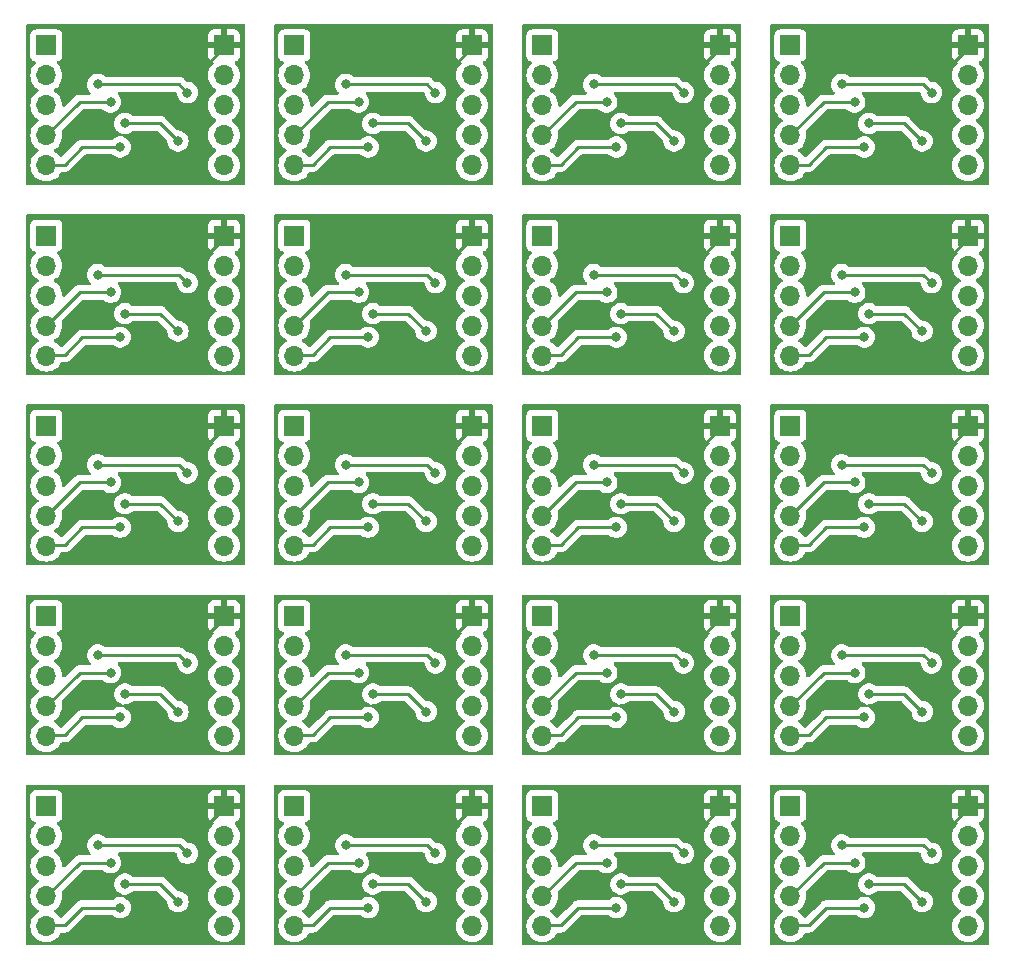
<source format=gbr>
%TF.GenerationSoftware,KiCad,Pcbnew,7.0.9*%
%TF.CreationDate,2024-07-19T15:30:45+09:00*%
%TF.ProjectId,panelize,70616e65-6c69-47a6-952e-6b696361645f,rev?*%
%TF.SameCoordinates,PX39748eaPY88a96c5*%
%TF.FileFunction,Copper,L2,Bot*%
%TF.FilePolarity,Positive*%
%FSLAX46Y46*%
G04 Gerber Fmt 4.6, Leading zero omitted, Abs format (unit mm)*
G04 Created by KiCad (PCBNEW 7.0.9) date 2024-07-19 15:30:45*
%MOMM*%
%LPD*%
G01*
G04 APERTURE LIST*
%TA.AperFunction,ComponentPad*%
%ADD10O,1.700000X1.700000*%
%TD*%
%TA.AperFunction,ComponentPad*%
%ADD11R,1.700000X1.700000*%
%TD*%
%TA.AperFunction,ViaPad*%
%ADD12C,0.800000*%
%TD*%
%TA.AperFunction,Conductor*%
%ADD13C,0.250000*%
%TD*%
G04 APERTURE END LIST*
D10*
%TO.P,J1,5,Pin_5*%
%TO.N,Board_17-7*%
X28303750Y7590293D03*
%TO.P,J1,4,Pin_4*%
%TO.N,Board_17-5*%
X28303750Y10130293D03*
%TO.P,J1,3,Pin_3*%
%TO.N,Board_17-4*%
X28303750Y12670293D03*
%TO.P,J1,2,Pin_2*%
%TO.N,Board_17-3*%
X28303750Y15210293D03*
D11*
%TO.P,J1,1,Pin_1*%
%TO.N,Board_17-2*%
X28303750Y17750293D03*
%TD*%
D10*
%TO.P,J2,5,Pin_5*%
%TO.N,Board_8-6*%
X22353750Y39790293D03*
%TO.P,J2,4,Pin_4*%
%TO.N,Board_8-1*%
X22353750Y42330293D03*
%TO.P,J2,3,Pin_3*%
%TO.N,Board_8-UPDI_RX*%
X22353750Y44870293D03*
%TO.P,J2,2,Pin_2*%
%TO.N,Board_8-UPDI_TX*%
X22353750Y47410293D03*
D11*
%TO.P,J2,1,Pin_1*%
%TO.N,Board_8-8*%
X22353750Y49950293D03*
%TD*%
D10*
%TO.P,J1,5,Pin_5*%
%TO.N,Board_7-7*%
X70303750Y55890293D03*
%TO.P,J1,4,Pin_4*%
%TO.N,Board_7-5*%
X70303750Y58430293D03*
%TO.P,J1,3,Pin_3*%
%TO.N,Board_7-4*%
X70303750Y60970293D03*
%TO.P,J1,2,Pin_2*%
%TO.N,Board_7-3*%
X70303750Y63510293D03*
D11*
%TO.P,J1,1,Pin_1*%
%TO.N,Board_7-2*%
X70303750Y66050293D03*
%TD*%
D10*
%TO.P,J2,5,Pin_5*%
%TO.N,Board_1-6*%
X43353750Y71990293D03*
%TO.P,J2,4,Pin_4*%
%TO.N,Board_1-1*%
X43353750Y74530293D03*
%TO.P,J2,3,Pin_3*%
%TO.N,Board_1-UPDI_RX*%
X43353750Y77070293D03*
%TO.P,J2,2,Pin_2*%
%TO.N,Board_1-UPDI_TX*%
X43353750Y79610293D03*
D11*
%TO.P,J2,1,Pin_1*%
%TO.N,Board_1-8*%
X43353750Y82150293D03*
%TD*%
D10*
%TO.P,J2,5,Pin_5*%
%TO.N,Board_5-6*%
X43353750Y55890293D03*
%TO.P,J2,4,Pin_4*%
%TO.N,Board_5-1*%
X43353750Y58430293D03*
%TO.P,J2,3,Pin_3*%
%TO.N,Board_5-UPDI_RX*%
X43353750Y60970293D03*
%TO.P,J2,2,Pin_2*%
%TO.N,Board_5-UPDI_TX*%
X43353750Y63510293D03*
D11*
%TO.P,J2,1,Pin_1*%
%TO.N,Board_5-8*%
X43353750Y66050293D03*
%TD*%
D10*
%TO.P,J1,5,Pin_5*%
%TO.N,Board_1-7*%
X28303750Y71990293D03*
%TO.P,J1,4,Pin_4*%
%TO.N,Board_1-5*%
X28303750Y74530293D03*
%TO.P,J1,3,Pin_3*%
%TO.N,Board_1-4*%
X28303750Y77070293D03*
%TO.P,J1,2,Pin_2*%
%TO.N,Board_1-3*%
X28303750Y79610293D03*
D11*
%TO.P,J1,1,Pin_1*%
%TO.N,Board_1-2*%
X28303750Y82150293D03*
%TD*%
D10*
%TO.P,J1,5,Pin_5*%
%TO.N,Board_14-7*%
X49303750Y23690293D03*
%TO.P,J1,4,Pin_4*%
%TO.N,Board_14-5*%
X49303750Y26230293D03*
%TO.P,J1,3,Pin_3*%
%TO.N,Board_14-4*%
X49303750Y28770293D03*
%TO.P,J1,2,Pin_2*%
%TO.N,Board_14-3*%
X49303750Y31310293D03*
D11*
%TO.P,J1,1,Pin_1*%
%TO.N,Board_14-2*%
X49303750Y33850293D03*
%TD*%
D10*
%TO.P,J1,5,Pin_5*%
%TO.N,Board_12-7*%
X7303750Y23690293D03*
%TO.P,J1,4,Pin_4*%
%TO.N,Board_12-5*%
X7303750Y26230293D03*
%TO.P,J1,3,Pin_3*%
%TO.N,Board_12-4*%
X7303750Y28770293D03*
%TO.P,J1,2,Pin_2*%
%TO.N,Board_12-3*%
X7303750Y31310293D03*
D11*
%TO.P,J1,1,Pin_1*%
%TO.N,Board_12-2*%
X7303750Y33850293D03*
%TD*%
D10*
%TO.P,J2,5,Pin_5*%
%TO.N,Board_6-6*%
X64353750Y55890293D03*
%TO.P,J2,4,Pin_4*%
%TO.N,Board_6-1*%
X64353750Y58430293D03*
%TO.P,J2,3,Pin_3*%
%TO.N,Board_6-UPDI_RX*%
X64353750Y60970293D03*
%TO.P,J2,2,Pin_2*%
%TO.N,Board_6-UPDI_TX*%
X64353750Y63510293D03*
D11*
%TO.P,J2,1,Pin_1*%
%TO.N,Board_6-8*%
X64353750Y66050293D03*
%TD*%
D10*
%TO.P,J2,5,Pin_5*%
%TO.N,Board_3-6*%
X85353750Y71990293D03*
%TO.P,J2,4,Pin_4*%
%TO.N,Board_3-1*%
X85353750Y74530293D03*
%TO.P,J2,3,Pin_3*%
%TO.N,Board_3-UPDI_RX*%
X85353750Y77070293D03*
%TO.P,J2,2,Pin_2*%
%TO.N,Board_3-UPDI_TX*%
X85353750Y79610293D03*
D11*
%TO.P,J2,1,Pin_1*%
%TO.N,Board_3-8*%
X85353750Y82150293D03*
%TD*%
D10*
%TO.P,J1,5,Pin_5*%
%TO.N,Board_16-7*%
X7303750Y7590293D03*
%TO.P,J1,4,Pin_4*%
%TO.N,Board_16-5*%
X7303750Y10130293D03*
%TO.P,J1,3,Pin_3*%
%TO.N,Board_16-4*%
X7303750Y12670293D03*
%TO.P,J1,2,Pin_2*%
%TO.N,Board_16-3*%
X7303750Y15210293D03*
D11*
%TO.P,J1,1,Pin_1*%
%TO.N,Board_16-2*%
X7303750Y17750293D03*
%TD*%
D10*
%TO.P,J2,5,Pin_5*%
%TO.N,Board_15-6*%
X85353750Y23690293D03*
%TO.P,J2,4,Pin_4*%
%TO.N,Board_15-1*%
X85353750Y26230293D03*
%TO.P,J2,3,Pin_3*%
%TO.N,Board_15-UPDI_RX*%
X85353750Y28770293D03*
%TO.P,J2,2,Pin_2*%
%TO.N,Board_15-UPDI_TX*%
X85353750Y31310293D03*
D11*
%TO.P,J2,1,Pin_1*%
%TO.N,Board_15-8*%
X85353750Y33850293D03*
%TD*%
D10*
%TO.P,J2,5,Pin_5*%
%TO.N,Board_7-6*%
X85353750Y55890293D03*
%TO.P,J2,4,Pin_4*%
%TO.N,Board_7-1*%
X85353750Y58430293D03*
%TO.P,J2,3,Pin_3*%
%TO.N,Board_7-UPDI_RX*%
X85353750Y60970293D03*
%TO.P,J2,2,Pin_2*%
%TO.N,Board_7-UPDI_TX*%
X85353750Y63510293D03*
D11*
%TO.P,J2,1,Pin_1*%
%TO.N,Board_7-8*%
X85353750Y66050293D03*
%TD*%
D10*
%TO.P,J2,5,Pin_5*%
%TO.N,Board_4-6*%
X22353750Y55890293D03*
%TO.P,J2,4,Pin_4*%
%TO.N,Board_4-1*%
X22353750Y58430293D03*
%TO.P,J2,3,Pin_3*%
%TO.N,Board_4-UPDI_RX*%
X22353750Y60970293D03*
%TO.P,J2,2,Pin_2*%
%TO.N,Board_4-UPDI_TX*%
X22353750Y63510293D03*
D11*
%TO.P,J2,1,Pin_1*%
%TO.N,Board_4-8*%
X22353750Y66050293D03*
%TD*%
D10*
%TO.P,J2,5,Pin_5*%
%TO.N,Board_16-6*%
X22353750Y7590293D03*
%TO.P,J2,4,Pin_4*%
%TO.N,Board_16-1*%
X22353750Y10130293D03*
%TO.P,J2,3,Pin_3*%
%TO.N,Board_16-UPDI_RX*%
X22353750Y12670293D03*
%TO.P,J2,2,Pin_2*%
%TO.N,Board_16-UPDI_TX*%
X22353750Y15210293D03*
D11*
%TO.P,J2,1,Pin_1*%
%TO.N,Board_16-8*%
X22353750Y17750293D03*
%TD*%
D10*
%TO.P,J1,5,Pin_5*%
%TO.N,Board_8-7*%
X7303750Y39790293D03*
%TO.P,J1,4,Pin_4*%
%TO.N,Board_8-5*%
X7303750Y42330293D03*
%TO.P,J1,3,Pin_3*%
%TO.N,Board_8-4*%
X7303750Y44870293D03*
%TO.P,J1,2,Pin_2*%
%TO.N,Board_8-3*%
X7303750Y47410293D03*
D11*
%TO.P,J1,1,Pin_1*%
%TO.N,Board_8-2*%
X7303750Y49950293D03*
%TD*%
D10*
%TO.P,J1,5,Pin_5*%
%TO.N,Board_11-7*%
X70303750Y39790293D03*
%TO.P,J1,4,Pin_4*%
%TO.N,Board_11-5*%
X70303750Y42330293D03*
%TO.P,J1,3,Pin_3*%
%TO.N,Board_11-4*%
X70303750Y44870293D03*
%TO.P,J1,2,Pin_2*%
%TO.N,Board_11-3*%
X70303750Y47410293D03*
D11*
%TO.P,J1,1,Pin_1*%
%TO.N,Board_11-2*%
X70303750Y49950293D03*
%TD*%
D10*
%TO.P,J2,5,Pin_5*%
%TO.N,Board_11-6*%
X85353750Y39790293D03*
%TO.P,J2,4,Pin_4*%
%TO.N,Board_11-1*%
X85353750Y42330293D03*
%TO.P,J2,3,Pin_3*%
%TO.N,Board_11-UPDI_RX*%
X85353750Y44870293D03*
%TO.P,J2,2,Pin_2*%
%TO.N,Board_11-UPDI_TX*%
X85353750Y47410293D03*
D11*
%TO.P,J2,1,Pin_1*%
%TO.N,Board_11-8*%
X85353750Y49950293D03*
%TD*%
D10*
%TO.P,J1,5,Pin_5*%
%TO.N,Board_0-7*%
X7303750Y71990293D03*
%TO.P,J1,4,Pin_4*%
%TO.N,Board_0-5*%
X7303750Y74530293D03*
%TO.P,J1,3,Pin_3*%
%TO.N,Board_0-4*%
X7303750Y77070293D03*
%TO.P,J1,2,Pin_2*%
%TO.N,Board_0-3*%
X7303750Y79610293D03*
D11*
%TO.P,J1,1,Pin_1*%
%TO.N,Board_0-2*%
X7303750Y82150293D03*
%TD*%
D10*
%TO.P,J2,5,Pin_5*%
%TO.N,Board_18-6*%
X64353750Y7590293D03*
%TO.P,J2,4,Pin_4*%
%TO.N,Board_18-1*%
X64353750Y10130293D03*
%TO.P,J2,3,Pin_3*%
%TO.N,Board_18-UPDI_RX*%
X64353750Y12670293D03*
%TO.P,J2,2,Pin_2*%
%TO.N,Board_18-UPDI_TX*%
X64353750Y15210293D03*
D11*
%TO.P,J2,1,Pin_1*%
%TO.N,Board_18-8*%
X64353750Y17750293D03*
%TD*%
D10*
%TO.P,J1,5,Pin_5*%
%TO.N,Board_10-7*%
X49303750Y39790293D03*
%TO.P,J1,4,Pin_4*%
%TO.N,Board_10-5*%
X49303750Y42330293D03*
%TO.P,J1,3,Pin_3*%
%TO.N,Board_10-4*%
X49303750Y44870293D03*
%TO.P,J1,2,Pin_2*%
%TO.N,Board_10-3*%
X49303750Y47410293D03*
D11*
%TO.P,J1,1,Pin_1*%
%TO.N,Board_10-2*%
X49303750Y49950293D03*
%TD*%
D10*
%TO.P,J2,5,Pin_5*%
%TO.N,Board_14-6*%
X64353750Y23690293D03*
%TO.P,J2,4,Pin_4*%
%TO.N,Board_14-1*%
X64353750Y26230293D03*
%TO.P,J2,3,Pin_3*%
%TO.N,Board_14-UPDI_RX*%
X64353750Y28770293D03*
%TO.P,J2,2,Pin_2*%
%TO.N,Board_14-UPDI_TX*%
X64353750Y31310293D03*
D11*
%TO.P,J2,1,Pin_1*%
%TO.N,Board_14-8*%
X64353750Y33850293D03*
%TD*%
D10*
%TO.P,J2,5,Pin_5*%
%TO.N,Board_10-6*%
X64353750Y39790293D03*
%TO.P,J2,4,Pin_4*%
%TO.N,Board_10-1*%
X64353750Y42330293D03*
%TO.P,J2,3,Pin_3*%
%TO.N,Board_10-UPDI_RX*%
X64353750Y44870293D03*
%TO.P,J2,2,Pin_2*%
%TO.N,Board_10-UPDI_TX*%
X64353750Y47410293D03*
D11*
%TO.P,J2,1,Pin_1*%
%TO.N,Board_10-8*%
X64353750Y49950293D03*
%TD*%
D10*
%TO.P,J1,5,Pin_5*%
%TO.N,Board_19-7*%
X70303750Y7590293D03*
%TO.P,J1,4,Pin_4*%
%TO.N,Board_19-5*%
X70303750Y10130293D03*
%TO.P,J1,3,Pin_3*%
%TO.N,Board_19-4*%
X70303750Y12670293D03*
%TO.P,J1,2,Pin_2*%
%TO.N,Board_19-3*%
X70303750Y15210293D03*
D11*
%TO.P,J1,1,Pin_1*%
%TO.N,Board_19-2*%
X70303750Y17750293D03*
%TD*%
D10*
%TO.P,J2,5,Pin_5*%
%TO.N,Board_13-6*%
X43353750Y23690293D03*
%TO.P,J2,4,Pin_4*%
%TO.N,Board_13-1*%
X43353750Y26230293D03*
%TO.P,J2,3,Pin_3*%
%TO.N,Board_13-UPDI_RX*%
X43353750Y28770293D03*
%TO.P,J2,2,Pin_2*%
%TO.N,Board_13-UPDI_TX*%
X43353750Y31310293D03*
D11*
%TO.P,J2,1,Pin_1*%
%TO.N,Board_13-8*%
X43353750Y33850293D03*
%TD*%
D10*
%TO.P,J1,5,Pin_5*%
%TO.N,Board_18-7*%
X49303750Y7590293D03*
%TO.P,J1,4,Pin_4*%
%TO.N,Board_18-5*%
X49303750Y10130293D03*
%TO.P,J1,3,Pin_3*%
%TO.N,Board_18-4*%
X49303750Y12670293D03*
%TO.P,J1,2,Pin_2*%
%TO.N,Board_18-3*%
X49303750Y15210293D03*
D11*
%TO.P,J1,1,Pin_1*%
%TO.N,Board_18-2*%
X49303750Y17750293D03*
%TD*%
D10*
%TO.P,J2,5,Pin_5*%
%TO.N,Board_12-6*%
X22353750Y23690293D03*
%TO.P,J2,4,Pin_4*%
%TO.N,Board_12-1*%
X22353750Y26230293D03*
%TO.P,J2,3,Pin_3*%
%TO.N,Board_12-UPDI_RX*%
X22353750Y28770293D03*
%TO.P,J2,2,Pin_2*%
%TO.N,Board_12-UPDI_TX*%
X22353750Y31310293D03*
D11*
%TO.P,J2,1,Pin_1*%
%TO.N,Board_12-8*%
X22353750Y33850293D03*
%TD*%
D10*
%TO.P,J1,5,Pin_5*%
%TO.N,Board_9-7*%
X28303750Y39790293D03*
%TO.P,J1,4,Pin_4*%
%TO.N,Board_9-5*%
X28303750Y42330293D03*
%TO.P,J1,3,Pin_3*%
%TO.N,Board_9-4*%
X28303750Y44870293D03*
%TO.P,J1,2,Pin_2*%
%TO.N,Board_9-3*%
X28303750Y47410293D03*
D11*
%TO.P,J1,1,Pin_1*%
%TO.N,Board_9-2*%
X28303750Y49950293D03*
%TD*%
D10*
%TO.P,J2,5,Pin_5*%
%TO.N,Board_19-6*%
X85353750Y7590293D03*
%TO.P,J2,4,Pin_4*%
%TO.N,Board_19-1*%
X85353750Y10130293D03*
%TO.P,J2,3,Pin_3*%
%TO.N,Board_19-UPDI_RX*%
X85353750Y12670293D03*
%TO.P,J2,2,Pin_2*%
%TO.N,Board_19-UPDI_TX*%
X85353750Y15210293D03*
D11*
%TO.P,J2,1,Pin_1*%
%TO.N,Board_19-8*%
X85353750Y17750293D03*
%TD*%
D10*
%TO.P,J1,5,Pin_5*%
%TO.N,Board_5-7*%
X28303750Y55890293D03*
%TO.P,J1,4,Pin_4*%
%TO.N,Board_5-5*%
X28303750Y58430293D03*
%TO.P,J1,3,Pin_3*%
%TO.N,Board_5-4*%
X28303750Y60970293D03*
%TO.P,J1,2,Pin_2*%
%TO.N,Board_5-3*%
X28303750Y63510293D03*
D11*
%TO.P,J1,1,Pin_1*%
%TO.N,Board_5-2*%
X28303750Y66050293D03*
%TD*%
D10*
%TO.P,J2,5,Pin_5*%
%TO.N,Board_0-6*%
X22353750Y71990293D03*
%TO.P,J2,4,Pin_4*%
%TO.N,Board_0-1*%
X22353750Y74530293D03*
%TO.P,J2,3,Pin_3*%
%TO.N,Board_0-UPDI_RX*%
X22353750Y77070293D03*
%TO.P,J2,2,Pin_2*%
%TO.N,Board_0-UPDI_TX*%
X22353750Y79610293D03*
D11*
%TO.P,J2,1,Pin_1*%
%TO.N,Board_0-8*%
X22353750Y82150293D03*
%TD*%
D10*
%TO.P,J1,5,Pin_5*%
%TO.N,Board_3-7*%
X70303750Y71990293D03*
%TO.P,J1,4,Pin_4*%
%TO.N,Board_3-5*%
X70303750Y74530293D03*
%TO.P,J1,3,Pin_3*%
%TO.N,Board_3-4*%
X70303750Y77070293D03*
%TO.P,J1,2,Pin_2*%
%TO.N,Board_3-3*%
X70303750Y79610293D03*
D11*
%TO.P,J1,1,Pin_1*%
%TO.N,Board_3-2*%
X70303750Y82150293D03*
%TD*%
D10*
%TO.P,J2,5,Pin_5*%
%TO.N,Board_17-6*%
X43353750Y7590293D03*
%TO.P,J2,4,Pin_4*%
%TO.N,Board_17-1*%
X43353750Y10130293D03*
%TO.P,J2,3,Pin_3*%
%TO.N,Board_17-UPDI_RX*%
X43353750Y12670293D03*
%TO.P,J2,2,Pin_2*%
%TO.N,Board_17-UPDI_TX*%
X43353750Y15210293D03*
D11*
%TO.P,J2,1,Pin_1*%
%TO.N,Board_17-8*%
X43353750Y17750293D03*
%TD*%
D10*
%TO.P,J1,5,Pin_5*%
%TO.N,Board_6-7*%
X49303750Y55890293D03*
%TO.P,J1,4,Pin_4*%
%TO.N,Board_6-5*%
X49303750Y58430293D03*
%TO.P,J1,3,Pin_3*%
%TO.N,Board_6-4*%
X49303750Y60970293D03*
%TO.P,J1,2,Pin_2*%
%TO.N,Board_6-3*%
X49303750Y63510293D03*
D11*
%TO.P,J1,1,Pin_1*%
%TO.N,Board_6-2*%
X49303750Y66050293D03*
%TD*%
D10*
%TO.P,J1,5,Pin_5*%
%TO.N,Board_4-7*%
X7303750Y55890293D03*
%TO.P,J1,4,Pin_4*%
%TO.N,Board_4-5*%
X7303750Y58430293D03*
%TO.P,J1,3,Pin_3*%
%TO.N,Board_4-4*%
X7303750Y60970293D03*
%TO.P,J1,2,Pin_2*%
%TO.N,Board_4-3*%
X7303750Y63510293D03*
D11*
%TO.P,J1,1,Pin_1*%
%TO.N,Board_4-2*%
X7303750Y66050293D03*
%TD*%
D10*
%TO.P,J1,5,Pin_5*%
%TO.N,Board_2-7*%
X49303750Y71990293D03*
%TO.P,J1,4,Pin_4*%
%TO.N,Board_2-5*%
X49303750Y74530293D03*
%TO.P,J1,3,Pin_3*%
%TO.N,Board_2-4*%
X49303750Y77070293D03*
%TO.P,J1,2,Pin_2*%
%TO.N,Board_2-3*%
X49303750Y79610293D03*
D11*
%TO.P,J1,1,Pin_1*%
%TO.N,Board_2-2*%
X49303750Y82150293D03*
%TD*%
D10*
%TO.P,J2,5,Pin_5*%
%TO.N,Board_2-6*%
X64353750Y71990293D03*
%TO.P,J2,4,Pin_4*%
%TO.N,Board_2-1*%
X64353750Y74530293D03*
%TO.P,J2,3,Pin_3*%
%TO.N,Board_2-UPDI_RX*%
X64353750Y77070293D03*
%TO.P,J2,2,Pin_2*%
%TO.N,Board_2-UPDI_TX*%
X64353750Y79610293D03*
D11*
%TO.P,J2,1,Pin_1*%
%TO.N,Board_2-8*%
X64353750Y82150293D03*
%TD*%
D10*
%TO.P,J1,5,Pin_5*%
%TO.N,Board_15-7*%
X70303750Y23690293D03*
%TO.P,J1,4,Pin_4*%
%TO.N,Board_15-5*%
X70303750Y26230293D03*
%TO.P,J1,3,Pin_3*%
%TO.N,Board_15-4*%
X70303750Y28770293D03*
%TO.P,J1,2,Pin_2*%
%TO.N,Board_15-3*%
X70303750Y31310293D03*
D11*
%TO.P,J1,1,Pin_1*%
%TO.N,Board_15-2*%
X70303750Y33850293D03*
%TD*%
D10*
%TO.P,J2,5,Pin_5*%
%TO.N,Board_9-6*%
X43353750Y39790293D03*
%TO.P,J2,4,Pin_4*%
%TO.N,Board_9-1*%
X43353750Y42330293D03*
%TO.P,J2,3,Pin_3*%
%TO.N,Board_9-UPDI_RX*%
X43353750Y44870293D03*
%TO.P,J2,2,Pin_2*%
%TO.N,Board_9-UPDI_TX*%
X43353750Y47410293D03*
D11*
%TO.P,J2,1,Pin_1*%
%TO.N,Board_9-8*%
X43353750Y49950293D03*
%TD*%
D10*
%TO.P,J1,5,Pin_5*%
%TO.N,Board_13-7*%
X28303750Y23690293D03*
%TO.P,J1,4,Pin_4*%
%TO.N,Board_13-5*%
X28303750Y26230293D03*
%TO.P,J1,3,Pin_3*%
%TO.N,Board_13-4*%
X28303750Y28770293D03*
%TO.P,J1,2,Pin_2*%
%TO.N,Board_13-3*%
X28303750Y31310293D03*
D11*
%TO.P,J1,1,Pin_1*%
%TO.N,Board_13-2*%
X28303750Y33850293D03*
%TD*%
D12*
%TO.N,Board_0-1*%
X19253750Y78150293D03*
X11653750Y78850293D03*
%TO.N,Board_0-5*%
X13953750Y75550293D03*
X12753750Y77350293D03*
X18453750Y74050293D03*
%TO.N,Board_0-7*%
X13553750Y73550293D03*
%TO.N,Board_0-8*%
X19653750Y72650293D03*
X17929250Y76450293D03*
%TO.N,Board_1-1*%
X32653750Y78850293D03*
X40253750Y78150293D03*
%TO.N,Board_1-5*%
X39453750Y74050293D03*
X33753750Y77350293D03*
X34953750Y75550293D03*
%TO.N,Board_1-7*%
X34553750Y73550293D03*
%TO.N,Board_1-8*%
X38929250Y76450293D03*
X40653750Y72650293D03*
%TO.N,Board_2-1*%
X61253750Y78150293D03*
X53653750Y78850293D03*
%TO.N,Board_2-5*%
X54753750Y77350293D03*
X55953750Y75550293D03*
X60453750Y74050293D03*
%TO.N,Board_2-7*%
X55553750Y73550293D03*
%TO.N,Board_2-8*%
X59929250Y76450293D03*
X61653750Y72650293D03*
%TO.N,Board_3-1*%
X82253750Y78150293D03*
X74653750Y78850293D03*
%TO.N,Board_3-5*%
X81453750Y74050293D03*
X76953750Y75550293D03*
X75753750Y77350293D03*
%TO.N,Board_3-7*%
X76553750Y73550293D03*
%TO.N,Board_3-8*%
X80929250Y76450293D03*
X82653750Y72650293D03*
%TO.N,Board_4-1*%
X19253750Y62050293D03*
X11653750Y62750293D03*
%TO.N,Board_4-5*%
X13953750Y59450293D03*
X12753750Y61250293D03*
X18453750Y57950293D03*
%TO.N,Board_4-7*%
X13553750Y57450293D03*
%TO.N,Board_4-8*%
X17929250Y60350293D03*
X19653750Y56550293D03*
%TO.N,Board_5-1*%
X32653750Y62750293D03*
X40253750Y62050293D03*
%TO.N,Board_5-5*%
X34953750Y59450293D03*
X33753750Y61250293D03*
X39453750Y57950293D03*
%TO.N,Board_5-7*%
X34553750Y57450293D03*
%TO.N,Board_5-8*%
X40653750Y56550293D03*
X38929250Y60350293D03*
%TO.N,Board_6-1*%
X53653750Y62750293D03*
X61253750Y62050293D03*
%TO.N,Board_6-5*%
X54753750Y61250293D03*
X60453750Y57950293D03*
X55953750Y59450293D03*
%TO.N,Board_6-7*%
X55553750Y57450293D03*
%TO.N,Board_6-8*%
X59929250Y60350293D03*
X61653750Y56550293D03*
%TO.N,Board_7-1*%
X74653750Y62750293D03*
X82253750Y62050293D03*
%TO.N,Board_7-5*%
X75753750Y61250293D03*
X76953750Y59450293D03*
X81453750Y57950293D03*
%TO.N,Board_7-7*%
X76553750Y57450293D03*
%TO.N,Board_7-8*%
X82653750Y56550293D03*
X80929250Y60350293D03*
%TO.N,Board_8-1*%
X19253750Y45950293D03*
X11653750Y46650293D03*
%TO.N,Board_8-5*%
X12753750Y45150293D03*
X13953750Y43350293D03*
X18453750Y41850293D03*
%TO.N,Board_8-7*%
X13553750Y41350293D03*
%TO.N,Board_8-8*%
X17929250Y44250293D03*
X19653750Y40450293D03*
%TO.N,Board_9-1*%
X32653750Y46650293D03*
X40253750Y45950293D03*
%TO.N,Board_9-5*%
X39453750Y41850293D03*
X33753750Y45150293D03*
X34953750Y43350293D03*
%TO.N,Board_9-7*%
X34553750Y41350293D03*
%TO.N,Board_9-8*%
X40653750Y40450293D03*
X38929250Y44250293D03*
%TO.N,Board_10-1*%
X61253750Y45950293D03*
X53653750Y46650293D03*
%TO.N,Board_10-5*%
X54753750Y45150293D03*
X60453750Y41850293D03*
X55953750Y43350293D03*
%TO.N,Board_10-7*%
X55553750Y41350293D03*
%TO.N,Board_10-8*%
X59929250Y44250293D03*
X61653750Y40450293D03*
%TO.N,Board_11-1*%
X74653750Y46650293D03*
X82253750Y45950293D03*
%TO.N,Board_11-5*%
X76953750Y43350293D03*
X81453750Y41850293D03*
X75753750Y45150293D03*
%TO.N,Board_11-7*%
X76553750Y41350293D03*
%TO.N,Board_11-8*%
X80929250Y44250293D03*
X82653750Y40450293D03*
%TO.N,Board_12-1*%
X11653750Y30550293D03*
X19253750Y29850293D03*
%TO.N,Board_12-5*%
X18453750Y25750293D03*
X12753750Y29050293D03*
X13953750Y27250293D03*
%TO.N,Board_12-7*%
X13553750Y25250293D03*
%TO.N,Board_12-8*%
X19653750Y24350293D03*
X17929250Y28150293D03*
%TO.N,Board_13-1*%
X32653750Y30550293D03*
X40253750Y29850293D03*
%TO.N,Board_13-5*%
X39453750Y25750293D03*
X33753750Y29050293D03*
X34953750Y27250293D03*
%TO.N,Board_13-7*%
X34553750Y25250293D03*
%TO.N,Board_13-8*%
X40653750Y24350293D03*
X38929250Y28150293D03*
%TO.N,Board_14-1*%
X61253750Y29850293D03*
X53653750Y30550293D03*
%TO.N,Board_14-5*%
X55953750Y27250293D03*
X54753750Y29050293D03*
X60453750Y25750293D03*
%TO.N,Board_14-7*%
X55553750Y25250293D03*
%TO.N,Board_14-8*%
X61653750Y24350293D03*
X59929250Y28150293D03*
%TO.N,Board_15-1*%
X74653750Y30550293D03*
X82253750Y29850293D03*
%TO.N,Board_15-5*%
X76953750Y27250293D03*
X81453750Y25750293D03*
X75753750Y29050293D03*
%TO.N,Board_15-7*%
X76553750Y25250293D03*
%TO.N,Board_15-8*%
X82653750Y24350293D03*
X80929250Y28150293D03*
%TO.N,Board_16-1*%
X11653750Y14450293D03*
X19253750Y13750293D03*
%TO.N,Board_16-5*%
X12753750Y12950293D03*
X13953750Y11150293D03*
X18453750Y9650293D03*
%TO.N,Board_16-7*%
X13553750Y9150293D03*
%TO.N,Board_16-8*%
X19653750Y8250293D03*
X17929250Y12050293D03*
%TO.N,Board_17-1*%
X32653750Y14450293D03*
X40253750Y13750293D03*
%TO.N,Board_17-5*%
X34953750Y11150293D03*
X39453750Y9650293D03*
X33753750Y12950293D03*
%TO.N,Board_17-7*%
X34553750Y9150293D03*
%TO.N,Board_17-8*%
X40653750Y8250293D03*
X38929250Y12050293D03*
%TO.N,Board_18-1*%
X61253750Y13750293D03*
X53653750Y14450293D03*
%TO.N,Board_18-5*%
X54753750Y12950293D03*
X55953750Y11150293D03*
X60453750Y9650293D03*
%TO.N,Board_18-7*%
X55553750Y9150293D03*
%TO.N,Board_18-8*%
X61653750Y8250293D03*
X59929250Y12050293D03*
%TO.N,Board_19-1*%
X74653750Y14450293D03*
X82253750Y13750293D03*
%TO.N,Board_19-5*%
X76953750Y11150293D03*
X81453750Y9650293D03*
X75753750Y12950293D03*
%TO.N,Board_19-7*%
X76553750Y9150293D03*
%TO.N,Board_19-8*%
X82653750Y8250293D03*
X80929250Y12050293D03*
%TD*%
D13*
%TO.N,Board_0-1*%
X11553750Y78850293D02*
X11653750Y78850293D01*
X19253750Y78150293D02*
X18553750Y78850293D01*
X18553750Y78850293D02*
X11653750Y78850293D01*
X11653750Y78850293D02*
X11753750Y78850293D01*
%TO.N,Board_0-5*%
X16953750Y75550293D02*
X18453750Y74050293D01*
X12753750Y77350293D02*
X10123750Y77350293D01*
X10123750Y77350293D02*
X7303750Y74530293D01*
X13953750Y75550293D02*
X16953750Y75550293D01*
%TO.N,Board_0-7*%
X13553750Y73550293D02*
X10353750Y73550293D01*
X8868750Y72065293D02*
X7303750Y72065293D01*
X10353750Y73550293D02*
X8868750Y72065293D01*
%TO.N,Board_0-8*%
X19653750Y74725793D02*
X19653750Y72650293D01*
X17929250Y76450293D02*
X19653750Y76450293D01*
X19653750Y72650293D02*
X19653750Y72750293D01*
X19653750Y76450293D02*
X20253750Y77050293D01*
X20253750Y77050293D02*
X20253750Y79850293D01*
X17929250Y76450293D02*
X19653750Y74725793D01*
X20253750Y79850293D02*
X22553750Y82150293D01*
%TO.N,Board_1-1*%
X39553750Y78850293D02*
X32653750Y78850293D01*
X32553750Y78850293D02*
X32653750Y78850293D01*
X40253750Y78150293D02*
X39553750Y78850293D01*
X32653750Y78850293D02*
X32753750Y78850293D01*
%TO.N,Board_1-5*%
X31123750Y77350293D02*
X28303750Y74530293D01*
X33753750Y77350293D02*
X31123750Y77350293D01*
X34953750Y75550293D02*
X37953750Y75550293D01*
X37953750Y75550293D02*
X39453750Y74050293D01*
%TO.N,Board_1-7*%
X34553750Y73550293D02*
X31353750Y73550293D01*
X29868750Y72065293D02*
X28303750Y72065293D01*
X31353750Y73550293D02*
X29868750Y72065293D01*
%TO.N,Board_1-8*%
X40653750Y74725793D02*
X40653750Y72650293D01*
X41253750Y77050293D02*
X41253750Y79850293D01*
X41253750Y79850293D02*
X43553750Y82150293D01*
X40653750Y72650293D02*
X40653750Y72750293D01*
X38929250Y76450293D02*
X40653750Y76450293D01*
X40653750Y76450293D02*
X41253750Y77050293D01*
X38929250Y76450293D02*
X40653750Y74725793D01*
%TO.N,Board_2-1*%
X60553750Y78850293D02*
X53653750Y78850293D01*
X53553750Y78850293D02*
X53653750Y78850293D01*
X61253750Y78150293D02*
X60553750Y78850293D01*
X53653750Y78850293D02*
X53753750Y78850293D01*
%TO.N,Board_2-5*%
X58953750Y75550293D02*
X60453750Y74050293D01*
X54753750Y77350293D02*
X52123750Y77350293D01*
X55953750Y75550293D02*
X58953750Y75550293D01*
X52123750Y77350293D02*
X49303750Y74530293D01*
%TO.N,Board_2-7*%
X52353750Y73550293D02*
X50868750Y72065293D01*
X55553750Y73550293D02*
X52353750Y73550293D01*
X50868750Y72065293D02*
X49303750Y72065293D01*
%TO.N,Board_2-8*%
X61653750Y74725793D02*
X61653750Y72650293D01*
X61653750Y76450293D02*
X62253750Y77050293D01*
X59929250Y76450293D02*
X61653750Y76450293D01*
X59929250Y76450293D02*
X61653750Y74725793D01*
X62253750Y79850293D02*
X64553750Y82150293D01*
X61653750Y72650293D02*
X61653750Y72750293D01*
X62253750Y77050293D02*
X62253750Y79850293D01*
%TO.N,Board_3-1*%
X74553750Y78850293D02*
X74653750Y78850293D01*
X74653750Y78850293D02*
X74753750Y78850293D01*
X82253750Y78150293D02*
X81553750Y78850293D01*
X81553750Y78850293D02*
X74653750Y78850293D01*
%TO.N,Board_3-5*%
X73123750Y77350293D02*
X70303750Y74530293D01*
X76953750Y75550293D02*
X79953750Y75550293D01*
X79953750Y75550293D02*
X81453750Y74050293D01*
X75753750Y77350293D02*
X73123750Y77350293D01*
%TO.N,Board_3-7*%
X76553750Y73550293D02*
X73353750Y73550293D01*
X73353750Y73550293D02*
X71868750Y72065293D01*
X71868750Y72065293D02*
X70303750Y72065293D01*
%TO.N,Board_3-8*%
X82653750Y72650293D02*
X82653750Y72750293D01*
X83253750Y77050293D02*
X83253750Y79850293D01*
X80929250Y76450293D02*
X82653750Y74725793D01*
X83253750Y79850293D02*
X85553750Y82150293D01*
X82653750Y76450293D02*
X83253750Y77050293D01*
X82653750Y74725793D02*
X82653750Y72650293D01*
X80929250Y76450293D02*
X82653750Y76450293D01*
%TO.N,Board_4-1*%
X18553750Y62750293D02*
X11653750Y62750293D01*
X19253750Y62050293D02*
X18553750Y62750293D01*
X11653750Y62750293D02*
X11753750Y62750293D01*
X11553750Y62750293D02*
X11653750Y62750293D01*
%TO.N,Board_4-5*%
X12753750Y61250293D02*
X10123750Y61250293D01*
X13953750Y59450293D02*
X16953750Y59450293D01*
X16953750Y59450293D02*
X18453750Y57950293D01*
X10123750Y61250293D02*
X7303750Y58430293D01*
%TO.N,Board_4-7*%
X13553750Y57450293D02*
X10353750Y57450293D01*
X10353750Y57450293D02*
X8868750Y55965293D01*
X8868750Y55965293D02*
X7303750Y55965293D01*
%TO.N,Board_4-8*%
X19653750Y58625793D02*
X19653750Y56550293D01*
X20253750Y60950293D02*
X20253750Y63750293D01*
X20253750Y63750293D02*
X22553750Y66050293D01*
X17929250Y60350293D02*
X19653750Y58625793D01*
X19653750Y60350293D02*
X20253750Y60950293D01*
X19653750Y56550293D02*
X19653750Y56650293D01*
X17929250Y60350293D02*
X19653750Y60350293D01*
%TO.N,Board_5-1*%
X32553750Y62750293D02*
X32653750Y62750293D01*
X32653750Y62750293D02*
X32753750Y62750293D01*
X39553750Y62750293D02*
X32653750Y62750293D01*
X40253750Y62050293D02*
X39553750Y62750293D01*
%TO.N,Board_5-5*%
X37953750Y59450293D02*
X39453750Y57950293D01*
X34953750Y59450293D02*
X37953750Y59450293D01*
X33753750Y61250293D02*
X31123750Y61250293D01*
X31123750Y61250293D02*
X28303750Y58430293D01*
%TO.N,Board_5-7*%
X29868750Y55965293D02*
X28303750Y55965293D01*
X34553750Y57450293D02*
X31353750Y57450293D01*
X31353750Y57450293D02*
X29868750Y55965293D01*
%TO.N,Board_5-8*%
X38929250Y60350293D02*
X40653750Y60350293D01*
X38929250Y60350293D02*
X40653750Y58625793D01*
X41253750Y63750293D02*
X43553750Y66050293D01*
X41253750Y60950293D02*
X41253750Y63750293D01*
X40653750Y60350293D02*
X41253750Y60950293D01*
X40653750Y58625793D02*
X40653750Y56550293D01*
X40653750Y56550293D02*
X40653750Y56650293D01*
%TO.N,Board_6-1*%
X53553750Y62750293D02*
X53653750Y62750293D01*
X60553750Y62750293D02*
X53653750Y62750293D01*
X53653750Y62750293D02*
X53753750Y62750293D01*
X61253750Y62050293D02*
X60553750Y62750293D01*
%TO.N,Board_6-5*%
X58953750Y59450293D02*
X60453750Y57950293D01*
X52123750Y61250293D02*
X49303750Y58430293D01*
X54753750Y61250293D02*
X52123750Y61250293D01*
X55953750Y59450293D02*
X58953750Y59450293D01*
%TO.N,Board_6-7*%
X55553750Y57450293D02*
X52353750Y57450293D01*
X52353750Y57450293D02*
X50868750Y55965293D01*
X50868750Y55965293D02*
X49303750Y55965293D01*
%TO.N,Board_6-8*%
X61653750Y58625793D02*
X61653750Y56550293D01*
X59929250Y60350293D02*
X61653750Y58625793D01*
X61653750Y60350293D02*
X62253750Y60950293D01*
X59929250Y60350293D02*
X61653750Y60350293D01*
X62253750Y63750293D02*
X64553750Y66050293D01*
X62253750Y60950293D02*
X62253750Y63750293D01*
X61653750Y56550293D02*
X61653750Y56650293D01*
%TO.N,Board_7-1*%
X82253750Y62050293D02*
X81553750Y62750293D01*
X81553750Y62750293D02*
X74653750Y62750293D01*
X74553750Y62750293D02*
X74653750Y62750293D01*
X74653750Y62750293D02*
X74753750Y62750293D01*
%TO.N,Board_7-5*%
X73123750Y61250293D02*
X70303750Y58430293D01*
X79953750Y59450293D02*
X81453750Y57950293D01*
X76953750Y59450293D02*
X79953750Y59450293D01*
X75753750Y61250293D02*
X73123750Y61250293D01*
%TO.N,Board_7-7*%
X71868750Y55965293D02*
X70303750Y55965293D01*
X73353750Y57450293D02*
X71868750Y55965293D01*
X76553750Y57450293D02*
X73353750Y57450293D01*
%TO.N,Board_7-8*%
X83253750Y60950293D02*
X83253750Y63750293D01*
X80929250Y60350293D02*
X82653750Y58625793D01*
X82653750Y60350293D02*
X83253750Y60950293D01*
X80929250Y60350293D02*
X82653750Y60350293D01*
X82653750Y56550293D02*
X82653750Y56650293D01*
X82653750Y58625793D02*
X82653750Y56550293D01*
X83253750Y63750293D02*
X85553750Y66050293D01*
%TO.N,Board_8-1*%
X11653750Y46650293D02*
X11753750Y46650293D01*
X18553750Y46650293D02*
X11653750Y46650293D01*
X11553750Y46650293D02*
X11653750Y46650293D01*
X19253750Y45950293D02*
X18553750Y46650293D01*
%TO.N,Board_8-5*%
X13953750Y43350293D02*
X16953750Y43350293D01*
X12753750Y45150293D02*
X10123750Y45150293D01*
X10123750Y45150293D02*
X7303750Y42330293D01*
X16953750Y43350293D02*
X18453750Y41850293D01*
%TO.N,Board_8-7*%
X10353750Y41350293D02*
X8868750Y39865293D01*
X13553750Y41350293D02*
X10353750Y41350293D01*
X8868750Y39865293D02*
X7303750Y39865293D01*
%TO.N,Board_8-8*%
X19653750Y40450293D02*
X19653750Y40550293D01*
X20253750Y44850293D02*
X20253750Y47650293D01*
X19653750Y42525793D02*
X19653750Y40450293D01*
X17929250Y44250293D02*
X19653750Y42525793D01*
X17929250Y44250293D02*
X19653750Y44250293D01*
X19653750Y44250293D02*
X20253750Y44850293D01*
X20253750Y47650293D02*
X22553750Y49950293D01*
%TO.N,Board_9-1*%
X32653750Y46650293D02*
X32753750Y46650293D01*
X32553750Y46650293D02*
X32653750Y46650293D01*
X40253750Y45950293D02*
X39553750Y46650293D01*
X39553750Y46650293D02*
X32653750Y46650293D01*
%TO.N,Board_9-5*%
X37953750Y43350293D02*
X39453750Y41850293D01*
X33753750Y45150293D02*
X31123750Y45150293D01*
X31123750Y45150293D02*
X28303750Y42330293D01*
X34953750Y43350293D02*
X37953750Y43350293D01*
%TO.N,Board_9-7*%
X34553750Y41350293D02*
X31353750Y41350293D01*
X29868750Y39865293D02*
X28303750Y39865293D01*
X31353750Y41350293D02*
X29868750Y39865293D01*
%TO.N,Board_9-8*%
X40653750Y42525793D02*
X40653750Y40450293D01*
X41253750Y47650293D02*
X43553750Y49950293D01*
X40653750Y44250293D02*
X41253750Y44850293D01*
X40653750Y40450293D02*
X40653750Y40550293D01*
X41253750Y44850293D02*
X41253750Y47650293D01*
X38929250Y44250293D02*
X40653750Y44250293D01*
X38929250Y44250293D02*
X40653750Y42525793D01*
%TO.N,Board_10-1*%
X53653750Y46650293D02*
X53753750Y46650293D01*
X60553750Y46650293D02*
X53653750Y46650293D01*
X53553750Y46650293D02*
X53653750Y46650293D01*
X61253750Y45950293D02*
X60553750Y46650293D01*
%TO.N,Board_10-5*%
X55953750Y43350293D02*
X58953750Y43350293D01*
X54753750Y45150293D02*
X52123750Y45150293D01*
X58953750Y43350293D02*
X60453750Y41850293D01*
X52123750Y45150293D02*
X49303750Y42330293D01*
%TO.N,Board_10-7*%
X55553750Y41350293D02*
X52353750Y41350293D01*
X52353750Y41350293D02*
X50868750Y39865293D01*
X50868750Y39865293D02*
X49303750Y39865293D01*
%TO.N,Board_10-8*%
X61653750Y44250293D02*
X62253750Y44850293D01*
X59929250Y44250293D02*
X61653750Y42525793D01*
X62253750Y44850293D02*
X62253750Y47650293D01*
X61653750Y40450293D02*
X61653750Y40550293D01*
X61653750Y42525793D02*
X61653750Y40450293D01*
X59929250Y44250293D02*
X61653750Y44250293D01*
X62253750Y47650293D02*
X64553750Y49950293D01*
%TO.N,Board_11-1*%
X82253750Y45950293D02*
X81553750Y46650293D01*
X74553750Y46650293D02*
X74653750Y46650293D01*
X74653750Y46650293D02*
X74753750Y46650293D01*
X81553750Y46650293D02*
X74653750Y46650293D01*
%TO.N,Board_11-5*%
X79953750Y43350293D02*
X81453750Y41850293D01*
X76953750Y43350293D02*
X79953750Y43350293D01*
X75753750Y45150293D02*
X73123750Y45150293D01*
X73123750Y45150293D02*
X70303750Y42330293D01*
%TO.N,Board_11-7*%
X71868750Y39865293D02*
X70303750Y39865293D01*
X73353750Y41350293D02*
X71868750Y39865293D01*
X76553750Y41350293D02*
X73353750Y41350293D01*
%TO.N,Board_11-8*%
X82653750Y44250293D02*
X83253750Y44850293D01*
X80929250Y44250293D02*
X82653750Y42525793D01*
X80929250Y44250293D02*
X82653750Y44250293D01*
X82653750Y40450293D02*
X82653750Y40550293D01*
X83253750Y44850293D02*
X83253750Y47650293D01*
X83253750Y47650293D02*
X85553750Y49950293D01*
X82653750Y42525793D02*
X82653750Y40450293D01*
%TO.N,Board_12-1*%
X11553750Y30550293D02*
X11653750Y30550293D01*
X11653750Y30550293D02*
X11753750Y30550293D01*
X19253750Y29850293D02*
X18553750Y30550293D01*
X18553750Y30550293D02*
X11653750Y30550293D01*
%TO.N,Board_12-5*%
X13953750Y27250293D02*
X16953750Y27250293D01*
X10123750Y29050293D02*
X7303750Y26230293D01*
X12753750Y29050293D02*
X10123750Y29050293D01*
X16953750Y27250293D02*
X18453750Y25750293D01*
%TO.N,Board_12-7*%
X8868750Y23765293D02*
X7303750Y23765293D01*
X13553750Y25250293D02*
X10353750Y25250293D01*
X10353750Y25250293D02*
X8868750Y23765293D01*
%TO.N,Board_12-8*%
X19653750Y26425793D02*
X19653750Y24350293D01*
X17929250Y28150293D02*
X19653750Y28150293D01*
X17929250Y28150293D02*
X19653750Y26425793D01*
X20253750Y28750293D02*
X20253750Y31550293D01*
X20253750Y31550293D02*
X22553750Y33850293D01*
X19653750Y24350293D02*
X19653750Y24450293D01*
X19653750Y28150293D02*
X20253750Y28750293D01*
%TO.N,Board_13-1*%
X32553750Y30550293D02*
X32653750Y30550293D01*
X32653750Y30550293D02*
X32753750Y30550293D01*
X40253750Y29850293D02*
X39553750Y30550293D01*
X39553750Y30550293D02*
X32653750Y30550293D01*
%TO.N,Board_13-5*%
X37953750Y27250293D02*
X39453750Y25750293D01*
X34953750Y27250293D02*
X37953750Y27250293D01*
X31123750Y29050293D02*
X28303750Y26230293D01*
X33753750Y29050293D02*
X31123750Y29050293D01*
%TO.N,Board_13-7*%
X29868750Y23765293D02*
X28303750Y23765293D01*
X31353750Y25250293D02*
X29868750Y23765293D01*
X34553750Y25250293D02*
X31353750Y25250293D01*
%TO.N,Board_13-8*%
X38929250Y28150293D02*
X40653750Y26425793D01*
X38929250Y28150293D02*
X40653750Y28150293D01*
X40653750Y26425793D02*
X40653750Y24350293D01*
X40653750Y28150293D02*
X41253750Y28750293D01*
X41253750Y31550293D02*
X43553750Y33850293D01*
X41253750Y28750293D02*
X41253750Y31550293D01*
X40653750Y24350293D02*
X40653750Y24450293D01*
%TO.N,Board_14-1*%
X53553750Y30550293D02*
X53653750Y30550293D01*
X61253750Y29850293D02*
X60553750Y30550293D01*
X60553750Y30550293D02*
X53653750Y30550293D01*
X53653750Y30550293D02*
X53753750Y30550293D01*
%TO.N,Board_14-5*%
X52123750Y29050293D02*
X49303750Y26230293D01*
X58953750Y27250293D02*
X60453750Y25750293D01*
X54753750Y29050293D02*
X52123750Y29050293D01*
X55953750Y27250293D02*
X58953750Y27250293D01*
%TO.N,Board_14-7*%
X55553750Y25250293D02*
X52353750Y25250293D01*
X52353750Y25250293D02*
X50868750Y23765293D01*
X50868750Y23765293D02*
X49303750Y23765293D01*
%TO.N,Board_14-8*%
X61653750Y28150293D02*
X62253750Y28750293D01*
X61653750Y26425793D02*
X61653750Y24350293D01*
X61653750Y24350293D02*
X61653750Y24450293D01*
X59929250Y28150293D02*
X61653750Y26425793D01*
X62253750Y31550293D02*
X64553750Y33850293D01*
X59929250Y28150293D02*
X61653750Y28150293D01*
X62253750Y28750293D02*
X62253750Y31550293D01*
%TO.N,Board_15-1*%
X74653750Y30550293D02*
X74753750Y30550293D01*
X74553750Y30550293D02*
X74653750Y30550293D01*
X81553750Y30550293D02*
X74653750Y30550293D01*
X82253750Y29850293D02*
X81553750Y30550293D01*
%TO.N,Board_15-5*%
X73123750Y29050293D02*
X70303750Y26230293D01*
X76953750Y27250293D02*
X79953750Y27250293D01*
X75753750Y29050293D02*
X73123750Y29050293D01*
X79953750Y27250293D02*
X81453750Y25750293D01*
%TO.N,Board_15-7*%
X71868750Y23765293D02*
X70303750Y23765293D01*
X73353750Y25250293D02*
X71868750Y23765293D01*
X76553750Y25250293D02*
X73353750Y25250293D01*
%TO.N,Board_15-8*%
X83253750Y31550293D02*
X85553750Y33850293D01*
X82653750Y26425793D02*
X82653750Y24350293D01*
X80929250Y28150293D02*
X82653750Y28150293D01*
X83253750Y28750293D02*
X83253750Y31550293D01*
X82653750Y24350293D02*
X82653750Y24450293D01*
X82653750Y28150293D02*
X83253750Y28750293D01*
X80929250Y28150293D02*
X82653750Y26425793D01*
%TO.N,Board_16-1*%
X19253750Y13750293D02*
X18553750Y14450293D01*
X11553750Y14450293D02*
X11653750Y14450293D01*
X18553750Y14450293D02*
X11653750Y14450293D01*
X11653750Y14450293D02*
X11753750Y14450293D01*
%TO.N,Board_16-5*%
X16953750Y11150293D02*
X18453750Y9650293D01*
X12753750Y12950293D02*
X10123750Y12950293D01*
X10123750Y12950293D02*
X7303750Y10130293D01*
X13953750Y11150293D02*
X16953750Y11150293D01*
%TO.N,Board_16-7*%
X8868750Y7665293D02*
X7303750Y7665293D01*
X10353750Y9150293D02*
X8868750Y7665293D01*
X13553750Y9150293D02*
X10353750Y9150293D01*
%TO.N,Board_16-8*%
X20253750Y12650293D02*
X20253750Y15450293D01*
X19653750Y10325793D02*
X19653750Y8250293D01*
X20253750Y15450293D02*
X22553750Y17750293D01*
X17929250Y12050293D02*
X19653750Y12050293D01*
X19653750Y8250293D02*
X19653750Y8350293D01*
X17929250Y12050293D02*
X19653750Y10325793D01*
X19653750Y12050293D02*
X20253750Y12650293D01*
%TO.N,Board_17-1*%
X32653750Y14450293D02*
X32753750Y14450293D01*
X39553750Y14450293D02*
X32653750Y14450293D01*
X40253750Y13750293D02*
X39553750Y14450293D01*
X32553750Y14450293D02*
X32653750Y14450293D01*
%TO.N,Board_17-5*%
X37953750Y11150293D02*
X39453750Y9650293D01*
X34953750Y11150293D02*
X37953750Y11150293D01*
X33753750Y12950293D02*
X31123750Y12950293D01*
X31123750Y12950293D02*
X28303750Y10130293D01*
%TO.N,Board_17-7*%
X34553750Y9150293D02*
X31353750Y9150293D01*
X29868750Y7665293D02*
X28303750Y7665293D01*
X31353750Y9150293D02*
X29868750Y7665293D01*
%TO.N,Board_17-8*%
X40653750Y10325793D02*
X40653750Y8250293D01*
X40653750Y12050293D02*
X41253750Y12650293D01*
X41253750Y15450293D02*
X43553750Y17750293D01*
X40653750Y8250293D02*
X40653750Y8350293D01*
X41253750Y12650293D02*
X41253750Y15450293D01*
X38929250Y12050293D02*
X40653750Y10325793D01*
X38929250Y12050293D02*
X40653750Y12050293D01*
%TO.N,Board_18-1*%
X53553750Y14450293D02*
X53653750Y14450293D01*
X61253750Y13750293D02*
X60553750Y14450293D01*
X60553750Y14450293D02*
X53653750Y14450293D01*
X53653750Y14450293D02*
X53753750Y14450293D01*
%TO.N,Board_18-5*%
X52123750Y12950293D02*
X49303750Y10130293D01*
X54753750Y12950293D02*
X52123750Y12950293D01*
X58953750Y11150293D02*
X60453750Y9650293D01*
X55953750Y11150293D02*
X58953750Y11150293D01*
%TO.N,Board_18-7*%
X52353750Y9150293D02*
X50868750Y7665293D01*
X50868750Y7665293D02*
X49303750Y7665293D01*
X55553750Y9150293D02*
X52353750Y9150293D01*
%TO.N,Board_18-8*%
X62253750Y12650293D02*
X62253750Y15450293D01*
X61653750Y8250293D02*
X61653750Y8350293D01*
X59929250Y12050293D02*
X61653750Y10325793D01*
X59929250Y12050293D02*
X61653750Y12050293D01*
X61653750Y10325793D02*
X61653750Y8250293D01*
X62253750Y15450293D02*
X64553750Y17750293D01*
X61653750Y12050293D02*
X62253750Y12650293D01*
%TO.N,Board_19-1*%
X82253750Y13750293D02*
X81553750Y14450293D01*
X81553750Y14450293D02*
X74653750Y14450293D01*
X74653750Y14450293D02*
X74753750Y14450293D01*
X74553750Y14450293D02*
X74653750Y14450293D01*
%TO.N,Board_19-5*%
X79953750Y11150293D02*
X81453750Y9650293D01*
X75753750Y12950293D02*
X73123750Y12950293D01*
X76953750Y11150293D02*
X79953750Y11150293D01*
X73123750Y12950293D02*
X70303750Y10130293D01*
%TO.N,Board_19-7*%
X71868750Y7665293D02*
X70303750Y7665293D01*
X73353750Y9150293D02*
X71868750Y7665293D01*
X76553750Y9150293D02*
X73353750Y9150293D01*
%TO.N,Board_19-8*%
X83253750Y15450293D02*
X85553750Y17750293D01*
X83253750Y12650293D02*
X83253750Y15450293D01*
X80929250Y12050293D02*
X82653750Y10325793D01*
X82653750Y12050293D02*
X83253750Y12650293D01*
X82653750Y8250293D02*
X82653750Y8350293D01*
X82653750Y10325793D02*
X82653750Y8250293D01*
X80929250Y12050293D02*
X82653750Y12050293D01*
%TD*%
%TA.AperFunction,Conductor*%
%TO.N,Board_7-8*%
G36*
X76063174Y67850135D02*
G01*
X76067948Y67849794D01*
X76067951Y67849793D01*
X76067954Y67849793D01*
X76139546Y67849793D01*
X76139549Y67849793D01*
X76139551Y67849794D01*
X76144326Y67850135D01*
X76148752Y67850293D01*
X76933748Y67850293D01*
X76938174Y67850135D01*
X76942948Y67849794D01*
X76942951Y67849793D01*
X76942954Y67849793D01*
X77014546Y67849793D01*
X77014549Y67849793D01*
X77014551Y67849794D01*
X77019326Y67850135D01*
X77023752Y67850293D01*
X77808748Y67850293D01*
X77813174Y67850135D01*
X77817948Y67849794D01*
X77817951Y67849793D01*
X77817954Y67849793D01*
X77889546Y67849793D01*
X77889549Y67849793D01*
X77889551Y67849794D01*
X77894326Y67850135D01*
X77898752Y67850293D01*
X78683748Y67850293D01*
X78688174Y67850135D01*
X78692948Y67849794D01*
X78692951Y67849793D01*
X78692954Y67849793D01*
X78764546Y67849793D01*
X78764549Y67849793D01*
X78764551Y67849794D01*
X78769326Y67850135D01*
X78773752Y67850293D01*
X79558748Y67850293D01*
X79563174Y67850135D01*
X79567948Y67849794D01*
X79567951Y67849793D01*
X79567954Y67849793D01*
X79639546Y67849793D01*
X79639549Y67849793D01*
X79639551Y67849794D01*
X79644326Y67850135D01*
X79648752Y67850293D01*
X87029750Y67850293D01*
X87096789Y67830608D01*
X87142544Y67777804D01*
X87153750Y67726293D01*
X87153750Y63059115D01*
X87145071Y63019214D01*
X87146295Y63018854D01*
X87103250Y62872255D01*
X87103250Y62728330D01*
X87146295Y62581730D01*
X87145069Y62581371D01*
X87153750Y62541471D01*
X87153750Y62184115D01*
X87145071Y62144214D01*
X87146295Y62143854D01*
X87103250Y61997255D01*
X87103250Y61853330D01*
X87146295Y61706730D01*
X87145069Y61706371D01*
X87153750Y61666471D01*
X87153750Y61309115D01*
X87145071Y61269214D01*
X87146295Y61268854D01*
X87103250Y61122255D01*
X87103250Y60978330D01*
X87146295Y60831730D01*
X87145069Y60831371D01*
X87153750Y60791471D01*
X87153750Y60434115D01*
X87145071Y60394214D01*
X87146295Y60393854D01*
X87103250Y60247255D01*
X87103250Y60103330D01*
X87146295Y59956730D01*
X87145069Y59956371D01*
X87153750Y59916471D01*
X87153750Y59559115D01*
X87145071Y59519214D01*
X87146295Y59518854D01*
X87103250Y59372255D01*
X87103250Y59228330D01*
X87146295Y59081730D01*
X87145069Y59081371D01*
X87153750Y59041471D01*
X87153750Y54374293D01*
X87134065Y54307254D01*
X87081261Y54261499D01*
X87029750Y54250293D01*
X79648752Y54250293D01*
X79644326Y54250451D01*
X79639551Y54250793D01*
X79639549Y54250793D01*
X79567951Y54250793D01*
X79567948Y54250793D01*
X79563174Y54250451D01*
X79558748Y54250293D01*
X78773752Y54250293D01*
X78769326Y54250451D01*
X78764551Y54250793D01*
X78764549Y54250793D01*
X78692951Y54250793D01*
X78692948Y54250793D01*
X78688174Y54250451D01*
X78683748Y54250293D01*
X77898752Y54250293D01*
X77894326Y54250451D01*
X77889551Y54250793D01*
X77889549Y54250793D01*
X77817951Y54250793D01*
X77817948Y54250793D01*
X77813174Y54250451D01*
X77808748Y54250293D01*
X77023752Y54250293D01*
X77019326Y54250451D01*
X77014551Y54250793D01*
X77014549Y54250793D01*
X76942951Y54250793D01*
X76942948Y54250793D01*
X76938174Y54250451D01*
X76933748Y54250293D01*
X76148752Y54250293D01*
X76144326Y54250451D01*
X76139551Y54250793D01*
X76139549Y54250793D01*
X76067951Y54250793D01*
X76067948Y54250793D01*
X76063174Y54250451D01*
X76058748Y54250293D01*
X68677750Y54250293D01*
X68610711Y54269978D01*
X68564956Y54322782D01*
X68553750Y54374293D01*
X68553750Y55890293D01*
X68948091Y55890293D01*
X68968686Y55654890D01*
X68968688Y55654880D01*
X69029844Y55426638D01*
X69029846Y55426634D01*
X69029847Y55426630D01*
X69070340Y55339793D01*
X69129715Y55212463D01*
X69129717Y55212459D01*
X69238031Y55057772D01*
X69265255Y55018892D01*
X69432349Y54851798D01*
X69529134Y54784028D01*
X69625915Y54716261D01*
X69625917Y54716260D01*
X69625920Y54716258D01*
X69840087Y54616390D01*
X70068342Y54555230D01*
X70256668Y54538754D01*
X70303749Y54534634D01*
X70303750Y54534634D01*
X70303751Y54534634D01*
X70342984Y54538067D01*
X70539158Y54555230D01*
X70767413Y54616390D01*
X70981580Y54716258D01*
X71175151Y54851798D01*
X71342245Y55018892D01*
X71477785Y55212463D01*
X71503775Y55268200D01*
X71549948Y55320638D01*
X71616157Y55339793D01*
X71786007Y55339793D01*
X71801627Y55338069D01*
X71801654Y55338354D01*
X71809410Y55337622D01*
X71809417Y55337620D01*
X71878564Y55339793D01*
X71908100Y55339793D01*
X71914978Y55340663D01*
X71920791Y55341121D01*
X71967377Y55342584D01*
X71986619Y55348176D01*
X72005662Y55352119D01*
X72025542Y55354629D01*
X72068872Y55371786D01*
X72074396Y55373676D01*
X72078146Y55374766D01*
X72119140Y55386675D01*
X72136379Y55396871D01*
X72153853Y55405431D01*
X72172477Y55412805D01*
X72172477Y55412806D01*
X72172482Y55412807D01*
X72210199Y55440211D01*
X72215055Y55443401D01*
X72255170Y55467123D01*
X72269339Y55481294D01*
X72284129Y55493925D01*
X72300337Y55505699D01*
X72330049Y55541617D01*
X72333962Y55545917D01*
X72678339Y55890293D01*
X83998091Y55890293D01*
X84018686Y55654890D01*
X84018688Y55654880D01*
X84079844Y55426638D01*
X84079846Y55426634D01*
X84079847Y55426630D01*
X84120340Y55339793D01*
X84179715Y55212463D01*
X84179717Y55212459D01*
X84288031Y55057772D01*
X84315255Y55018892D01*
X84482349Y54851798D01*
X84579134Y54784028D01*
X84675915Y54716261D01*
X84675917Y54716260D01*
X84675920Y54716258D01*
X84890087Y54616390D01*
X85118342Y54555230D01*
X85306668Y54538754D01*
X85353749Y54534634D01*
X85353750Y54534634D01*
X85353751Y54534634D01*
X85392984Y54538067D01*
X85589158Y54555230D01*
X85817413Y54616390D01*
X86031580Y54716258D01*
X86225151Y54851798D01*
X86392245Y55018892D01*
X86527785Y55212463D01*
X86627653Y55426630D01*
X86688813Y55654885D01*
X86709409Y55890293D01*
X86688813Y56125701D01*
X86627653Y56353956D01*
X86527785Y56568122D01*
X86513061Y56589151D01*
X86392244Y56761696D01*
X86225152Y56928787D01*
X86225146Y56928792D01*
X86039592Y57058718D01*
X85995967Y57113295D01*
X85988773Y57182793D01*
X86020296Y57245148D01*
X86039592Y57261868D01*
X86061781Y57277405D01*
X86225151Y57391798D01*
X86392245Y57558892D01*
X86527785Y57752463D01*
X86627653Y57966630D01*
X86688813Y58194885D01*
X86709409Y58430293D01*
X86688813Y58665701D01*
X86627653Y58893956D01*
X86527785Y59108122D01*
X86443615Y59228331D01*
X86392244Y59301696D01*
X86225152Y59468787D01*
X86225146Y59468792D01*
X86039592Y59598718D01*
X85995967Y59653295D01*
X85988773Y59722793D01*
X86020296Y59785148D01*
X86039592Y59801868D01*
X86103109Y59846343D01*
X86225151Y59931798D01*
X86392245Y60098892D01*
X86527785Y60292463D01*
X86627653Y60506630D01*
X86688813Y60734885D01*
X86709409Y60970293D01*
X86688813Y61205701D01*
X86627653Y61433956D01*
X86527785Y61648122D01*
X86511251Y61671736D01*
X86392244Y61841696D01*
X86225152Y62008787D01*
X86225146Y62008792D01*
X86039592Y62138718D01*
X85995967Y62193295D01*
X85988773Y62262793D01*
X86020296Y62325148D01*
X86039592Y62341868D01*
X86149135Y62418571D01*
X86225151Y62471798D01*
X86392245Y62638892D01*
X86527785Y62832463D01*
X86627653Y63046630D01*
X86688813Y63274885D01*
X86709409Y63510293D01*
X86688813Y63745701D01*
X86627653Y63973956D01*
X86527785Y64188122D01*
X86392245Y64381694D01*
X86269929Y64504010D01*
X86236446Y64565330D01*
X86241430Y64635022D01*
X86283301Y64690956D01*
X86314279Y64707871D01*
X86445836Y64756939D01*
X86445843Y64756943D01*
X86560937Y64843103D01*
X86560940Y64843106D01*
X86647100Y64958200D01*
X86647104Y64958207D01*
X86697346Y65092914D01*
X86697348Y65092921D01*
X86703749Y65152449D01*
X86703750Y65152466D01*
X86703750Y65800293D01*
X85787436Y65800293D01*
X85813243Y65840449D01*
X85853750Y65978404D01*
X85853750Y66122182D01*
X85813243Y66260137D01*
X85787436Y66300293D01*
X86703750Y66300293D01*
X86703750Y66948121D01*
X86703749Y66948138D01*
X86697348Y67007666D01*
X86697346Y67007673D01*
X86647104Y67142380D01*
X86647100Y67142387D01*
X86560940Y67257481D01*
X86560937Y67257484D01*
X86445843Y67343644D01*
X86445836Y67343648D01*
X86311129Y67393890D01*
X86311122Y67393892D01*
X86251594Y67400293D01*
X85603750Y67400293D01*
X85603750Y66485795D01*
X85496065Y66534973D01*
X85389513Y66550293D01*
X85317987Y66550293D01*
X85211435Y66534973D01*
X85103750Y66485795D01*
X85103750Y67400293D01*
X84455905Y67400293D01*
X84396377Y67393892D01*
X84396370Y67393890D01*
X84261663Y67343648D01*
X84261656Y67343644D01*
X84146562Y67257484D01*
X84146559Y67257481D01*
X84060399Y67142387D01*
X84060395Y67142380D01*
X84010153Y67007673D01*
X84010151Y67007666D01*
X84003750Y66948138D01*
X84003750Y66300293D01*
X84920064Y66300293D01*
X84894257Y66260137D01*
X84853750Y66122182D01*
X84853750Y65978404D01*
X84894257Y65840449D01*
X84920064Y65800293D01*
X84003750Y65800293D01*
X84003750Y65152449D01*
X84010151Y65092921D01*
X84010153Y65092914D01*
X84060395Y64958207D01*
X84060399Y64958200D01*
X84146559Y64843106D01*
X84146562Y64843103D01*
X84261656Y64756943D01*
X84261663Y64756939D01*
X84393220Y64707872D01*
X84449153Y64666001D01*
X84473571Y64600537D01*
X84458720Y64532264D01*
X84437569Y64504009D01*
X84315253Y64381693D01*
X84179715Y64188124D01*
X84179714Y64188122D01*
X84079848Y63973958D01*
X84079844Y63973949D01*
X84018688Y63745707D01*
X84018686Y63745697D01*
X83998091Y63510294D01*
X83998091Y63510293D01*
X84018686Y63274890D01*
X84018688Y63274880D01*
X84079844Y63046638D01*
X84079846Y63046634D01*
X84079847Y63046630D01*
X84130246Y62938549D01*
X84179715Y62832463D01*
X84179717Y62832459D01*
X84315251Y62638898D01*
X84315256Y62638891D01*
X84482347Y62471800D01*
X84482353Y62471795D01*
X84667908Y62341868D01*
X84711533Y62287291D01*
X84718727Y62217793D01*
X84687204Y62155438D01*
X84667908Y62138718D01*
X84482347Y62008788D01*
X84315255Y61841696D01*
X84179715Y61648124D01*
X84179714Y61648122D01*
X84079848Y61433958D01*
X84079844Y61433949D01*
X84018688Y61205707D01*
X84018686Y61205697D01*
X83998091Y60970294D01*
X83998091Y60970293D01*
X84018686Y60734890D01*
X84018688Y60734880D01*
X84079844Y60506638D01*
X84079846Y60506634D01*
X84079847Y60506630D01*
X84136403Y60385346D01*
X84179715Y60292463D01*
X84179717Y60292459D01*
X84288031Y60137772D01*
X84312147Y60103330D01*
X84315251Y60098898D01*
X84315256Y60098891D01*
X84482347Y59931800D01*
X84482353Y59931795D01*
X84667908Y59801868D01*
X84711533Y59747291D01*
X84718727Y59677793D01*
X84687204Y59615438D01*
X84667908Y59598718D01*
X84482347Y59468788D01*
X84315255Y59301696D01*
X84179715Y59108124D01*
X84179714Y59108122D01*
X84079848Y58893958D01*
X84079844Y58893949D01*
X84018688Y58665707D01*
X84018686Y58665697D01*
X83998091Y58430294D01*
X83998091Y58430293D01*
X84018686Y58194890D01*
X84018688Y58194880D01*
X84079844Y57966638D01*
X84079846Y57966634D01*
X84079847Y57966630D01*
X84148888Y57818571D01*
X84179715Y57752463D01*
X84179717Y57752459D01*
X84315251Y57558898D01*
X84315256Y57558891D01*
X84482347Y57391800D01*
X84482353Y57391795D01*
X84667908Y57261868D01*
X84711533Y57207291D01*
X84718727Y57137793D01*
X84687204Y57075438D01*
X84667908Y57058718D01*
X84482347Y56928788D01*
X84315255Y56761696D01*
X84179715Y56568124D01*
X84179714Y56568122D01*
X84079848Y56353958D01*
X84079844Y56353949D01*
X84018688Y56125707D01*
X84018686Y56125697D01*
X83998091Y55890294D01*
X83998091Y55890293D01*
X72678339Y55890293D01*
X73576522Y56788474D01*
X73637845Y56821959D01*
X73664203Y56824793D01*
X75850002Y56824793D01*
X75917041Y56805108D01*
X75942150Y56783767D01*
X75947876Y56777408D01*
X75947880Y56777404D01*
X76101015Y56666145D01*
X76101020Y56666142D01*
X76273942Y56589151D01*
X76273947Y56589149D01*
X76459104Y56549793D01*
X76459105Y56549793D01*
X76648394Y56549793D01*
X76648396Y56549793D01*
X76833553Y56589149D01*
X77006480Y56666142D01*
X77159621Y56777405D01*
X77286283Y56918077D01*
X77380929Y57082009D01*
X77439424Y57262037D01*
X77459210Y57450293D01*
X77439424Y57638549D01*
X77380929Y57818577D01*
X77286283Y57982509D01*
X77159621Y58123181D01*
X77159620Y58123182D01*
X77006484Y58234442D01*
X77006479Y58234445D01*
X76831135Y58312514D01*
X76777898Y58357764D01*
X76757577Y58424613D01*
X76776623Y58491837D01*
X76828989Y58538092D01*
X76881571Y58549793D01*
X77048394Y58549793D01*
X77048396Y58549793D01*
X77233553Y58589149D01*
X77406480Y58666142D01*
X77559621Y58777405D01*
X77562538Y58780646D01*
X77565350Y58783767D01*
X77624837Y58820414D01*
X77657498Y58824793D01*
X79643298Y58824793D01*
X79710337Y58805108D01*
X79730979Y58788474D01*
X80514788Y58004664D01*
X80548273Y57943341D01*
X80550428Y57929945D01*
X80556310Y57873983D01*
X80568076Y57762037D01*
X80568077Y57762034D01*
X80626568Y57582016D01*
X80626571Y57582009D01*
X80721217Y57418077D01*
X80847879Y57277405D01*
X81001015Y57166145D01*
X81001020Y57166142D01*
X81173942Y57089151D01*
X81173947Y57089149D01*
X81359104Y57049793D01*
X81359105Y57049793D01*
X81548394Y57049793D01*
X81548396Y57049793D01*
X81733553Y57089149D01*
X81906480Y57166142D01*
X82059621Y57277405D01*
X82186283Y57418077D01*
X82280929Y57582009D01*
X82339424Y57762037D01*
X82359210Y57950293D01*
X82339424Y58138549D01*
X82280929Y58318577D01*
X82186283Y58482509D01*
X82059621Y58623181D01*
X82001103Y58665697D01*
X81906484Y58734442D01*
X81906479Y58734445D01*
X81733557Y58811436D01*
X81733552Y58811438D01*
X81587751Y58842428D01*
X81548396Y58850793D01*
X81548395Y58850793D01*
X81489203Y58850793D01*
X81422164Y58870478D01*
X81401522Y58887112D01*
X80454553Y59834081D01*
X80444730Y59846343D01*
X80444509Y59846159D01*
X80439536Y59852170D01*
X80389114Y59899520D01*
X80378669Y59909965D01*
X80368225Y59920410D01*
X80362736Y59924668D01*
X80358311Y59928446D01*
X80324332Y59960355D01*
X80324330Y59960357D01*
X80324327Y59960358D01*
X80306779Y59970005D01*
X80290513Y59980689D01*
X80274683Y59992968D01*
X80231918Y60011475D01*
X80226672Y60014045D01*
X80185843Y60036490D01*
X80185842Y60036491D01*
X80166443Y60041471D01*
X80148031Y60047775D01*
X80129648Y60055731D01*
X80129642Y60055733D01*
X80083624Y60063021D01*
X80077902Y60064206D01*
X80032771Y60075793D01*
X80032769Y60075793D01*
X80012734Y60075793D01*
X79993336Y60077320D01*
X79985912Y60078496D01*
X79973555Y60080453D01*
X79973554Y60080453D01*
X79927166Y60076068D01*
X79921328Y60075793D01*
X77657498Y60075793D01*
X77590459Y60095478D01*
X77565350Y60116819D01*
X77559623Y60123179D01*
X77559619Y60123183D01*
X77406484Y60234442D01*
X77406479Y60234445D01*
X77233557Y60311436D01*
X77233552Y60311438D01*
X77087751Y60342428D01*
X77048396Y60350793D01*
X76859104Y60350793D01*
X76826647Y60343895D01*
X76673947Y60311438D01*
X76673942Y60311436D01*
X76501020Y60234445D01*
X76501015Y60234442D01*
X76347879Y60123182D01*
X76221216Y59982508D01*
X76126571Y59818578D01*
X76126568Y59818571D01*
X76080827Y59677793D01*
X76068076Y59638549D01*
X76048290Y59450293D01*
X76068076Y59262037D01*
X76068077Y59262034D01*
X76126568Y59082016D01*
X76126571Y59082009D01*
X76221217Y58918077D01*
X76317237Y58811436D01*
X76347879Y58777405D01*
X76501015Y58666145D01*
X76501020Y58666142D01*
X76676365Y58588072D01*
X76729602Y58542822D01*
X76749923Y58475973D01*
X76730877Y58408749D01*
X76678511Y58362494D01*
X76625929Y58350793D01*
X76459104Y58350793D01*
X76426647Y58343895D01*
X76273947Y58311438D01*
X76273942Y58311436D01*
X76101020Y58234445D01*
X76101015Y58234442D01*
X75947880Y58123183D01*
X75947876Y58123179D01*
X75942150Y58116819D01*
X75882663Y58080172D01*
X75850002Y58075793D01*
X73436488Y58075793D01*
X73420871Y58077517D01*
X73420844Y58077231D01*
X73413082Y58077966D01*
X73343954Y58075793D01*
X73314400Y58075793D01*
X73313679Y58075703D01*
X73307507Y58074924D01*
X73301695Y58074467D01*
X73255123Y58073003D01*
X73255122Y58073003D01*
X73235879Y58067412D01*
X73216829Y58063468D01*
X73196961Y58060959D01*
X73196959Y58060958D01*
X73153634Y58043805D01*
X73148107Y58041913D01*
X73103360Y58028912D01*
X73103359Y58028911D01*
X73086117Y58018714D01*
X73068649Y58010156D01*
X73050019Y58002780D01*
X73050017Y58002779D01*
X73012326Y57975395D01*
X73007444Y57972188D01*
X72967329Y57948463D01*
X72953158Y57934293D01*
X72938373Y57921665D01*
X72922162Y57909886D01*
X72892459Y57873983D01*
X72888526Y57869662D01*
X72264014Y57245148D01*
X71645978Y56627112D01*
X71584655Y56593627D01*
X71558297Y56590793D01*
X71526461Y56590793D01*
X71459422Y56610478D01*
X71424886Y56643670D01*
X71342244Y56761696D01*
X71175152Y56928787D01*
X71175146Y56928792D01*
X70989592Y57058718D01*
X70945967Y57113295D01*
X70938773Y57182793D01*
X70970296Y57245148D01*
X70989592Y57261868D01*
X71011781Y57277405D01*
X71175151Y57391798D01*
X71342245Y57558892D01*
X71477785Y57752463D01*
X71577653Y57966630D01*
X71638813Y58194885D01*
X71659409Y58430293D01*
X71638813Y58665701D01*
X71611893Y58766168D01*
X71613556Y58836017D01*
X71643985Y58885940D01*
X73346522Y60588474D01*
X73407845Y60621959D01*
X73434203Y60624793D01*
X75050002Y60624793D01*
X75117041Y60605108D01*
X75142150Y60583767D01*
X75147876Y60577408D01*
X75147880Y60577404D01*
X75301015Y60466145D01*
X75301020Y60466142D01*
X75473942Y60389151D01*
X75473947Y60389149D01*
X75659104Y60349793D01*
X75659105Y60349793D01*
X75848394Y60349793D01*
X75848396Y60349793D01*
X76033553Y60389149D01*
X76206480Y60466142D01*
X76359621Y60577405D01*
X76486283Y60718077D01*
X76580929Y60882009D01*
X76639424Y61062037D01*
X76659210Y61250293D01*
X76639424Y61438549D01*
X76580929Y61618577D01*
X76486283Y61782509D01*
X76364446Y61917822D01*
X76334217Y61980812D01*
X76342842Y62050147D01*
X76387583Y62103813D01*
X76454236Y62124771D01*
X76456597Y62124793D01*
X81228810Y62124793D01*
X81295849Y62105108D01*
X81341604Y62052304D01*
X81352129Y62013759D01*
X81368076Y61862037D01*
X81368077Y61862034D01*
X81426568Y61682016D01*
X81426571Y61682009D01*
X81521217Y61518077D01*
X81644263Y61381421D01*
X81647879Y61377405D01*
X81801015Y61266145D01*
X81801020Y61266142D01*
X81973942Y61189151D01*
X81973947Y61189149D01*
X82159104Y61149793D01*
X82159105Y61149793D01*
X82348394Y61149793D01*
X82348396Y61149793D01*
X82533553Y61189149D01*
X82706480Y61266142D01*
X82859621Y61377405D01*
X82986283Y61518077D01*
X83080929Y61682009D01*
X83139424Y61862037D01*
X83159210Y62050293D01*
X83139424Y62238549D01*
X83080929Y62418577D01*
X82986283Y62582509D01*
X82859621Y62723181D01*
X82852533Y62728331D01*
X82706484Y62834442D01*
X82706479Y62834445D01*
X82533557Y62911436D01*
X82533552Y62911438D01*
X82387751Y62942428D01*
X82348396Y62950793D01*
X82348395Y62950793D01*
X82289203Y62950793D01*
X82222164Y62970478D01*
X82201522Y62987112D01*
X82054553Y63134081D01*
X82044730Y63146343D01*
X82044509Y63146159D01*
X82039536Y63152170D01*
X81989114Y63199520D01*
X81978669Y63209965D01*
X81968225Y63220410D01*
X81962736Y63224668D01*
X81958311Y63228446D01*
X81924332Y63260355D01*
X81924330Y63260357D01*
X81924327Y63260358D01*
X81906779Y63270005D01*
X81890513Y63280689D01*
X81874683Y63292968D01*
X81831918Y63311475D01*
X81826672Y63314045D01*
X81785843Y63336490D01*
X81785842Y63336491D01*
X81766443Y63341471D01*
X81748031Y63347775D01*
X81729648Y63355731D01*
X81729642Y63355733D01*
X81683624Y63363021D01*
X81677902Y63364206D01*
X81632771Y63375793D01*
X81632769Y63375793D01*
X81612734Y63375793D01*
X81593336Y63377320D01*
X81585912Y63378496D01*
X81573555Y63380453D01*
X81573554Y63380453D01*
X81527166Y63376068D01*
X81521328Y63375793D01*
X75357498Y63375793D01*
X75290459Y63395478D01*
X75265350Y63416819D01*
X75259623Y63423179D01*
X75259619Y63423183D01*
X75106484Y63534442D01*
X75106479Y63534445D01*
X74933557Y63611436D01*
X74933552Y63611438D01*
X74787751Y63642428D01*
X74748396Y63650793D01*
X74559104Y63650793D01*
X74526647Y63643895D01*
X74373947Y63611438D01*
X74373942Y63611436D01*
X74201020Y63534445D01*
X74201015Y63534442D01*
X74047879Y63423182D01*
X73921216Y63282508D01*
X73826571Y63118578D01*
X73826568Y63118571D01*
X73791404Y63010346D01*
X73768076Y62938549D01*
X73748290Y62750293D01*
X73768076Y62562037D01*
X73768077Y62562034D01*
X73826568Y62382016D01*
X73826571Y62382009D01*
X73921217Y62218077D01*
X74022935Y62105108D01*
X74043053Y62082765D01*
X74073283Y62019774D01*
X74064658Y61950439D01*
X74019917Y61896773D01*
X73953264Y61875815D01*
X73950903Y61875793D01*
X73206487Y61875793D01*
X73190870Y61877517D01*
X73190843Y61877231D01*
X73183081Y61877966D01*
X73113953Y61875793D01*
X73084400Y61875793D01*
X73083679Y61875703D01*
X73077507Y61874924D01*
X73071695Y61874467D01*
X73025123Y61873003D01*
X73025122Y61873003D01*
X73005879Y61867412D01*
X72986829Y61863468D01*
X72966961Y61860959D01*
X72966959Y61860958D01*
X72923634Y61843805D01*
X72918107Y61841913D01*
X72873360Y61828912D01*
X72873359Y61828911D01*
X72856117Y61818714D01*
X72838649Y61810156D01*
X72820019Y61802780D01*
X72820017Y61802779D01*
X72782326Y61775395D01*
X72777444Y61772188D01*
X72737329Y61748463D01*
X72723158Y61734293D01*
X72708373Y61721665D01*
X72699531Y61715240D01*
X72692162Y61709886D01*
X72662459Y61673983D01*
X72658527Y61669662D01*
X71871090Y60882225D01*
X71809767Y60848740D01*
X71740076Y60853724D01*
X71684142Y60895596D01*
X71659725Y60961060D01*
X71659409Y60969906D01*
X71659409Y60970294D01*
X71655289Y61017375D01*
X71638813Y61205701D01*
X71577653Y61433956D01*
X71477785Y61648122D01*
X71461251Y61671736D01*
X71342244Y61841696D01*
X71175152Y62008787D01*
X71175146Y62008792D01*
X70989592Y62138718D01*
X70945967Y62193295D01*
X70938773Y62262793D01*
X70970296Y62325148D01*
X70989592Y62341868D01*
X71099135Y62418571D01*
X71175151Y62471798D01*
X71342245Y62638892D01*
X71477785Y62832463D01*
X71577653Y63046630D01*
X71638813Y63274885D01*
X71659409Y63510293D01*
X71638813Y63745701D01*
X71577653Y63973956D01*
X71477785Y64188122D01*
X71342245Y64381694D01*
X71220317Y64503622D01*
X71186834Y64564942D01*
X71191818Y64634634D01*
X71233689Y64690568D01*
X71264665Y64707483D01*
X71396081Y64756497D01*
X71511296Y64842747D01*
X71597546Y64957962D01*
X71647841Y65092810D01*
X71654250Y65152420D01*
X71654249Y66948165D01*
X71647841Y67007776D01*
X71597634Y67142387D01*
X71597547Y67142622D01*
X71597543Y67142629D01*
X71511297Y67257838D01*
X71511294Y67257841D01*
X71396085Y67344087D01*
X71396078Y67344091D01*
X71261232Y67394385D01*
X71261233Y67394385D01*
X71201633Y67400792D01*
X71201631Y67400793D01*
X71201623Y67400793D01*
X71201614Y67400793D01*
X69405879Y67400793D01*
X69405873Y67400792D01*
X69346266Y67394385D01*
X69211421Y67344091D01*
X69211414Y67344087D01*
X69096205Y67257841D01*
X69096202Y67257838D01*
X69009956Y67142629D01*
X69009952Y67142622D01*
X68959658Y67007776D01*
X68953251Y66948177D01*
X68953251Y66948170D01*
X68953250Y66948158D01*
X68953250Y65152423D01*
X68953251Y65152417D01*
X68959658Y65092810D01*
X69009952Y64957965D01*
X69009956Y64957958D01*
X69096202Y64842749D01*
X69096205Y64842746D01*
X69211414Y64756500D01*
X69211421Y64756496D01*
X69342831Y64707483D01*
X69398765Y64665612D01*
X69423182Y64600148D01*
X69408330Y64531875D01*
X69387180Y64503620D01*
X69265253Y64381693D01*
X69129715Y64188124D01*
X69129714Y64188122D01*
X69029848Y63973958D01*
X69029844Y63973949D01*
X68968688Y63745707D01*
X68968686Y63745697D01*
X68948091Y63510294D01*
X68948091Y63510293D01*
X68968686Y63274890D01*
X68968688Y63274880D01*
X69029844Y63046638D01*
X69029846Y63046634D01*
X69029847Y63046630D01*
X69080246Y62938549D01*
X69129715Y62832463D01*
X69129717Y62832459D01*
X69265251Y62638898D01*
X69265256Y62638891D01*
X69432347Y62471800D01*
X69432353Y62471795D01*
X69617908Y62341868D01*
X69661533Y62287291D01*
X69668727Y62217793D01*
X69637204Y62155438D01*
X69617908Y62138718D01*
X69432347Y62008788D01*
X69265255Y61841696D01*
X69129715Y61648124D01*
X69129714Y61648122D01*
X69029848Y61433958D01*
X69029844Y61433949D01*
X68968688Y61205707D01*
X68968686Y61205697D01*
X68948091Y60970294D01*
X68948091Y60970293D01*
X68968686Y60734890D01*
X68968688Y60734880D01*
X69029844Y60506638D01*
X69029846Y60506634D01*
X69029847Y60506630D01*
X69086403Y60385346D01*
X69129715Y60292463D01*
X69129717Y60292459D01*
X69238031Y60137772D01*
X69262147Y60103330D01*
X69265251Y60098898D01*
X69265256Y60098891D01*
X69432347Y59931800D01*
X69432353Y59931795D01*
X69617908Y59801868D01*
X69661533Y59747291D01*
X69668727Y59677793D01*
X69637204Y59615438D01*
X69617908Y59598718D01*
X69432347Y59468788D01*
X69265255Y59301696D01*
X69129715Y59108124D01*
X69129714Y59108122D01*
X69029848Y58893958D01*
X69029844Y58893949D01*
X68968688Y58665707D01*
X68968686Y58665697D01*
X68948091Y58430294D01*
X68948091Y58430293D01*
X68968686Y58194890D01*
X68968688Y58194880D01*
X69029844Y57966638D01*
X69029846Y57966634D01*
X69029847Y57966630D01*
X69098888Y57818571D01*
X69129715Y57752463D01*
X69129717Y57752459D01*
X69265251Y57558898D01*
X69265256Y57558891D01*
X69432347Y57391800D01*
X69432353Y57391795D01*
X69617908Y57261868D01*
X69661533Y57207291D01*
X69668727Y57137793D01*
X69637204Y57075438D01*
X69617908Y57058718D01*
X69432347Y56928788D01*
X69265255Y56761696D01*
X69129715Y56568124D01*
X69129714Y56568122D01*
X69029848Y56353958D01*
X69029844Y56353949D01*
X68968688Y56125707D01*
X68968686Y56125697D01*
X68948091Y55890294D01*
X68948091Y55890293D01*
X68553750Y55890293D01*
X68553750Y59041471D01*
X68562430Y59081371D01*
X68561205Y59081730D01*
X68604249Y59228330D01*
X68604250Y59228331D01*
X68604250Y59372255D01*
X68561205Y59518854D01*
X68562428Y59519214D01*
X68553750Y59559115D01*
X68553750Y59916471D01*
X68562430Y59956371D01*
X68561205Y59956730D01*
X68596164Y60075793D01*
X68604250Y60103332D01*
X68604250Y60247254D01*
X68585404Y60311437D01*
X68561205Y60393854D01*
X68562428Y60394214D01*
X68553750Y60434115D01*
X68553750Y60791471D01*
X68562430Y60831371D01*
X68561205Y60831730D01*
X68588735Y60925496D01*
X68604250Y60978332D01*
X68604250Y61122254D01*
X68584607Y61189151D01*
X68561205Y61268854D01*
X68562428Y61269214D01*
X68553750Y61309115D01*
X68553750Y61666471D01*
X68562430Y61706371D01*
X68561205Y61706730D01*
X68589407Y61802780D01*
X68604250Y61853332D01*
X68604250Y61997254D01*
X68600863Y62008788D01*
X68561205Y62143854D01*
X68562428Y62144214D01*
X68553750Y62184115D01*
X68553750Y62541471D01*
X68562430Y62581371D01*
X68561205Y62581730D01*
X68588735Y62675496D01*
X68604250Y62728332D01*
X68604250Y62872254D01*
X68592745Y62911436D01*
X68561205Y63018854D01*
X68562428Y63019214D01*
X68553750Y63059115D01*
X68553750Y67726293D01*
X68573435Y67793332D01*
X68626239Y67839087D01*
X68677750Y67850293D01*
X76058748Y67850293D01*
X76063174Y67850135D01*
G37*
%TD.AperFunction*%
%TD*%
%TA.AperFunction,Conductor*%
%TO.N,Board_8-8*%
G36*
X13063174Y51750135D02*
G01*
X13067948Y51749794D01*
X13067951Y51749793D01*
X13067954Y51749793D01*
X13139546Y51749793D01*
X13139549Y51749793D01*
X13139551Y51749794D01*
X13144326Y51750135D01*
X13148752Y51750293D01*
X13933748Y51750293D01*
X13938174Y51750135D01*
X13942948Y51749794D01*
X13942951Y51749793D01*
X13942954Y51749793D01*
X14014546Y51749793D01*
X14014549Y51749793D01*
X14014551Y51749794D01*
X14019326Y51750135D01*
X14023752Y51750293D01*
X14808748Y51750293D01*
X14813174Y51750135D01*
X14817948Y51749794D01*
X14817951Y51749793D01*
X14817954Y51749793D01*
X14889546Y51749793D01*
X14889549Y51749793D01*
X14889551Y51749794D01*
X14894326Y51750135D01*
X14898752Y51750293D01*
X15683748Y51750293D01*
X15688174Y51750135D01*
X15692948Y51749794D01*
X15692951Y51749793D01*
X15692954Y51749793D01*
X15764546Y51749793D01*
X15764549Y51749793D01*
X15764551Y51749794D01*
X15769326Y51750135D01*
X15773752Y51750293D01*
X16558748Y51750293D01*
X16563174Y51750135D01*
X16567948Y51749794D01*
X16567951Y51749793D01*
X16567954Y51749793D01*
X16639546Y51749793D01*
X16639549Y51749793D01*
X16639551Y51749794D01*
X16644326Y51750135D01*
X16648752Y51750293D01*
X24029750Y51750293D01*
X24096789Y51730608D01*
X24142544Y51677804D01*
X24153750Y51626293D01*
X24153750Y46959115D01*
X24145071Y46919214D01*
X24146295Y46918854D01*
X24103250Y46772255D01*
X24103250Y46628330D01*
X24146295Y46481730D01*
X24145069Y46481371D01*
X24153750Y46441471D01*
X24153750Y46084115D01*
X24145071Y46044214D01*
X24146295Y46043854D01*
X24103250Y45897255D01*
X24103250Y45753330D01*
X24146295Y45606730D01*
X24145069Y45606371D01*
X24153750Y45566471D01*
X24153750Y45209115D01*
X24145071Y45169214D01*
X24146295Y45168854D01*
X24103250Y45022255D01*
X24103250Y44878330D01*
X24146295Y44731730D01*
X24145069Y44731371D01*
X24153750Y44691471D01*
X24153750Y44334115D01*
X24145071Y44294214D01*
X24146295Y44293854D01*
X24103250Y44147255D01*
X24103250Y44003330D01*
X24146295Y43856730D01*
X24145069Y43856371D01*
X24153750Y43816471D01*
X24153750Y43459115D01*
X24145071Y43419214D01*
X24146295Y43418854D01*
X24103250Y43272255D01*
X24103250Y43128330D01*
X24146295Y42981730D01*
X24145069Y42981371D01*
X24153750Y42941471D01*
X24153750Y38274293D01*
X24134065Y38207254D01*
X24081261Y38161499D01*
X24029750Y38150293D01*
X16648752Y38150293D01*
X16644326Y38150451D01*
X16639551Y38150793D01*
X16639549Y38150793D01*
X16567951Y38150793D01*
X16567948Y38150793D01*
X16563174Y38150451D01*
X16558748Y38150293D01*
X15773752Y38150293D01*
X15769326Y38150451D01*
X15764551Y38150793D01*
X15764549Y38150793D01*
X15692951Y38150793D01*
X15692948Y38150793D01*
X15688174Y38150451D01*
X15683748Y38150293D01*
X14898752Y38150293D01*
X14894326Y38150451D01*
X14889551Y38150793D01*
X14889549Y38150793D01*
X14817951Y38150793D01*
X14817948Y38150793D01*
X14813174Y38150451D01*
X14808748Y38150293D01*
X14023752Y38150293D01*
X14019326Y38150451D01*
X14014551Y38150793D01*
X14014549Y38150793D01*
X13942951Y38150793D01*
X13942948Y38150793D01*
X13938174Y38150451D01*
X13933748Y38150293D01*
X13148752Y38150293D01*
X13144326Y38150451D01*
X13139551Y38150793D01*
X13139549Y38150793D01*
X13067951Y38150793D01*
X13067948Y38150793D01*
X13063174Y38150451D01*
X13058748Y38150293D01*
X5677750Y38150293D01*
X5610711Y38169978D01*
X5564956Y38222782D01*
X5553750Y38274293D01*
X5553750Y39790293D01*
X5948091Y39790293D01*
X5968686Y39554890D01*
X5968688Y39554880D01*
X6029844Y39326638D01*
X6029846Y39326634D01*
X6029847Y39326630D01*
X6070340Y39239793D01*
X6129715Y39112463D01*
X6129717Y39112459D01*
X6238031Y38957772D01*
X6265255Y38918892D01*
X6432349Y38751798D01*
X6529134Y38684028D01*
X6625915Y38616261D01*
X6625917Y38616260D01*
X6625920Y38616258D01*
X6840087Y38516390D01*
X7068342Y38455230D01*
X7256668Y38438754D01*
X7303749Y38434634D01*
X7303750Y38434634D01*
X7303751Y38434634D01*
X7342984Y38438067D01*
X7539158Y38455230D01*
X7767413Y38516390D01*
X7981580Y38616258D01*
X8175151Y38751798D01*
X8342245Y38918892D01*
X8477785Y39112463D01*
X8503775Y39168200D01*
X8549948Y39220638D01*
X8616157Y39239793D01*
X8786007Y39239793D01*
X8801627Y39238069D01*
X8801654Y39238354D01*
X8809410Y39237622D01*
X8809417Y39237620D01*
X8878564Y39239793D01*
X8908100Y39239793D01*
X8914978Y39240663D01*
X8920791Y39241121D01*
X8967377Y39242584D01*
X8986619Y39248176D01*
X9005662Y39252119D01*
X9025542Y39254629D01*
X9068872Y39271786D01*
X9074396Y39273676D01*
X9078146Y39274766D01*
X9119140Y39286675D01*
X9136379Y39296871D01*
X9153853Y39305431D01*
X9172477Y39312805D01*
X9172477Y39312806D01*
X9172482Y39312807D01*
X9210199Y39340211D01*
X9215055Y39343401D01*
X9255170Y39367123D01*
X9269339Y39381294D01*
X9284129Y39393925D01*
X9300337Y39405699D01*
X9330049Y39441617D01*
X9333962Y39445917D01*
X9678339Y39790293D01*
X20998091Y39790293D01*
X21018686Y39554890D01*
X21018688Y39554880D01*
X21079844Y39326638D01*
X21079846Y39326634D01*
X21079847Y39326630D01*
X21120340Y39239793D01*
X21179715Y39112463D01*
X21179717Y39112459D01*
X21288031Y38957772D01*
X21315255Y38918892D01*
X21482349Y38751798D01*
X21579134Y38684028D01*
X21675915Y38616261D01*
X21675917Y38616260D01*
X21675920Y38616258D01*
X21890087Y38516390D01*
X22118342Y38455230D01*
X22306668Y38438754D01*
X22353749Y38434634D01*
X22353750Y38434634D01*
X22353751Y38434634D01*
X22392984Y38438067D01*
X22589158Y38455230D01*
X22817413Y38516390D01*
X23031580Y38616258D01*
X23225151Y38751798D01*
X23392245Y38918892D01*
X23527785Y39112463D01*
X23627653Y39326630D01*
X23688813Y39554885D01*
X23709409Y39790293D01*
X23688813Y40025701D01*
X23627653Y40253956D01*
X23527785Y40468122D01*
X23513061Y40489151D01*
X23392244Y40661696D01*
X23225152Y40828787D01*
X23225146Y40828792D01*
X23039592Y40958718D01*
X22995967Y41013295D01*
X22988773Y41082793D01*
X23020296Y41145148D01*
X23039592Y41161868D01*
X23061781Y41177405D01*
X23225151Y41291798D01*
X23392245Y41458892D01*
X23527785Y41652463D01*
X23627653Y41866630D01*
X23688813Y42094885D01*
X23709409Y42330293D01*
X23688813Y42565701D01*
X23627653Y42793956D01*
X23527785Y43008122D01*
X23443615Y43128331D01*
X23392244Y43201696D01*
X23225152Y43368787D01*
X23225146Y43368792D01*
X23039592Y43498718D01*
X22995967Y43553295D01*
X22988773Y43622793D01*
X23020296Y43685148D01*
X23039592Y43701868D01*
X23103109Y43746343D01*
X23225151Y43831798D01*
X23392245Y43998892D01*
X23527785Y44192463D01*
X23627653Y44406630D01*
X23688813Y44634885D01*
X23709409Y44870293D01*
X23688813Y45105701D01*
X23627653Y45333956D01*
X23527785Y45548122D01*
X23511251Y45571736D01*
X23392244Y45741696D01*
X23225152Y45908787D01*
X23225146Y45908792D01*
X23039592Y46038718D01*
X22995967Y46093295D01*
X22988773Y46162793D01*
X23020296Y46225148D01*
X23039592Y46241868D01*
X23149135Y46318571D01*
X23225151Y46371798D01*
X23392245Y46538892D01*
X23527785Y46732463D01*
X23627653Y46946630D01*
X23688813Y47174885D01*
X23709409Y47410293D01*
X23688813Y47645701D01*
X23627653Y47873956D01*
X23527785Y48088122D01*
X23392245Y48281694D01*
X23269929Y48404010D01*
X23236446Y48465330D01*
X23241430Y48535022D01*
X23283301Y48590956D01*
X23314279Y48607871D01*
X23445836Y48656939D01*
X23445843Y48656943D01*
X23560937Y48743103D01*
X23560940Y48743106D01*
X23647100Y48858200D01*
X23647104Y48858207D01*
X23697346Y48992914D01*
X23697348Y48992921D01*
X23703749Y49052449D01*
X23703750Y49052466D01*
X23703750Y49700293D01*
X22787436Y49700293D01*
X22813243Y49740449D01*
X22853750Y49878404D01*
X22853750Y50022182D01*
X22813243Y50160137D01*
X22787436Y50200293D01*
X23703750Y50200293D01*
X23703750Y50848121D01*
X23703749Y50848138D01*
X23697348Y50907666D01*
X23697346Y50907673D01*
X23647104Y51042380D01*
X23647100Y51042387D01*
X23560940Y51157481D01*
X23560937Y51157484D01*
X23445843Y51243644D01*
X23445836Y51243648D01*
X23311129Y51293890D01*
X23311122Y51293892D01*
X23251594Y51300293D01*
X22603750Y51300293D01*
X22603750Y50385795D01*
X22496065Y50434973D01*
X22389513Y50450293D01*
X22317987Y50450293D01*
X22211435Y50434973D01*
X22103750Y50385795D01*
X22103750Y51300293D01*
X21455905Y51300293D01*
X21396377Y51293892D01*
X21396370Y51293890D01*
X21261663Y51243648D01*
X21261656Y51243644D01*
X21146562Y51157484D01*
X21146559Y51157481D01*
X21060399Y51042387D01*
X21060395Y51042380D01*
X21010153Y50907673D01*
X21010151Y50907666D01*
X21003750Y50848138D01*
X21003750Y50200293D01*
X21920064Y50200293D01*
X21894257Y50160137D01*
X21853750Y50022182D01*
X21853750Y49878404D01*
X21894257Y49740449D01*
X21920064Y49700293D01*
X21003750Y49700293D01*
X21003750Y49052449D01*
X21010151Y48992921D01*
X21010153Y48992914D01*
X21060395Y48858207D01*
X21060399Y48858200D01*
X21146559Y48743106D01*
X21146562Y48743103D01*
X21261656Y48656943D01*
X21261663Y48656939D01*
X21393220Y48607872D01*
X21449153Y48566001D01*
X21473571Y48500537D01*
X21458720Y48432264D01*
X21437569Y48404009D01*
X21315253Y48281693D01*
X21179715Y48088124D01*
X21179714Y48088122D01*
X21079848Y47873958D01*
X21079844Y47873949D01*
X21018688Y47645707D01*
X21018686Y47645697D01*
X20998091Y47410294D01*
X20998091Y47410293D01*
X21018686Y47174890D01*
X21018688Y47174880D01*
X21079844Y46946638D01*
X21079846Y46946634D01*
X21079847Y46946630D01*
X21130246Y46838549D01*
X21179715Y46732463D01*
X21179717Y46732459D01*
X21315251Y46538898D01*
X21315256Y46538891D01*
X21482347Y46371800D01*
X21482353Y46371795D01*
X21667908Y46241868D01*
X21711533Y46187291D01*
X21718727Y46117793D01*
X21687204Y46055438D01*
X21667908Y46038718D01*
X21482347Y45908788D01*
X21315255Y45741696D01*
X21179715Y45548124D01*
X21179714Y45548122D01*
X21079848Y45333958D01*
X21079844Y45333949D01*
X21018688Y45105707D01*
X21018686Y45105697D01*
X20998091Y44870294D01*
X20998091Y44870293D01*
X21018686Y44634890D01*
X21018688Y44634880D01*
X21079844Y44406638D01*
X21079846Y44406634D01*
X21079847Y44406630D01*
X21136403Y44285346D01*
X21179715Y44192463D01*
X21179717Y44192459D01*
X21288031Y44037772D01*
X21312147Y44003330D01*
X21315251Y43998898D01*
X21315256Y43998891D01*
X21482347Y43831800D01*
X21482353Y43831795D01*
X21667908Y43701868D01*
X21711533Y43647291D01*
X21718727Y43577793D01*
X21687204Y43515438D01*
X21667908Y43498718D01*
X21482347Y43368788D01*
X21315255Y43201696D01*
X21179715Y43008124D01*
X21179714Y43008122D01*
X21079848Y42793958D01*
X21079844Y42793949D01*
X21018688Y42565707D01*
X21018686Y42565697D01*
X20998091Y42330294D01*
X20998091Y42330293D01*
X21018686Y42094890D01*
X21018688Y42094880D01*
X21079844Y41866638D01*
X21079846Y41866634D01*
X21079847Y41866630D01*
X21148888Y41718571D01*
X21179715Y41652463D01*
X21179717Y41652459D01*
X21315251Y41458898D01*
X21315256Y41458891D01*
X21482347Y41291800D01*
X21482353Y41291795D01*
X21667908Y41161868D01*
X21711533Y41107291D01*
X21718727Y41037793D01*
X21687204Y40975438D01*
X21667908Y40958718D01*
X21482347Y40828788D01*
X21315255Y40661696D01*
X21179715Y40468124D01*
X21179714Y40468122D01*
X21079848Y40253958D01*
X21079844Y40253949D01*
X21018688Y40025707D01*
X21018686Y40025697D01*
X20998091Y39790294D01*
X20998091Y39790293D01*
X9678339Y39790293D01*
X10576522Y40688474D01*
X10637845Y40721959D01*
X10664203Y40724793D01*
X12850002Y40724793D01*
X12917041Y40705108D01*
X12942150Y40683767D01*
X12947876Y40677408D01*
X12947880Y40677404D01*
X13101015Y40566145D01*
X13101020Y40566142D01*
X13273942Y40489151D01*
X13273947Y40489149D01*
X13459104Y40449793D01*
X13459105Y40449793D01*
X13648394Y40449793D01*
X13648396Y40449793D01*
X13833553Y40489149D01*
X14006480Y40566142D01*
X14159621Y40677405D01*
X14286283Y40818077D01*
X14380929Y40982009D01*
X14439424Y41162037D01*
X14459210Y41350293D01*
X14439424Y41538549D01*
X14380929Y41718577D01*
X14286283Y41882509D01*
X14159621Y42023181D01*
X14159620Y42023182D01*
X14006484Y42134442D01*
X14006479Y42134445D01*
X13831135Y42212514D01*
X13777898Y42257764D01*
X13757577Y42324613D01*
X13776623Y42391837D01*
X13828989Y42438092D01*
X13881571Y42449793D01*
X14048394Y42449793D01*
X14048396Y42449793D01*
X14233553Y42489149D01*
X14406480Y42566142D01*
X14559621Y42677405D01*
X14562538Y42680646D01*
X14565350Y42683767D01*
X14624837Y42720414D01*
X14657498Y42724793D01*
X16643298Y42724793D01*
X16710337Y42705108D01*
X16730979Y42688474D01*
X17514788Y41904664D01*
X17548273Y41843341D01*
X17550428Y41829945D01*
X17556310Y41773983D01*
X17568076Y41662037D01*
X17568077Y41662034D01*
X17626568Y41482016D01*
X17626571Y41482009D01*
X17721217Y41318077D01*
X17847879Y41177405D01*
X18001015Y41066145D01*
X18001020Y41066142D01*
X18173942Y40989151D01*
X18173947Y40989149D01*
X18359104Y40949793D01*
X18359105Y40949793D01*
X18548394Y40949793D01*
X18548396Y40949793D01*
X18733553Y40989149D01*
X18906480Y41066142D01*
X19059621Y41177405D01*
X19186283Y41318077D01*
X19280929Y41482009D01*
X19339424Y41662037D01*
X19359210Y41850293D01*
X19339424Y42038549D01*
X19280929Y42218577D01*
X19186283Y42382509D01*
X19059621Y42523181D01*
X19001103Y42565697D01*
X18906484Y42634442D01*
X18906479Y42634445D01*
X18733557Y42711436D01*
X18733552Y42711438D01*
X18587751Y42742428D01*
X18548396Y42750793D01*
X18548395Y42750793D01*
X18489203Y42750793D01*
X18422164Y42770478D01*
X18401522Y42787112D01*
X17454553Y43734081D01*
X17444730Y43746343D01*
X17444509Y43746159D01*
X17439536Y43752170D01*
X17389114Y43799520D01*
X17378669Y43809965D01*
X17368225Y43820410D01*
X17362736Y43824668D01*
X17358311Y43828446D01*
X17324332Y43860355D01*
X17324330Y43860357D01*
X17324327Y43860358D01*
X17306779Y43870005D01*
X17290513Y43880689D01*
X17274683Y43892968D01*
X17231918Y43911475D01*
X17226672Y43914045D01*
X17185843Y43936490D01*
X17185842Y43936491D01*
X17166443Y43941471D01*
X17148031Y43947775D01*
X17129648Y43955731D01*
X17129642Y43955733D01*
X17083624Y43963021D01*
X17077902Y43964206D01*
X17032771Y43975793D01*
X17032769Y43975793D01*
X17012734Y43975793D01*
X16993336Y43977320D01*
X16985912Y43978496D01*
X16973555Y43980453D01*
X16973554Y43980453D01*
X16927166Y43976068D01*
X16921328Y43975793D01*
X14657498Y43975793D01*
X14590459Y43995478D01*
X14565350Y44016819D01*
X14559623Y44023179D01*
X14559619Y44023183D01*
X14406484Y44134442D01*
X14406479Y44134445D01*
X14233557Y44211436D01*
X14233552Y44211438D01*
X14087751Y44242428D01*
X14048396Y44250793D01*
X13859104Y44250793D01*
X13826647Y44243895D01*
X13673947Y44211438D01*
X13673942Y44211436D01*
X13501020Y44134445D01*
X13501015Y44134442D01*
X13347879Y44023182D01*
X13221216Y43882508D01*
X13126571Y43718578D01*
X13126568Y43718571D01*
X13080827Y43577793D01*
X13068076Y43538549D01*
X13048290Y43350293D01*
X13068076Y43162037D01*
X13068077Y43162034D01*
X13126568Y42982016D01*
X13126571Y42982009D01*
X13221217Y42818077D01*
X13317237Y42711436D01*
X13347879Y42677405D01*
X13501015Y42566145D01*
X13501020Y42566142D01*
X13676365Y42488072D01*
X13729602Y42442822D01*
X13749923Y42375973D01*
X13730877Y42308749D01*
X13678511Y42262494D01*
X13625929Y42250793D01*
X13459104Y42250793D01*
X13426647Y42243895D01*
X13273947Y42211438D01*
X13273942Y42211436D01*
X13101020Y42134445D01*
X13101015Y42134442D01*
X12947880Y42023183D01*
X12947876Y42023179D01*
X12942150Y42016819D01*
X12882663Y41980172D01*
X12850002Y41975793D01*
X10436488Y41975793D01*
X10420871Y41977517D01*
X10420844Y41977231D01*
X10413082Y41977966D01*
X10343954Y41975793D01*
X10314400Y41975793D01*
X10313679Y41975703D01*
X10307507Y41974924D01*
X10301695Y41974467D01*
X10255123Y41973003D01*
X10255122Y41973003D01*
X10235879Y41967412D01*
X10216829Y41963468D01*
X10196961Y41960959D01*
X10196959Y41960958D01*
X10153634Y41943805D01*
X10148107Y41941913D01*
X10103360Y41928912D01*
X10103359Y41928911D01*
X10086117Y41918714D01*
X10068649Y41910156D01*
X10050019Y41902780D01*
X10050017Y41902779D01*
X10012326Y41875395D01*
X10007444Y41872188D01*
X9967329Y41848463D01*
X9953158Y41834293D01*
X9938373Y41821665D01*
X9922162Y41809886D01*
X9892459Y41773983D01*
X9888526Y41769662D01*
X9264014Y41145148D01*
X8645978Y40527112D01*
X8584655Y40493627D01*
X8558297Y40490793D01*
X8526461Y40490793D01*
X8459422Y40510478D01*
X8424886Y40543670D01*
X8342244Y40661696D01*
X8175152Y40828787D01*
X8175146Y40828792D01*
X7989592Y40958718D01*
X7945967Y41013295D01*
X7938773Y41082793D01*
X7970296Y41145148D01*
X7989592Y41161868D01*
X8011781Y41177405D01*
X8175151Y41291798D01*
X8342245Y41458892D01*
X8477785Y41652463D01*
X8577653Y41866630D01*
X8638813Y42094885D01*
X8659409Y42330293D01*
X8638813Y42565701D01*
X8611893Y42666168D01*
X8613556Y42736017D01*
X8643985Y42785940D01*
X10346522Y44488474D01*
X10407845Y44521959D01*
X10434203Y44524793D01*
X12050002Y44524793D01*
X12117041Y44505108D01*
X12142150Y44483767D01*
X12147876Y44477408D01*
X12147880Y44477404D01*
X12301015Y44366145D01*
X12301020Y44366142D01*
X12473942Y44289151D01*
X12473947Y44289149D01*
X12659104Y44249793D01*
X12659105Y44249793D01*
X12848394Y44249793D01*
X12848396Y44249793D01*
X13033553Y44289149D01*
X13206480Y44366142D01*
X13359621Y44477405D01*
X13486283Y44618077D01*
X13580929Y44782009D01*
X13639424Y44962037D01*
X13659210Y45150293D01*
X13639424Y45338549D01*
X13580929Y45518577D01*
X13486283Y45682509D01*
X13364446Y45817822D01*
X13334217Y45880812D01*
X13342842Y45950147D01*
X13387583Y46003813D01*
X13454236Y46024771D01*
X13456597Y46024793D01*
X18228810Y46024793D01*
X18295849Y46005108D01*
X18341604Y45952304D01*
X18352129Y45913759D01*
X18368076Y45762037D01*
X18368077Y45762034D01*
X18426568Y45582016D01*
X18426571Y45582009D01*
X18521217Y45418077D01*
X18644263Y45281421D01*
X18647879Y45277405D01*
X18801015Y45166145D01*
X18801020Y45166142D01*
X18973942Y45089151D01*
X18973947Y45089149D01*
X19159104Y45049793D01*
X19159105Y45049793D01*
X19348394Y45049793D01*
X19348396Y45049793D01*
X19533553Y45089149D01*
X19706480Y45166142D01*
X19859621Y45277405D01*
X19986283Y45418077D01*
X20080929Y45582009D01*
X20139424Y45762037D01*
X20159210Y45950293D01*
X20139424Y46138549D01*
X20080929Y46318577D01*
X19986283Y46482509D01*
X19859621Y46623181D01*
X19852533Y46628331D01*
X19706484Y46734442D01*
X19706479Y46734445D01*
X19533557Y46811436D01*
X19533552Y46811438D01*
X19387751Y46842428D01*
X19348396Y46850793D01*
X19348395Y46850793D01*
X19289203Y46850793D01*
X19222164Y46870478D01*
X19201522Y46887112D01*
X19054553Y47034081D01*
X19044730Y47046343D01*
X19044509Y47046159D01*
X19039536Y47052170D01*
X18989114Y47099520D01*
X18978669Y47109965D01*
X18968225Y47120410D01*
X18962736Y47124668D01*
X18958311Y47128446D01*
X18924332Y47160355D01*
X18924330Y47160357D01*
X18924327Y47160358D01*
X18906779Y47170005D01*
X18890513Y47180689D01*
X18874683Y47192968D01*
X18831918Y47211475D01*
X18826672Y47214045D01*
X18785843Y47236490D01*
X18785842Y47236491D01*
X18766443Y47241471D01*
X18748031Y47247775D01*
X18729648Y47255731D01*
X18729642Y47255733D01*
X18683624Y47263021D01*
X18677902Y47264206D01*
X18632771Y47275793D01*
X18632769Y47275793D01*
X18612734Y47275793D01*
X18593336Y47277320D01*
X18585912Y47278496D01*
X18573555Y47280453D01*
X18573554Y47280453D01*
X18527166Y47276068D01*
X18521328Y47275793D01*
X12357498Y47275793D01*
X12290459Y47295478D01*
X12265350Y47316819D01*
X12259623Y47323179D01*
X12259619Y47323183D01*
X12106484Y47434442D01*
X12106479Y47434445D01*
X11933557Y47511436D01*
X11933552Y47511438D01*
X11787751Y47542428D01*
X11748396Y47550793D01*
X11559104Y47550793D01*
X11526647Y47543895D01*
X11373947Y47511438D01*
X11373942Y47511436D01*
X11201020Y47434445D01*
X11201015Y47434442D01*
X11047879Y47323182D01*
X10921216Y47182508D01*
X10826571Y47018578D01*
X10826568Y47018571D01*
X10791404Y46910346D01*
X10768076Y46838549D01*
X10748290Y46650293D01*
X10768076Y46462037D01*
X10768077Y46462034D01*
X10826568Y46282016D01*
X10826571Y46282009D01*
X10921217Y46118077D01*
X11022935Y46005108D01*
X11043053Y45982765D01*
X11073283Y45919774D01*
X11064658Y45850439D01*
X11019917Y45796773D01*
X10953264Y45775815D01*
X10950903Y45775793D01*
X10206487Y45775793D01*
X10190870Y45777517D01*
X10190843Y45777231D01*
X10183081Y45777966D01*
X10113953Y45775793D01*
X10084400Y45775793D01*
X10083679Y45775703D01*
X10077507Y45774924D01*
X10071695Y45774467D01*
X10025123Y45773003D01*
X10025122Y45773003D01*
X10005879Y45767412D01*
X9986829Y45763468D01*
X9966961Y45760959D01*
X9966959Y45760958D01*
X9923634Y45743805D01*
X9918107Y45741913D01*
X9873360Y45728912D01*
X9873359Y45728911D01*
X9856117Y45718714D01*
X9838649Y45710156D01*
X9820019Y45702780D01*
X9820017Y45702779D01*
X9782326Y45675395D01*
X9777444Y45672188D01*
X9737329Y45648463D01*
X9723158Y45634293D01*
X9708373Y45621665D01*
X9699531Y45615240D01*
X9692162Y45609886D01*
X9662459Y45573983D01*
X9658527Y45569662D01*
X8871090Y44782225D01*
X8809767Y44748740D01*
X8740076Y44753724D01*
X8684142Y44795596D01*
X8659725Y44861060D01*
X8659409Y44869906D01*
X8659409Y44870294D01*
X8655289Y44917375D01*
X8638813Y45105701D01*
X8577653Y45333956D01*
X8477785Y45548122D01*
X8461251Y45571736D01*
X8342244Y45741696D01*
X8175152Y45908787D01*
X8175146Y45908792D01*
X7989592Y46038718D01*
X7945967Y46093295D01*
X7938773Y46162793D01*
X7970296Y46225148D01*
X7989592Y46241868D01*
X8099135Y46318571D01*
X8175151Y46371798D01*
X8342245Y46538892D01*
X8477785Y46732463D01*
X8577653Y46946630D01*
X8638813Y47174885D01*
X8659409Y47410293D01*
X8638813Y47645701D01*
X8577653Y47873956D01*
X8477785Y48088122D01*
X8342245Y48281694D01*
X8220317Y48403622D01*
X8186834Y48464942D01*
X8191818Y48534634D01*
X8233689Y48590568D01*
X8264665Y48607483D01*
X8396081Y48656497D01*
X8511296Y48742747D01*
X8597546Y48857962D01*
X8647841Y48992810D01*
X8654250Y49052420D01*
X8654249Y50848165D01*
X8647841Y50907776D01*
X8597634Y51042387D01*
X8597547Y51042622D01*
X8597543Y51042629D01*
X8511297Y51157838D01*
X8511294Y51157841D01*
X8396085Y51244087D01*
X8396078Y51244091D01*
X8261232Y51294385D01*
X8261233Y51294385D01*
X8201633Y51300792D01*
X8201631Y51300793D01*
X8201623Y51300793D01*
X8201614Y51300793D01*
X6405879Y51300793D01*
X6405873Y51300792D01*
X6346266Y51294385D01*
X6211421Y51244091D01*
X6211414Y51244087D01*
X6096205Y51157841D01*
X6096202Y51157838D01*
X6009956Y51042629D01*
X6009952Y51042622D01*
X5959658Y50907776D01*
X5953251Y50848177D01*
X5953251Y50848170D01*
X5953250Y50848158D01*
X5953250Y49052423D01*
X5953251Y49052417D01*
X5959658Y48992810D01*
X6009952Y48857965D01*
X6009956Y48857958D01*
X6096202Y48742749D01*
X6096205Y48742746D01*
X6211414Y48656500D01*
X6211421Y48656496D01*
X6342831Y48607483D01*
X6398765Y48565612D01*
X6423182Y48500148D01*
X6408330Y48431875D01*
X6387180Y48403620D01*
X6265253Y48281693D01*
X6129715Y48088124D01*
X6129714Y48088122D01*
X6029848Y47873958D01*
X6029844Y47873949D01*
X5968688Y47645707D01*
X5968686Y47645697D01*
X5948091Y47410294D01*
X5948091Y47410293D01*
X5968686Y47174890D01*
X5968688Y47174880D01*
X6029844Y46946638D01*
X6029846Y46946634D01*
X6029847Y46946630D01*
X6080246Y46838549D01*
X6129715Y46732463D01*
X6129717Y46732459D01*
X6265251Y46538898D01*
X6265256Y46538891D01*
X6432347Y46371800D01*
X6432353Y46371795D01*
X6617908Y46241868D01*
X6661533Y46187291D01*
X6668727Y46117793D01*
X6637204Y46055438D01*
X6617908Y46038718D01*
X6432347Y45908788D01*
X6265255Y45741696D01*
X6129715Y45548124D01*
X6129714Y45548122D01*
X6029848Y45333958D01*
X6029844Y45333949D01*
X5968688Y45105707D01*
X5968686Y45105697D01*
X5948091Y44870294D01*
X5948091Y44870293D01*
X5968686Y44634890D01*
X5968688Y44634880D01*
X6029844Y44406638D01*
X6029846Y44406634D01*
X6029847Y44406630D01*
X6086403Y44285346D01*
X6129715Y44192463D01*
X6129717Y44192459D01*
X6238031Y44037772D01*
X6262147Y44003330D01*
X6265251Y43998898D01*
X6265256Y43998891D01*
X6432347Y43831800D01*
X6432353Y43831795D01*
X6617908Y43701868D01*
X6661533Y43647291D01*
X6668727Y43577793D01*
X6637204Y43515438D01*
X6617908Y43498718D01*
X6432347Y43368788D01*
X6265255Y43201696D01*
X6129715Y43008124D01*
X6129714Y43008122D01*
X6029848Y42793958D01*
X6029844Y42793949D01*
X5968688Y42565707D01*
X5968686Y42565697D01*
X5948091Y42330294D01*
X5948091Y42330293D01*
X5968686Y42094890D01*
X5968688Y42094880D01*
X6029844Y41866638D01*
X6029846Y41866634D01*
X6029847Y41866630D01*
X6098888Y41718571D01*
X6129715Y41652463D01*
X6129717Y41652459D01*
X6265251Y41458898D01*
X6265256Y41458891D01*
X6432347Y41291800D01*
X6432353Y41291795D01*
X6617908Y41161868D01*
X6661533Y41107291D01*
X6668727Y41037793D01*
X6637204Y40975438D01*
X6617908Y40958718D01*
X6432347Y40828788D01*
X6265255Y40661696D01*
X6129715Y40468124D01*
X6129714Y40468122D01*
X6029848Y40253958D01*
X6029844Y40253949D01*
X5968688Y40025707D01*
X5968686Y40025697D01*
X5948091Y39790294D01*
X5948091Y39790293D01*
X5553750Y39790293D01*
X5553750Y42941471D01*
X5562430Y42981371D01*
X5561205Y42981730D01*
X5604249Y43128330D01*
X5604250Y43128331D01*
X5604250Y43272255D01*
X5561205Y43418854D01*
X5562428Y43419214D01*
X5553750Y43459115D01*
X5553750Y43816471D01*
X5562430Y43856371D01*
X5561205Y43856730D01*
X5596164Y43975793D01*
X5604250Y44003332D01*
X5604250Y44147254D01*
X5585404Y44211437D01*
X5561205Y44293854D01*
X5562428Y44294214D01*
X5553750Y44334115D01*
X5553750Y44691471D01*
X5562430Y44731371D01*
X5561205Y44731730D01*
X5588735Y44825496D01*
X5604250Y44878332D01*
X5604250Y45022254D01*
X5584607Y45089151D01*
X5561205Y45168854D01*
X5562428Y45169214D01*
X5553750Y45209115D01*
X5553750Y45566471D01*
X5562430Y45606371D01*
X5561205Y45606730D01*
X5589407Y45702780D01*
X5604250Y45753332D01*
X5604250Y45897254D01*
X5600863Y45908788D01*
X5561205Y46043854D01*
X5562428Y46044214D01*
X5553750Y46084115D01*
X5553750Y46441471D01*
X5562430Y46481371D01*
X5561205Y46481730D01*
X5588735Y46575496D01*
X5604250Y46628332D01*
X5604250Y46772254D01*
X5592745Y46811436D01*
X5561205Y46918854D01*
X5562428Y46919214D01*
X5553750Y46959115D01*
X5553750Y51626293D01*
X5573435Y51693332D01*
X5626239Y51739087D01*
X5677750Y51750293D01*
X13058748Y51750293D01*
X13063174Y51750135D01*
G37*
%TD.AperFunction*%
%TD*%
%TA.AperFunction,Conductor*%
%TO.N,Board_6-8*%
G36*
X55063174Y67850135D02*
G01*
X55067948Y67849794D01*
X55067951Y67849793D01*
X55067954Y67849793D01*
X55139546Y67849793D01*
X55139549Y67849793D01*
X55139551Y67849794D01*
X55144326Y67850135D01*
X55148752Y67850293D01*
X55933748Y67850293D01*
X55938174Y67850135D01*
X55942948Y67849794D01*
X55942951Y67849793D01*
X55942954Y67849793D01*
X56014546Y67849793D01*
X56014549Y67849793D01*
X56014551Y67849794D01*
X56019326Y67850135D01*
X56023752Y67850293D01*
X56808748Y67850293D01*
X56813174Y67850135D01*
X56817948Y67849794D01*
X56817951Y67849793D01*
X56817954Y67849793D01*
X56889546Y67849793D01*
X56889549Y67849793D01*
X56889551Y67849794D01*
X56894326Y67850135D01*
X56898752Y67850293D01*
X57683748Y67850293D01*
X57688174Y67850135D01*
X57692948Y67849794D01*
X57692951Y67849793D01*
X57692954Y67849793D01*
X57764546Y67849793D01*
X57764549Y67849793D01*
X57764551Y67849794D01*
X57769326Y67850135D01*
X57773752Y67850293D01*
X58558748Y67850293D01*
X58563174Y67850135D01*
X58567948Y67849794D01*
X58567951Y67849793D01*
X58567954Y67849793D01*
X58639546Y67849793D01*
X58639549Y67849793D01*
X58639551Y67849794D01*
X58644326Y67850135D01*
X58648752Y67850293D01*
X66029750Y67850293D01*
X66096789Y67830608D01*
X66142544Y67777804D01*
X66153750Y67726293D01*
X66153750Y63059115D01*
X66145071Y63019214D01*
X66146295Y63018854D01*
X66103250Y62872255D01*
X66103250Y62728330D01*
X66146295Y62581730D01*
X66145069Y62581371D01*
X66153750Y62541471D01*
X66153750Y62184115D01*
X66145071Y62144214D01*
X66146295Y62143854D01*
X66103250Y61997255D01*
X66103250Y61853330D01*
X66146295Y61706730D01*
X66145069Y61706371D01*
X66153750Y61666471D01*
X66153750Y61309115D01*
X66145071Y61269214D01*
X66146295Y61268854D01*
X66103250Y61122255D01*
X66103250Y60978330D01*
X66146295Y60831730D01*
X66145069Y60831371D01*
X66153750Y60791471D01*
X66153750Y60434115D01*
X66145071Y60394214D01*
X66146295Y60393854D01*
X66103250Y60247255D01*
X66103250Y60103330D01*
X66146295Y59956730D01*
X66145069Y59956371D01*
X66153750Y59916471D01*
X66153750Y59559115D01*
X66145071Y59519214D01*
X66146295Y59518854D01*
X66103250Y59372255D01*
X66103250Y59228330D01*
X66146295Y59081730D01*
X66145069Y59081371D01*
X66153750Y59041471D01*
X66153750Y54374293D01*
X66134065Y54307254D01*
X66081261Y54261499D01*
X66029750Y54250293D01*
X58648752Y54250293D01*
X58644326Y54250451D01*
X58639551Y54250793D01*
X58639549Y54250793D01*
X58567951Y54250793D01*
X58567948Y54250793D01*
X58563174Y54250451D01*
X58558748Y54250293D01*
X57773752Y54250293D01*
X57769326Y54250451D01*
X57764551Y54250793D01*
X57764549Y54250793D01*
X57692951Y54250793D01*
X57692948Y54250793D01*
X57688174Y54250451D01*
X57683748Y54250293D01*
X56898752Y54250293D01*
X56894326Y54250451D01*
X56889551Y54250793D01*
X56889549Y54250793D01*
X56817951Y54250793D01*
X56817948Y54250793D01*
X56813174Y54250451D01*
X56808748Y54250293D01*
X56023752Y54250293D01*
X56019326Y54250451D01*
X56014551Y54250793D01*
X56014549Y54250793D01*
X55942951Y54250793D01*
X55942948Y54250793D01*
X55938174Y54250451D01*
X55933748Y54250293D01*
X55148752Y54250293D01*
X55144326Y54250451D01*
X55139551Y54250793D01*
X55139549Y54250793D01*
X55067951Y54250793D01*
X55067948Y54250793D01*
X55063174Y54250451D01*
X55058748Y54250293D01*
X47677750Y54250293D01*
X47610711Y54269978D01*
X47564956Y54322782D01*
X47553750Y54374293D01*
X47553750Y55890293D01*
X47948091Y55890293D01*
X47968686Y55654890D01*
X47968688Y55654880D01*
X48029844Y55426638D01*
X48029846Y55426634D01*
X48029847Y55426630D01*
X48070340Y55339793D01*
X48129715Y55212463D01*
X48129717Y55212459D01*
X48238031Y55057772D01*
X48265255Y55018892D01*
X48432349Y54851798D01*
X48529134Y54784028D01*
X48625915Y54716261D01*
X48625917Y54716260D01*
X48625920Y54716258D01*
X48840087Y54616390D01*
X49068342Y54555230D01*
X49256668Y54538754D01*
X49303749Y54534634D01*
X49303750Y54534634D01*
X49303751Y54534634D01*
X49342984Y54538067D01*
X49539158Y54555230D01*
X49767413Y54616390D01*
X49981580Y54716258D01*
X50175151Y54851798D01*
X50342245Y55018892D01*
X50477785Y55212463D01*
X50503775Y55268200D01*
X50549948Y55320638D01*
X50616157Y55339793D01*
X50786007Y55339793D01*
X50801627Y55338069D01*
X50801654Y55338354D01*
X50809410Y55337622D01*
X50809417Y55337620D01*
X50878564Y55339793D01*
X50908100Y55339793D01*
X50914978Y55340663D01*
X50920791Y55341121D01*
X50967377Y55342584D01*
X50986619Y55348176D01*
X51005662Y55352119D01*
X51025542Y55354629D01*
X51068872Y55371786D01*
X51074396Y55373676D01*
X51078146Y55374766D01*
X51119140Y55386675D01*
X51136379Y55396871D01*
X51153853Y55405431D01*
X51172477Y55412805D01*
X51172477Y55412806D01*
X51172482Y55412807D01*
X51210199Y55440211D01*
X51215055Y55443401D01*
X51255170Y55467123D01*
X51269339Y55481294D01*
X51284129Y55493925D01*
X51300337Y55505699D01*
X51330049Y55541617D01*
X51333962Y55545917D01*
X51678339Y55890293D01*
X62998091Y55890293D01*
X63018686Y55654890D01*
X63018688Y55654880D01*
X63079844Y55426638D01*
X63079846Y55426634D01*
X63079847Y55426630D01*
X63120340Y55339793D01*
X63179715Y55212463D01*
X63179717Y55212459D01*
X63288031Y55057772D01*
X63315255Y55018892D01*
X63482349Y54851798D01*
X63579134Y54784028D01*
X63675915Y54716261D01*
X63675917Y54716260D01*
X63675920Y54716258D01*
X63890087Y54616390D01*
X64118342Y54555230D01*
X64306668Y54538754D01*
X64353749Y54534634D01*
X64353750Y54534634D01*
X64353751Y54534634D01*
X64392984Y54538067D01*
X64589158Y54555230D01*
X64817413Y54616390D01*
X65031580Y54716258D01*
X65225151Y54851798D01*
X65392245Y55018892D01*
X65527785Y55212463D01*
X65627653Y55426630D01*
X65688813Y55654885D01*
X65709409Y55890293D01*
X65688813Y56125701D01*
X65627653Y56353956D01*
X65527785Y56568122D01*
X65513061Y56589151D01*
X65392244Y56761696D01*
X65225152Y56928787D01*
X65225146Y56928792D01*
X65039592Y57058718D01*
X64995967Y57113295D01*
X64988773Y57182793D01*
X65020296Y57245148D01*
X65039592Y57261868D01*
X65061781Y57277405D01*
X65225151Y57391798D01*
X65392245Y57558892D01*
X65527785Y57752463D01*
X65627653Y57966630D01*
X65688813Y58194885D01*
X65709409Y58430293D01*
X65688813Y58665701D01*
X65627653Y58893956D01*
X65527785Y59108122D01*
X65443615Y59228331D01*
X65392244Y59301696D01*
X65225152Y59468787D01*
X65225146Y59468792D01*
X65039592Y59598718D01*
X64995967Y59653295D01*
X64988773Y59722793D01*
X65020296Y59785148D01*
X65039592Y59801868D01*
X65103109Y59846343D01*
X65225151Y59931798D01*
X65392245Y60098892D01*
X65527785Y60292463D01*
X65627653Y60506630D01*
X65688813Y60734885D01*
X65709409Y60970293D01*
X65688813Y61205701D01*
X65627653Y61433956D01*
X65527785Y61648122D01*
X65511251Y61671736D01*
X65392244Y61841696D01*
X65225152Y62008787D01*
X65225146Y62008792D01*
X65039592Y62138718D01*
X64995967Y62193295D01*
X64988773Y62262793D01*
X65020296Y62325148D01*
X65039592Y62341868D01*
X65149135Y62418571D01*
X65225151Y62471798D01*
X65392245Y62638892D01*
X65527785Y62832463D01*
X65627653Y63046630D01*
X65688813Y63274885D01*
X65709409Y63510293D01*
X65688813Y63745701D01*
X65627653Y63973956D01*
X65527785Y64188122D01*
X65392245Y64381694D01*
X65269929Y64504010D01*
X65236446Y64565330D01*
X65241430Y64635022D01*
X65283301Y64690956D01*
X65314279Y64707871D01*
X65445836Y64756939D01*
X65445843Y64756943D01*
X65560937Y64843103D01*
X65560940Y64843106D01*
X65647100Y64958200D01*
X65647104Y64958207D01*
X65697346Y65092914D01*
X65697348Y65092921D01*
X65703749Y65152449D01*
X65703750Y65152466D01*
X65703750Y65800293D01*
X64787436Y65800293D01*
X64813243Y65840449D01*
X64853750Y65978404D01*
X64853750Y66122182D01*
X64813243Y66260137D01*
X64787436Y66300293D01*
X65703750Y66300293D01*
X65703750Y66948121D01*
X65703749Y66948138D01*
X65697348Y67007666D01*
X65697346Y67007673D01*
X65647104Y67142380D01*
X65647100Y67142387D01*
X65560940Y67257481D01*
X65560937Y67257484D01*
X65445843Y67343644D01*
X65445836Y67343648D01*
X65311129Y67393890D01*
X65311122Y67393892D01*
X65251594Y67400293D01*
X64603750Y67400293D01*
X64603750Y66485795D01*
X64496065Y66534973D01*
X64389513Y66550293D01*
X64317987Y66550293D01*
X64211435Y66534973D01*
X64103750Y66485795D01*
X64103750Y67400293D01*
X63455905Y67400293D01*
X63396377Y67393892D01*
X63396370Y67393890D01*
X63261663Y67343648D01*
X63261656Y67343644D01*
X63146562Y67257484D01*
X63146559Y67257481D01*
X63060399Y67142387D01*
X63060395Y67142380D01*
X63010153Y67007673D01*
X63010151Y67007666D01*
X63003750Y66948138D01*
X63003750Y66300293D01*
X63920064Y66300293D01*
X63894257Y66260137D01*
X63853750Y66122182D01*
X63853750Y65978404D01*
X63894257Y65840449D01*
X63920064Y65800293D01*
X63003750Y65800293D01*
X63003750Y65152449D01*
X63010151Y65092921D01*
X63010153Y65092914D01*
X63060395Y64958207D01*
X63060399Y64958200D01*
X63146559Y64843106D01*
X63146562Y64843103D01*
X63261656Y64756943D01*
X63261663Y64756939D01*
X63393220Y64707872D01*
X63449153Y64666001D01*
X63473571Y64600537D01*
X63458720Y64532264D01*
X63437569Y64504009D01*
X63315253Y64381693D01*
X63179715Y64188124D01*
X63179714Y64188122D01*
X63079848Y63973958D01*
X63079844Y63973949D01*
X63018688Y63745707D01*
X63018686Y63745697D01*
X62998091Y63510294D01*
X62998091Y63510293D01*
X63018686Y63274890D01*
X63018688Y63274880D01*
X63079844Y63046638D01*
X63079846Y63046634D01*
X63079847Y63046630D01*
X63130246Y62938549D01*
X63179715Y62832463D01*
X63179717Y62832459D01*
X63315251Y62638898D01*
X63315256Y62638891D01*
X63482347Y62471800D01*
X63482353Y62471795D01*
X63667908Y62341868D01*
X63711533Y62287291D01*
X63718727Y62217793D01*
X63687204Y62155438D01*
X63667908Y62138718D01*
X63482347Y62008788D01*
X63315255Y61841696D01*
X63179715Y61648124D01*
X63179714Y61648122D01*
X63079848Y61433958D01*
X63079844Y61433949D01*
X63018688Y61205707D01*
X63018686Y61205697D01*
X62998091Y60970294D01*
X62998091Y60970293D01*
X63018686Y60734890D01*
X63018688Y60734880D01*
X63079844Y60506638D01*
X63079846Y60506634D01*
X63079847Y60506630D01*
X63136403Y60385346D01*
X63179715Y60292463D01*
X63179717Y60292459D01*
X63288031Y60137772D01*
X63312147Y60103330D01*
X63315251Y60098898D01*
X63315256Y60098891D01*
X63482347Y59931800D01*
X63482353Y59931795D01*
X63667908Y59801868D01*
X63711533Y59747291D01*
X63718727Y59677793D01*
X63687204Y59615438D01*
X63667908Y59598718D01*
X63482347Y59468788D01*
X63315255Y59301696D01*
X63179715Y59108124D01*
X63179714Y59108122D01*
X63079848Y58893958D01*
X63079844Y58893949D01*
X63018688Y58665707D01*
X63018686Y58665697D01*
X62998091Y58430294D01*
X62998091Y58430293D01*
X63018686Y58194890D01*
X63018688Y58194880D01*
X63079844Y57966638D01*
X63079846Y57966634D01*
X63079847Y57966630D01*
X63148888Y57818571D01*
X63179715Y57752463D01*
X63179717Y57752459D01*
X63315251Y57558898D01*
X63315256Y57558891D01*
X63482347Y57391800D01*
X63482353Y57391795D01*
X63667908Y57261868D01*
X63711533Y57207291D01*
X63718727Y57137793D01*
X63687204Y57075438D01*
X63667908Y57058718D01*
X63482347Y56928788D01*
X63315255Y56761696D01*
X63179715Y56568124D01*
X63179714Y56568122D01*
X63079848Y56353958D01*
X63079844Y56353949D01*
X63018688Y56125707D01*
X63018686Y56125697D01*
X62998091Y55890294D01*
X62998091Y55890293D01*
X51678339Y55890293D01*
X52576522Y56788474D01*
X52637845Y56821959D01*
X52664203Y56824793D01*
X54850002Y56824793D01*
X54917041Y56805108D01*
X54942150Y56783767D01*
X54947876Y56777408D01*
X54947880Y56777404D01*
X55101015Y56666145D01*
X55101020Y56666142D01*
X55273942Y56589151D01*
X55273947Y56589149D01*
X55459104Y56549793D01*
X55459105Y56549793D01*
X55648394Y56549793D01*
X55648396Y56549793D01*
X55833553Y56589149D01*
X56006480Y56666142D01*
X56159621Y56777405D01*
X56286283Y56918077D01*
X56380929Y57082009D01*
X56439424Y57262037D01*
X56459210Y57450293D01*
X56439424Y57638549D01*
X56380929Y57818577D01*
X56286283Y57982509D01*
X56159621Y58123181D01*
X56159620Y58123182D01*
X56006484Y58234442D01*
X56006479Y58234445D01*
X55831135Y58312514D01*
X55777898Y58357764D01*
X55757577Y58424613D01*
X55776623Y58491837D01*
X55828989Y58538092D01*
X55881571Y58549793D01*
X56048394Y58549793D01*
X56048396Y58549793D01*
X56233553Y58589149D01*
X56406480Y58666142D01*
X56559621Y58777405D01*
X56562538Y58780646D01*
X56565350Y58783767D01*
X56624837Y58820414D01*
X56657498Y58824793D01*
X58643298Y58824793D01*
X58710337Y58805108D01*
X58730979Y58788474D01*
X59514788Y58004664D01*
X59548273Y57943341D01*
X59550428Y57929945D01*
X59556310Y57873983D01*
X59568076Y57762037D01*
X59568077Y57762034D01*
X59626568Y57582016D01*
X59626571Y57582009D01*
X59721217Y57418077D01*
X59847879Y57277405D01*
X60001015Y57166145D01*
X60001020Y57166142D01*
X60173942Y57089151D01*
X60173947Y57089149D01*
X60359104Y57049793D01*
X60359105Y57049793D01*
X60548394Y57049793D01*
X60548396Y57049793D01*
X60733553Y57089149D01*
X60906480Y57166142D01*
X61059621Y57277405D01*
X61186283Y57418077D01*
X61280929Y57582009D01*
X61339424Y57762037D01*
X61359210Y57950293D01*
X61339424Y58138549D01*
X61280929Y58318577D01*
X61186283Y58482509D01*
X61059621Y58623181D01*
X61001103Y58665697D01*
X60906484Y58734442D01*
X60906479Y58734445D01*
X60733557Y58811436D01*
X60733552Y58811438D01*
X60587751Y58842428D01*
X60548396Y58850793D01*
X60548395Y58850793D01*
X60489203Y58850793D01*
X60422164Y58870478D01*
X60401522Y58887112D01*
X59454553Y59834081D01*
X59444730Y59846343D01*
X59444509Y59846159D01*
X59439536Y59852170D01*
X59389114Y59899520D01*
X59378669Y59909965D01*
X59368225Y59920410D01*
X59362736Y59924668D01*
X59358311Y59928446D01*
X59324332Y59960355D01*
X59324330Y59960357D01*
X59324327Y59960358D01*
X59306779Y59970005D01*
X59290513Y59980689D01*
X59274683Y59992968D01*
X59231918Y60011475D01*
X59226672Y60014045D01*
X59185843Y60036490D01*
X59185842Y60036491D01*
X59166443Y60041471D01*
X59148031Y60047775D01*
X59129648Y60055731D01*
X59129642Y60055733D01*
X59083624Y60063021D01*
X59077902Y60064206D01*
X59032771Y60075793D01*
X59032769Y60075793D01*
X59012734Y60075793D01*
X58993336Y60077320D01*
X58985912Y60078496D01*
X58973555Y60080453D01*
X58973554Y60080453D01*
X58927166Y60076068D01*
X58921328Y60075793D01*
X56657498Y60075793D01*
X56590459Y60095478D01*
X56565350Y60116819D01*
X56559623Y60123179D01*
X56559619Y60123183D01*
X56406484Y60234442D01*
X56406479Y60234445D01*
X56233557Y60311436D01*
X56233552Y60311438D01*
X56087751Y60342428D01*
X56048396Y60350793D01*
X55859104Y60350793D01*
X55826647Y60343895D01*
X55673947Y60311438D01*
X55673942Y60311436D01*
X55501020Y60234445D01*
X55501015Y60234442D01*
X55347879Y60123182D01*
X55221216Y59982508D01*
X55126571Y59818578D01*
X55126568Y59818571D01*
X55080827Y59677793D01*
X55068076Y59638549D01*
X55048290Y59450293D01*
X55068076Y59262037D01*
X55068077Y59262034D01*
X55126568Y59082016D01*
X55126571Y59082009D01*
X55221217Y58918077D01*
X55317237Y58811436D01*
X55347879Y58777405D01*
X55501015Y58666145D01*
X55501020Y58666142D01*
X55676365Y58588072D01*
X55729602Y58542822D01*
X55749923Y58475973D01*
X55730877Y58408749D01*
X55678511Y58362494D01*
X55625929Y58350793D01*
X55459104Y58350793D01*
X55426647Y58343895D01*
X55273947Y58311438D01*
X55273942Y58311436D01*
X55101020Y58234445D01*
X55101015Y58234442D01*
X54947880Y58123183D01*
X54947876Y58123179D01*
X54942150Y58116819D01*
X54882663Y58080172D01*
X54850002Y58075793D01*
X52436488Y58075793D01*
X52420871Y58077517D01*
X52420844Y58077231D01*
X52413082Y58077966D01*
X52343954Y58075793D01*
X52314400Y58075793D01*
X52313679Y58075703D01*
X52307507Y58074924D01*
X52301695Y58074467D01*
X52255123Y58073003D01*
X52255122Y58073003D01*
X52235879Y58067412D01*
X52216829Y58063468D01*
X52196961Y58060959D01*
X52196959Y58060958D01*
X52153634Y58043805D01*
X52148107Y58041913D01*
X52103360Y58028912D01*
X52103359Y58028911D01*
X52086117Y58018714D01*
X52068649Y58010156D01*
X52050019Y58002780D01*
X52050017Y58002779D01*
X52012326Y57975395D01*
X52007444Y57972188D01*
X51967329Y57948463D01*
X51953158Y57934293D01*
X51938373Y57921665D01*
X51922162Y57909886D01*
X51892459Y57873983D01*
X51888526Y57869662D01*
X51264014Y57245148D01*
X50645978Y56627112D01*
X50584655Y56593627D01*
X50558297Y56590793D01*
X50526461Y56590793D01*
X50459422Y56610478D01*
X50424886Y56643670D01*
X50342244Y56761696D01*
X50175152Y56928787D01*
X50175146Y56928792D01*
X49989592Y57058718D01*
X49945967Y57113295D01*
X49938773Y57182793D01*
X49970296Y57245148D01*
X49989592Y57261868D01*
X50011781Y57277405D01*
X50175151Y57391798D01*
X50342245Y57558892D01*
X50477785Y57752463D01*
X50577653Y57966630D01*
X50638813Y58194885D01*
X50659409Y58430293D01*
X50638813Y58665701D01*
X50611893Y58766168D01*
X50613556Y58836017D01*
X50643985Y58885940D01*
X52346522Y60588474D01*
X52407845Y60621959D01*
X52434203Y60624793D01*
X54050002Y60624793D01*
X54117041Y60605108D01*
X54142150Y60583767D01*
X54147876Y60577408D01*
X54147880Y60577404D01*
X54301015Y60466145D01*
X54301020Y60466142D01*
X54473942Y60389151D01*
X54473947Y60389149D01*
X54659104Y60349793D01*
X54659105Y60349793D01*
X54848394Y60349793D01*
X54848396Y60349793D01*
X55033553Y60389149D01*
X55206480Y60466142D01*
X55359621Y60577405D01*
X55486283Y60718077D01*
X55580929Y60882009D01*
X55639424Y61062037D01*
X55659210Y61250293D01*
X55639424Y61438549D01*
X55580929Y61618577D01*
X55486283Y61782509D01*
X55364446Y61917822D01*
X55334217Y61980812D01*
X55342842Y62050147D01*
X55387583Y62103813D01*
X55454236Y62124771D01*
X55456597Y62124793D01*
X60228810Y62124793D01*
X60295849Y62105108D01*
X60341604Y62052304D01*
X60352129Y62013759D01*
X60368076Y61862037D01*
X60368077Y61862034D01*
X60426568Y61682016D01*
X60426571Y61682009D01*
X60521217Y61518077D01*
X60644263Y61381421D01*
X60647879Y61377405D01*
X60801015Y61266145D01*
X60801020Y61266142D01*
X60973942Y61189151D01*
X60973947Y61189149D01*
X61159104Y61149793D01*
X61159105Y61149793D01*
X61348394Y61149793D01*
X61348396Y61149793D01*
X61533553Y61189149D01*
X61706480Y61266142D01*
X61859621Y61377405D01*
X61986283Y61518077D01*
X62080929Y61682009D01*
X62139424Y61862037D01*
X62159210Y62050293D01*
X62139424Y62238549D01*
X62080929Y62418577D01*
X61986283Y62582509D01*
X61859621Y62723181D01*
X61852533Y62728331D01*
X61706484Y62834442D01*
X61706479Y62834445D01*
X61533557Y62911436D01*
X61533552Y62911438D01*
X61387751Y62942428D01*
X61348396Y62950793D01*
X61348395Y62950793D01*
X61289203Y62950793D01*
X61222164Y62970478D01*
X61201522Y62987112D01*
X61054553Y63134081D01*
X61044730Y63146343D01*
X61044509Y63146159D01*
X61039536Y63152170D01*
X60989114Y63199520D01*
X60978669Y63209965D01*
X60968225Y63220410D01*
X60962736Y63224668D01*
X60958311Y63228446D01*
X60924332Y63260355D01*
X60924330Y63260357D01*
X60924327Y63260358D01*
X60906779Y63270005D01*
X60890513Y63280689D01*
X60874683Y63292968D01*
X60831918Y63311475D01*
X60826672Y63314045D01*
X60785843Y63336490D01*
X60785842Y63336491D01*
X60766443Y63341471D01*
X60748031Y63347775D01*
X60729648Y63355731D01*
X60729642Y63355733D01*
X60683624Y63363021D01*
X60677902Y63364206D01*
X60632771Y63375793D01*
X60632769Y63375793D01*
X60612734Y63375793D01*
X60593336Y63377320D01*
X60585912Y63378496D01*
X60573555Y63380453D01*
X60573554Y63380453D01*
X60527166Y63376068D01*
X60521328Y63375793D01*
X54357498Y63375793D01*
X54290459Y63395478D01*
X54265350Y63416819D01*
X54259623Y63423179D01*
X54259619Y63423183D01*
X54106484Y63534442D01*
X54106479Y63534445D01*
X53933557Y63611436D01*
X53933552Y63611438D01*
X53787751Y63642428D01*
X53748396Y63650793D01*
X53559104Y63650793D01*
X53526647Y63643895D01*
X53373947Y63611438D01*
X53373942Y63611436D01*
X53201020Y63534445D01*
X53201015Y63534442D01*
X53047879Y63423182D01*
X52921216Y63282508D01*
X52826571Y63118578D01*
X52826568Y63118571D01*
X52791404Y63010346D01*
X52768076Y62938549D01*
X52748290Y62750293D01*
X52768076Y62562037D01*
X52768077Y62562034D01*
X52826568Y62382016D01*
X52826571Y62382009D01*
X52921217Y62218077D01*
X53022935Y62105108D01*
X53043053Y62082765D01*
X53073283Y62019774D01*
X53064658Y61950439D01*
X53019917Y61896773D01*
X52953264Y61875815D01*
X52950903Y61875793D01*
X52206487Y61875793D01*
X52190870Y61877517D01*
X52190843Y61877231D01*
X52183081Y61877966D01*
X52113953Y61875793D01*
X52084400Y61875793D01*
X52083679Y61875703D01*
X52077507Y61874924D01*
X52071695Y61874467D01*
X52025123Y61873003D01*
X52025122Y61873003D01*
X52005879Y61867412D01*
X51986829Y61863468D01*
X51966961Y61860959D01*
X51966959Y61860958D01*
X51923634Y61843805D01*
X51918107Y61841913D01*
X51873360Y61828912D01*
X51873359Y61828911D01*
X51856117Y61818714D01*
X51838649Y61810156D01*
X51820019Y61802780D01*
X51820017Y61802779D01*
X51782326Y61775395D01*
X51777444Y61772188D01*
X51737329Y61748463D01*
X51723158Y61734293D01*
X51708373Y61721665D01*
X51699531Y61715240D01*
X51692162Y61709886D01*
X51662459Y61673983D01*
X51658527Y61669662D01*
X50871090Y60882225D01*
X50809767Y60848740D01*
X50740076Y60853724D01*
X50684142Y60895596D01*
X50659725Y60961060D01*
X50659409Y60969906D01*
X50659409Y60970294D01*
X50655289Y61017375D01*
X50638813Y61205701D01*
X50577653Y61433956D01*
X50477785Y61648122D01*
X50461251Y61671736D01*
X50342244Y61841696D01*
X50175152Y62008787D01*
X50175146Y62008792D01*
X49989592Y62138718D01*
X49945967Y62193295D01*
X49938773Y62262793D01*
X49970296Y62325148D01*
X49989592Y62341868D01*
X50099135Y62418571D01*
X50175151Y62471798D01*
X50342245Y62638892D01*
X50477785Y62832463D01*
X50577653Y63046630D01*
X50638813Y63274885D01*
X50659409Y63510293D01*
X50638813Y63745701D01*
X50577653Y63973956D01*
X50477785Y64188122D01*
X50342245Y64381694D01*
X50220317Y64503622D01*
X50186834Y64564942D01*
X50191818Y64634634D01*
X50233689Y64690568D01*
X50264665Y64707483D01*
X50396081Y64756497D01*
X50511296Y64842747D01*
X50597546Y64957962D01*
X50647841Y65092810D01*
X50654250Y65152420D01*
X50654249Y66948165D01*
X50647841Y67007776D01*
X50597634Y67142387D01*
X50597547Y67142622D01*
X50597543Y67142629D01*
X50511297Y67257838D01*
X50511294Y67257841D01*
X50396085Y67344087D01*
X50396078Y67344091D01*
X50261232Y67394385D01*
X50261233Y67394385D01*
X50201633Y67400792D01*
X50201631Y67400793D01*
X50201623Y67400793D01*
X50201614Y67400793D01*
X48405879Y67400793D01*
X48405873Y67400792D01*
X48346266Y67394385D01*
X48211421Y67344091D01*
X48211414Y67344087D01*
X48096205Y67257841D01*
X48096202Y67257838D01*
X48009956Y67142629D01*
X48009952Y67142622D01*
X47959658Y67007776D01*
X47953251Y66948177D01*
X47953251Y66948170D01*
X47953250Y66948158D01*
X47953250Y65152423D01*
X47953251Y65152417D01*
X47959658Y65092810D01*
X48009952Y64957965D01*
X48009956Y64957958D01*
X48096202Y64842749D01*
X48096205Y64842746D01*
X48211414Y64756500D01*
X48211421Y64756496D01*
X48342831Y64707483D01*
X48398765Y64665612D01*
X48423182Y64600148D01*
X48408330Y64531875D01*
X48387180Y64503620D01*
X48265253Y64381693D01*
X48129715Y64188124D01*
X48129714Y64188122D01*
X48029848Y63973958D01*
X48029844Y63973949D01*
X47968688Y63745707D01*
X47968686Y63745697D01*
X47948091Y63510294D01*
X47948091Y63510293D01*
X47968686Y63274890D01*
X47968688Y63274880D01*
X48029844Y63046638D01*
X48029846Y63046634D01*
X48029847Y63046630D01*
X48080246Y62938549D01*
X48129715Y62832463D01*
X48129717Y62832459D01*
X48265251Y62638898D01*
X48265256Y62638891D01*
X48432347Y62471800D01*
X48432353Y62471795D01*
X48617908Y62341868D01*
X48661533Y62287291D01*
X48668727Y62217793D01*
X48637204Y62155438D01*
X48617908Y62138718D01*
X48432347Y62008788D01*
X48265255Y61841696D01*
X48129715Y61648124D01*
X48129714Y61648122D01*
X48029848Y61433958D01*
X48029844Y61433949D01*
X47968688Y61205707D01*
X47968686Y61205697D01*
X47948091Y60970294D01*
X47948091Y60970293D01*
X47968686Y60734890D01*
X47968688Y60734880D01*
X48029844Y60506638D01*
X48029846Y60506634D01*
X48029847Y60506630D01*
X48086403Y60385346D01*
X48129715Y60292463D01*
X48129717Y60292459D01*
X48238031Y60137772D01*
X48262147Y60103330D01*
X48265251Y60098898D01*
X48265256Y60098891D01*
X48432347Y59931800D01*
X48432353Y59931795D01*
X48617908Y59801868D01*
X48661533Y59747291D01*
X48668727Y59677793D01*
X48637204Y59615438D01*
X48617908Y59598718D01*
X48432347Y59468788D01*
X48265255Y59301696D01*
X48129715Y59108124D01*
X48129714Y59108122D01*
X48029848Y58893958D01*
X48029844Y58893949D01*
X47968688Y58665707D01*
X47968686Y58665697D01*
X47948091Y58430294D01*
X47948091Y58430293D01*
X47968686Y58194890D01*
X47968688Y58194880D01*
X48029844Y57966638D01*
X48029846Y57966634D01*
X48029847Y57966630D01*
X48098888Y57818571D01*
X48129715Y57752463D01*
X48129717Y57752459D01*
X48265251Y57558898D01*
X48265256Y57558891D01*
X48432347Y57391800D01*
X48432353Y57391795D01*
X48617908Y57261868D01*
X48661533Y57207291D01*
X48668727Y57137793D01*
X48637204Y57075438D01*
X48617908Y57058718D01*
X48432347Y56928788D01*
X48265255Y56761696D01*
X48129715Y56568124D01*
X48129714Y56568122D01*
X48029848Y56353958D01*
X48029844Y56353949D01*
X47968688Y56125707D01*
X47968686Y56125697D01*
X47948091Y55890294D01*
X47948091Y55890293D01*
X47553750Y55890293D01*
X47553750Y59041471D01*
X47562430Y59081371D01*
X47561205Y59081730D01*
X47604249Y59228330D01*
X47604250Y59228331D01*
X47604250Y59372255D01*
X47561205Y59518854D01*
X47562428Y59519214D01*
X47553750Y59559115D01*
X47553750Y59916471D01*
X47562430Y59956371D01*
X47561205Y59956730D01*
X47596164Y60075793D01*
X47604250Y60103332D01*
X47604250Y60247254D01*
X47585404Y60311437D01*
X47561205Y60393854D01*
X47562428Y60394214D01*
X47553750Y60434115D01*
X47553750Y60791471D01*
X47562430Y60831371D01*
X47561205Y60831730D01*
X47588735Y60925496D01*
X47604250Y60978332D01*
X47604250Y61122254D01*
X47584607Y61189151D01*
X47561205Y61268854D01*
X47562428Y61269214D01*
X47553750Y61309115D01*
X47553750Y61666471D01*
X47562430Y61706371D01*
X47561205Y61706730D01*
X47589407Y61802780D01*
X47604250Y61853332D01*
X47604250Y61997254D01*
X47600863Y62008788D01*
X47561205Y62143854D01*
X47562428Y62144214D01*
X47553750Y62184115D01*
X47553750Y62541471D01*
X47562430Y62581371D01*
X47561205Y62581730D01*
X47588735Y62675496D01*
X47604250Y62728332D01*
X47604250Y62872254D01*
X47592745Y62911436D01*
X47561205Y63018854D01*
X47562428Y63019214D01*
X47553750Y63059115D01*
X47553750Y67726293D01*
X47573435Y67793332D01*
X47626239Y67839087D01*
X47677750Y67850293D01*
X55058748Y67850293D01*
X55063174Y67850135D01*
G37*
%TD.AperFunction*%
%TD*%
%TA.AperFunction,Conductor*%
%TO.N,Board_11-8*%
G36*
X76063174Y51750135D02*
G01*
X76067948Y51749794D01*
X76067951Y51749793D01*
X76067954Y51749793D01*
X76139546Y51749793D01*
X76139549Y51749793D01*
X76139551Y51749794D01*
X76144326Y51750135D01*
X76148752Y51750293D01*
X76933748Y51750293D01*
X76938174Y51750135D01*
X76942948Y51749794D01*
X76942951Y51749793D01*
X76942954Y51749793D01*
X77014546Y51749793D01*
X77014549Y51749793D01*
X77014551Y51749794D01*
X77019326Y51750135D01*
X77023752Y51750293D01*
X77808748Y51750293D01*
X77813174Y51750135D01*
X77817948Y51749794D01*
X77817951Y51749793D01*
X77817954Y51749793D01*
X77889546Y51749793D01*
X77889549Y51749793D01*
X77889551Y51749794D01*
X77894326Y51750135D01*
X77898752Y51750293D01*
X78683748Y51750293D01*
X78688174Y51750135D01*
X78692948Y51749794D01*
X78692951Y51749793D01*
X78692954Y51749793D01*
X78764546Y51749793D01*
X78764549Y51749793D01*
X78764551Y51749794D01*
X78769326Y51750135D01*
X78773752Y51750293D01*
X79558748Y51750293D01*
X79563174Y51750135D01*
X79567948Y51749794D01*
X79567951Y51749793D01*
X79567954Y51749793D01*
X79639546Y51749793D01*
X79639549Y51749793D01*
X79639551Y51749794D01*
X79644326Y51750135D01*
X79648752Y51750293D01*
X87029750Y51750293D01*
X87096789Y51730608D01*
X87142544Y51677804D01*
X87153750Y51626293D01*
X87153750Y46959115D01*
X87145071Y46919214D01*
X87146295Y46918854D01*
X87103250Y46772255D01*
X87103250Y46628330D01*
X87146295Y46481730D01*
X87145069Y46481371D01*
X87153750Y46441471D01*
X87153750Y46084115D01*
X87145071Y46044214D01*
X87146295Y46043854D01*
X87103250Y45897255D01*
X87103250Y45753330D01*
X87146295Y45606730D01*
X87145069Y45606371D01*
X87153750Y45566471D01*
X87153750Y45209115D01*
X87145071Y45169214D01*
X87146295Y45168854D01*
X87103250Y45022255D01*
X87103250Y44878330D01*
X87146295Y44731730D01*
X87145069Y44731371D01*
X87153750Y44691471D01*
X87153750Y44334115D01*
X87145071Y44294214D01*
X87146295Y44293854D01*
X87103250Y44147255D01*
X87103250Y44003330D01*
X87146295Y43856730D01*
X87145069Y43856371D01*
X87153750Y43816471D01*
X87153750Y43459115D01*
X87145071Y43419214D01*
X87146295Y43418854D01*
X87103250Y43272255D01*
X87103250Y43128330D01*
X87146295Y42981730D01*
X87145069Y42981371D01*
X87153750Y42941471D01*
X87153750Y38274293D01*
X87134065Y38207254D01*
X87081261Y38161499D01*
X87029750Y38150293D01*
X79648752Y38150293D01*
X79644326Y38150451D01*
X79639551Y38150793D01*
X79639549Y38150793D01*
X79567951Y38150793D01*
X79567948Y38150793D01*
X79563174Y38150451D01*
X79558748Y38150293D01*
X78773752Y38150293D01*
X78769326Y38150451D01*
X78764551Y38150793D01*
X78764549Y38150793D01*
X78692951Y38150793D01*
X78692948Y38150793D01*
X78688174Y38150451D01*
X78683748Y38150293D01*
X77898752Y38150293D01*
X77894326Y38150451D01*
X77889551Y38150793D01*
X77889549Y38150793D01*
X77817951Y38150793D01*
X77817948Y38150793D01*
X77813174Y38150451D01*
X77808748Y38150293D01*
X77023752Y38150293D01*
X77019326Y38150451D01*
X77014551Y38150793D01*
X77014549Y38150793D01*
X76942951Y38150793D01*
X76942948Y38150793D01*
X76938174Y38150451D01*
X76933748Y38150293D01*
X76148752Y38150293D01*
X76144326Y38150451D01*
X76139551Y38150793D01*
X76139549Y38150793D01*
X76067951Y38150793D01*
X76067948Y38150793D01*
X76063174Y38150451D01*
X76058748Y38150293D01*
X68677750Y38150293D01*
X68610711Y38169978D01*
X68564956Y38222782D01*
X68553750Y38274293D01*
X68553750Y39790293D01*
X68948091Y39790293D01*
X68968686Y39554890D01*
X68968688Y39554880D01*
X69029844Y39326638D01*
X69029846Y39326634D01*
X69029847Y39326630D01*
X69070340Y39239793D01*
X69129715Y39112463D01*
X69129717Y39112459D01*
X69238031Y38957772D01*
X69265255Y38918892D01*
X69432349Y38751798D01*
X69529134Y38684028D01*
X69625915Y38616261D01*
X69625917Y38616260D01*
X69625920Y38616258D01*
X69840087Y38516390D01*
X70068342Y38455230D01*
X70256668Y38438754D01*
X70303749Y38434634D01*
X70303750Y38434634D01*
X70303751Y38434634D01*
X70342984Y38438067D01*
X70539158Y38455230D01*
X70767413Y38516390D01*
X70981580Y38616258D01*
X71175151Y38751798D01*
X71342245Y38918892D01*
X71477785Y39112463D01*
X71503775Y39168200D01*
X71549948Y39220638D01*
X71616157Y39239793D01*
X71786007Y39239793D01*
X71801627Y39238069D01*
X71801654Y39238354D01*
X71809410Y39237622D01*
X71809417Y39237620D01*
X71878564Y39239793D01*
X71908100Y39239793D01*
X71914978Y39240663D01*
X71920791Y39241121D01*
X71967377Y39242584D01*
X71986619Y39248176D01*
X72005662Y39252119D01*
X72025542Y39254629D01*
X72068872Y39271786D01*
X72074396Y39273676D01*
X72078146Y39274766D01*
X72119140Y39286675D01*
X72136379Y39296871D01*
X72153853Y39305431D01*
X72172477Y39312805D01*
X72172477Y39312806D01*
X72172482Y39312807D01*
X72210199Y39340211D01*
X72215055Y39343401D01*
X72255170Y39367123D01*
X72269339Y39381294D01*
X72284129Y39393925D01*
X72300337Y39405699D01*
X72330049Y39441617D01*
X72333962Y39445917D01*
X72678339Y39790293D01*
X83998091Y39790293D01*
X84018686Y39554890D01*
X84018688Y39554880D01*
X84079844Y39326638D01*
X84079846Y39326634D01*
X84079847Y39326630D01*
X84120340Y39239793D01*
X84179715Y39112463D01*
X84179717Y39112459D01*
X84288031Y38957772D01*
X84315255Y38918892D01*
X84482349Y38751798D01*
X84579134Y38684028D01*
X84675915Y38616261D01*
X84675917Y38616260D01*
X84675920Y38616258D01*
X84890087Y38516390D01*
X85118342Y38455230D01*
X85306668Y38438754D01*
X85353749Y38434634D01*
X85353750Y38434634D01*
X85353751Y38434634D01*
X85392984Y38438067D01*
X85589158Y38455230D01*
X85817413Y38516390D01*
X86031580Y38616258D01*
X86225151Y38751798D01*
X86392245Y38918892D01*
X86527785Y39112463D01*
X86627653Y39326630D01*
X86688813Y39554885D01*
X86709409Y39790293D01*
X86688813Y40025701D01*
X86627653Y40253956D01*
X86527785Y40468122D01*
X86513061Y40489151D01*
X86392244Y40661696D01*
X86225152Y40828787D01*
X86225146Y40828792D01*
X86039592Y40958718D01*
X85995967Y41013295D01*
X85988773Y41082793D01*
X86020296Y41145148D01*
X86039592Y41161868D01*
X86061781Y41177405D01*
X86225151Y41291798D01*
X86392245Y41458892D01*
X86527785Y41652463D01*
X86627653Y41866630D01*
X86688813Y42094885D01*
X86709409Y42330293D01*
X86688813Y42565701D01*
X86627653Y42793956D01*
X86527785Y43008122D01*
X86443615Y43128331D01*
X86392244Y43201696D01*
X86225152Y43368787D01*
X86225146Y43368792D01*
X86039592Y43498718D01*
X85995967Y43553295D01*
X85988773Y43622793D01*
X86020296Y43685148D01*
X86039592Y43701868D01*
X86103109Y43746343D01*
X86225151Y43831798D01*
X86392245Y43998892D01*
X86527785Y44192463D01*
X86627653Y44406630D01*
X86688813Y44634885D01*
X86709409Y44870293D01*
X86688813Y45105701D01*
X86627653Y45333956D01*
X86527785Y45548122D01*
X86511251Y45571736D01*
X86392244Y45741696D01*
X86225152Y45908787D01*
X86225146Y45908792D01*
X86039592Y46038718D01*
X85995967Y46093295D01*
X85988773Y46162793D01*
X86020296Y46225148D01*
X86039592Y46241868D01*
X86149135Y46318571D01*
X86225151Y46371798D01*
X86392245Y46538892D01*
X86527785Y46732463D01*
X86627653Y46946630D01*
X86688813Y47174885D01*
X86709409Y47410293D01*
X86688813Y47645701D01*
X86627653Y47873956D01*
X86527785Y48088122D01*
X86392245Y48281694D01*
X86269929Y48404010D01*
X86236446Y48465330D01*
X86241430Y48535022D01*
X86283301Y48590956D01*
X86314279Y48607871D01*
X86445836Y48656939D01*
X86445843Y48656943D01*
X86560937Y48743103D01*
X86560940Y48743106D01*
X86647100Y48858200D01*
X86647104Y48858207D01*
X86697346Y48992914D01*
X86697348Y48992921D01*
X86703749Y49052449D01*
X86703750Y49052466D01*
X86703750Y49700293D01*
X85787436Y49700293D01*
X85813243Y49740449D01*
X85853750Y49878404D01*
X85853750Y50022182D01*
X85813243Y50160137D01*
X85787436Y50200293D01*
X86703750Y50200293D01*
X86703750Y50848121D01*
X86703749Y50848138D01*
X86697348Y50907666D01*
X86697346Y50907673D01*
X86647104Y51042380D01*
X86647100Y51042387D01*
X86560940Y51157481D01*
X86560937Y51157484D01*
X86445843Y51243644D01*
X86445836Y51243648D01*
X86311129Y51293890D01*
X86311122Y51293892D01*
X86251594Y51300293D01*
X85603750Y51300293D01*
X85603750Y50385795D01*
X85496065Y50434973D01*
X85389513Y50450293D01*
X85317987Y50450293D01*
X85211435Y50434973D01*
X85103750Y50385795D01*
X85103750Y51300293D01*
X84455905Y51300293D01*
X84396377Y51293892D01*
X84396370Y51293890D01*
X84261663Y51243648D01*
X84261656Y51243644D01*
X84146562Y51157484D01*
X84146559Y51157481D01*
X84060399Y51042387D01*
X84060395Y51042380D01*
X84010153Y50907673D01*
X84010151Y50907666D01*
X84003750Y50848138D01*
X84003750Y50200293D01*
X84920064Y50200293D01*
X84894257Y50160137D01*
X84853750Y50022182D01*
X84853750Y49878404D01*
X84894257Y49740449D01*
X84920064Y49700293D01*
X84003750Y49700293D01*
X84003750Y49052449D01*
X84010151Y48992921D01*
X84010153Y48992914D01*
X84060395Y48858207D01*
X84060399Y48858200D01*
X84146559Y48743106D01*
X84146562Y48743103D01*
X84261656Y48656943D01*
X84261663Y48656939D01*
X84393220Y48607872D01*
X84449153Y48566001D01*
X84473571Y48500537D01*
X84458720Y48432264D01*
X84437569Y48404009D01*
X84315253Y48281693D01*
X84179715Y48088124D01*
X84179714Y48088122D01*
X84079848Y47873958D01*
X84079844Y47873949D01*
X84018688Y47645707D01*
X84018686Y47645697D01*
X83998091Y47410294D01*
X83998091Y47410293D01*
X84018686Y47174890D01*
X84018688Y47174880D01*
X84079844Y46946638D01*
X84079846Y46946634D01*
X84079847Y46946630D01*
X84130246Y46838549D01*
X84179715Y46732463D01*
X84179717Y46732459D01*
X84315251Y46538898D01*
X84315256Y46538891D01*
X84482347Y46371800D01*
X84482353Y46371795D01*
X84667908Y46241868D01*
X84711533Y46187291D01*
X84718727Y46117793D01*
X84687204Y46055438D01*
X84667908Y46038718D01*
X84482347Y45908788D01*
X84315255Y45741696D01*
X84179715Y45548124D01*
X84179714Y45548122D01*
X84079848Y45333958D01*
X84079844Y45333949D01*
X84018688Y45105707D01*
X84018686Y45105697D01*
X83998091Y44870294D01*
X83998091Y44870293D01*
X84018686Y44634890D01*
X84018688Y44634880D01*
X84079844Y44406638D01*
X84079846Y44406634D01*
X84079847Y44406630D01*
X84136403Y44285346D01*
X84179715Y44192463D01*
X84179717Y44192459D01*
X84288031Y44037772D01*
X84312147Y44003330D01*
X84315251Y43998898D01*
X84315256Y43998891D01*
X84482347Y43831800D01*
X84482353Y43831795D01*
X84667908Y43701868D01*
X84711533Y43647291D01*
X84718727Y43577793D01*
X84687204Y43515438D01*
X84667908Y43498718D01*
X84482347Y43368788D01*
X84315255Y43201696D01*
X84179715Y43008124D01*
X84179714Y43008122D01*
X84079848Y42793958D01*
X84079844Y42793949D01*
X84018688Y42565707D01*
X84018686Y42565697D01*
X83998091Y42330294D01*
X83998091Y42330293D01*
X84018686Y42094890D01*
X84018688Y42094880D01*
X84079844Y41866638D01*
X84079846Y41866634D01*
X84079847Y41866630D01*
X84148888Y41718571D01*
X84179715Y41652463D01*
X84179717Y41652459D01*
X84315251Y41458898D01*
X84315256Y41458891D01*
X84482347Y41291800D01*
X84482353Y41291795D01*
X84667908Y41161868D01*
X84711533Y41107291D01*
X84718727Y41037793D01*
X84687204Y40975438D01*
X84667908Y40958718D01*
X84482347Y40828788D01*
X84315255Y40661696D01*
X84179715Y40468124D01*
X84179714Y40468122D01*
X84079848Y40253958D01*
X84079844Y40253949D01*
X84018688Y40025707D01*
X84018686Y40025697D01*
X83998091Y39790294D01*
X83998091Y39790293D01*
X72678339Y39790293D01*
X73576522Y40688474D01*
X73637845Y40721959D01*
X73664203Y40724793D01*
X75850002Y40724793D01*
X75917041Y40705108D01*
X75942150Y40683767D01*
X75947876Y40677408D01*
X75947880Y40677404D01*
X76101015Y40566145D01*
X76101020Y40566142D01*
X76273942Y40489151D01*
X76273947Y40489149D01*
X76459104Y40449793D01*
X76459105Y40449793D01*
X76648394Y40449793D01*
X76648396Y40449793D01*
X76833553Y40489149D01*
X77006480Y40566142D01*
X77159621Y40677405D01*
X77286283Y40818077D01*
X77380929Y40982009D01*
X77439424Y41162037D01*
X77459210Y41350293D01*
X77439424Y41538549D01*
X77380929Y41718577D01*
X77286283Y41882509D01*
X77159621Y42023181D01*
X77159620Y42023182D01*
X77006484Y42134442D01*
X77006479Y42134445D01*
X76831135Y42212514D01*
X76777898Y42257764D01*
X76757577Y42324613D01*
X76776623Y42391837D01*
X76828989Y42438092D01*
X76881571Y42449793D01*
X77048394Y42449793D01*
X77048396Y42449793D01*
X77233553Y42489149D01*
X77406480Y42566142D01*
X77559621Y42677405D01*
X77562538Y42680646D01*
X77565350Y42683767D01*
X77624837Y42720414D01*
X77657498Y42724793D01*
X79643298Y42724793D01*
X79710337Y42705108D01*
X79730979Y42688474D01*
X80514788Y41904664D01*
X80548273Y41843341D01*
X80550428Y41829945D01*
X80556310Y41773983D01*
X80568076Y41662037D01*
X80568077Y41662034D01*
X80626568Y41482016D01*
X80626571Y41482009D01*
X80721217Y41318077D01*
X80847879Y41177405D01*
X81001015Y41066145D01*
X81001020Y41066142D01*
X81173942Y40989151D01*
X81173947Y40989149D01*
X81359104Y40949793D01*
X81359105Y40949793D01*
X81548394Y40949793D01*
X81548396Y40949793D01*
X81733553Y40989149D01*
X81906480Y41066142D01*
X82059621Y41177405D01*
X82186283Y41318077D01*
X82280929Y41482009D01*
X82339424Y41662037D01*
X82359210Y41850293D01*
X82339424Y42038549D01*
X82280929Y42218577D01*
X82186283Y42382509D01*
X82059621Y42523181D01*
X82001103Y42565697D01*
X81906484Y42634442D01*
X81906479Y42634445D01*
X81733557Y42711436D01*
X81733552Y42711438D01*
X81587751Y42742428D01*
X81548396Y42750793D01*
X81548395Y42750793D01*
X81489203Y42750793D01*
X81422164Y42770478D01*
X81401522Y42787112D01*
X80454553Y43734081D01*
X80444730Y43746343D01*
X80444509Y43746159D01*
X80439536Y43752170D01*
X80389114Y43799520D01*
X80378669Y43809965D01*
X80368225Y43820410D01*
X80362736Y43824668D01*
X80358311Y43828446D01*
X80324332Y43860355D01*
X80324330Y43860357D01*
X80324327Y43860358D01*
X80306779Y43870005D01*
X80290513Y43880689D01*
X80274683Y43892968D01*
X80231918Y43911475D01*
X80226672Y43914045D01*
X80185843Y43936490D01*
X80185842Y43936491D01*
X80166443Y43941471D01*
X80148031Y43947775D01*
X80129648Y43955731D01*
X80129642Y43955733D01*
X80083624Y43963021D01*
X80077902Y43964206D01*
X80032771Y43975793D01*
X80032769Y43975793D01*
X80012734Y43975793D01*
X79993336Y43977320D01*
X79985912Y43978496D01*
X79973555Y43980453D01*
X79973554Y43980453D01*
X79927166Y43976068D01*
X79921328Y43975793D01*
X77657498Y43975793D01*
X77590459Y43995478D01*
X77565350Y44016819D01*
X77559623Y44023179D01*
X77559619Y44023183D01*
X77406484Y44134442D01*
X77406479Y44134445D01*
X77233557Y44211436D01*
X77233552Y44211438D01*
X77087751Y44242428D01*
X77048396Y44250793D01*
X76859104Y44250793D01*
X76826647Y44243895D01*
X76673947Y44211438D01*
X76673942Y44211436D01*
X76501020Y44134445D01*
X76501015Y44134442D01*
X76347879Y44023182D01*
X76221216Y43882508D01*
X76126571Y43718578D01*
X76126568Y43718571D01*
X76080827Y43577793D01*
X76068076Y43538549D01*
X76048290Y43350293D01*
X76068076Y43162037D01*
X76068077Y43162034D01*
X76126568Y42982016D01*
X76126571Y42982009D01*
X76221217Y42818077D01*
X76317237Y42711436D01*
X76347879Y42677405D01*
X76501015Y42566145D01*
X76501020Y42566142D01*
X76676365Y42488072D01*
X76729602Y42442822D01*
X76749923Y42375973D01*
X76730877Y42308749D01*
X76678511Y42262494D01*
X76625929Y42250793D01*
X76459104Y42250793D01*
X76426647Y42243895D01*
X76273947Y42211438D01*
X76273942Y42211436D01*
X76101020Y42134445D01*
X76101015Y42134442D01*
X75947880Y42023183D01*
X75947876Y42023179D01*
X75942150Y42016819D01*
X75882663Y41980172D01*
X75850002Y41975793D01*
X73436488Y41975793D01*
X73420871Y41977517D01*
X73420844Y41977231D01*
X73413082Y41977966D01*
X73343954Y41975793D01*
X73314400Y41975793D01*
X73313679Y41975703D01*
X73307507Y41974924D01*
X73301695Y41974467D01*
X73255123Y41973003D01*
X73255122Y41973003D01*
X73235879Y41967412D01*
X73216829Y41963468D01*
X73196961Y41960959D01*
X73196959Y41960958D01*
X73153634Y41943805D01*
X73148107Y41941913D01*
X73103360Y41928912D01*
X73103359Y41928911D01*
X73086117Y41918714D01*
X73068649Y41910156D01*
X73050019Y41902780D01*
X73050017Y41902779D01*
X73012326Y41875395D01*
X73007444Y41872188D01*
X72967329Y41848463D01*
X72953158Y41834293D01*
X72938373Y41821665D01*
X72922162Y41809886D01*
X72892459Y41773983D01*
X72888526Y41769662D01*
X72264014Y41145148D01*
X71645978Y40527112D01*
X71584655Y40493627D01*
X71558297Y40490793D01*
X71526461Y40490793D01*
X71459422Y40510478D01*
X71424886Y40543670D01*
X71342244Y40661696D01*
X71175152Y40828787D01*
X71175146Y40828792D01*
X70989592Y40958718D01*
X70945967Y41013295D01*
X70938773Y41082793D01*
X70970296Y41145148D01*
X70989592Y41161868D01*
X71011781Y41177405D01*
X71175151Y41291798D01*
X71342245Y41458892D01*
X71477785Y41652463D01*
X71577653Y41866630D01*
X71638813Y42094885D01*
X71659409Y42330293D01*
X71638813Y42565701D01*
X71611893Y42666168D01*
X71613556Y42736017D01*
X71643985Y42785940D01*
X73346522Y44488474D01*
X73407845Y44521959D01*
X73434203Y44524793D01*
X75050002Y44524793D01*
X75117041Y44505108D01*
X75142150Y44483767D01*
X75147876Y44477408D01*
X75147880Y44477404D01*
X75301015Y44366145D01*
X75301020Y44366142D01*
X75473942Y44289151D01*
X75473947Y44289149D01*
X75659104Y44249793D01*
X75659105Y44249793D01*
X75848394Y44249793D01*
X75848396Y44249793D01*
X76033553Y44289149D01*
X76206480Y44366142D01*
X76359621Y44477405D01*
X76486283Y44618077D01*
X76580929Y44782009D01*
X76639424Y44962037D01*
X76659210Y45150293D01*
X76639424Y45338549D01*
X76580929Y45518577D01*
X76486283Y45682509D01*
X76364446Y45817822D01*
X76334217Y45880812D01*
X76342842Y45950147D01*
X76387583Y46003813D01*
X76454236Y46024771D01*
X76456597Y46024793D01*
X81228810Y46024793D01*
X81295849Y46005108D01*
X81341604Y45952304D01*
X81352129Y45913759D01*
X81368076Y45762037D01*
X81368077Y45762034D01*
X81426568Y45582016D01*
X81426571Y45582009D01*
X81521217Y45418077D01*
X81644263Y45281421D01*
X81647879Y45277405D01*
X81801015Y45166145D01*
X81801020Y45166142D01*
X81973942Y45089151D01*
X81973947Y45089149D01*
X82159104Y45049793D01*
X82159105Y45049793D01*
X82348394Y45049793D01*
X82348396Y45049793D01*
X82533553Y45089149D01*
X82706480Y45166142D01*
X82859621Y45277405D01*
X82986283Y45418077D01*
X83080929Y45582009D01*
X83139424Y45762037D01*
X83159210Y45950293D01*
X83139424Y46138549D01*
X83080929Y46318577D01*
X82986283Y46482509D01*
X82859621Y46623181D01*
X82852533Y46628331D01*
X82706484Y46734442D01*
X82706479Y46734445D01*
X82533557Y46811436D01*
X82533552Y46811438D01*
X82387751Y46842428D01*
X82348396Y46850793D01*
X82348395Y46850793D01*
X82289203Y46850793D01*
X82222164Y46870478D01*
X82201522Y46887112D01*
X82054553Y47034081D01*
X82044730Y47046343D01*
X82044509Y47046159D01*
X82039536Y47052170D01*
X81989114Y47099520D01*
X81978669Y47109965D01*
X81968225Y47120410D01*
X81962736Y47124668D01*
X81958311Y47128446D01*
X81924332Y47160355D01*
X81924330Y47160357D01*
X81924327Y47160358D01*
X81906779Y47170005D01*
X81890513Y47180689D01*
X81874683Y47192968D01*
X81831918Y47211475D01*
X81826672Y47214045D01*
X81785843Y47236490D01*
X81785842Y47236491D01*
X81766443Y47241471D01*
X81748031Y47247775D01*
X81729648Y47255731D01*
X81729642Y47255733D01*
X81683624Y47263021D01*
X81677902Y47264206D01*
X81632771Y47275793D01*
X81632769Y47275793D01*
X81612734Y47275793D01*
X81593336Y47277320D01*
X81585912Y47278496D01*
X81573555Y47280453D01*
X81573554Y47280453D01*
X81527166Y47276068D01*
X81521328Y47275793D01*
X75357498Y47275793D01*
X75290459Y47295478D01*
X75265350Y47316819D01*
X75259623Y47323179D01*
X75259619Y47323183D01*
X75106484Y47434442D01*
X75106479Y47434445D01*
X74933557Y47511436D01*
X74933552Y47511438D01*
X74787751Y47542428D01*
X74748396Y47550793D01*
X74559104Y47550793D01*
X74526647Y47543895D01*
X74373947Y47511438D01*
X74373942Y47511436D01*
X74201020Y47434445D01*
X74201015Y47434442D01*
X74047879Y47323182D01*
X73921216Y47182508D01*
X73826571Y47018578D01*
X73826568Y47018571D01*
X73791404Y46910346D01*
X73768076Y46838549D01*
X73748290Y46650293D01*
X73768076Y46462037D01*
X73768077Y46462034D01*
X73826568Y46282016D01*
X73826571Y46282009D01*
X73921217Y46118077D01*
X74022935Y46005108D01*
X74043053Y45982765D01*
X74073283Y45919774D01*
X74064658Y45850439D01*
X74019917Y45796773D01*
X73953264Y45775815D01*
X73950903Y45775793D01*
X73206487Y45775793D01*
X73190870Y45777517D01*
X73190843Y45777231D01*
X73183081Y45777966D01*
X73113953Y45775793D01*
X73084400Y45775793D01*
X73083679Y45775703D01*
X73077507Y45774924D01*
X73071695Y45774467D01*
X73025123Y45773003D01*
X73025122Y45773003D01*
X73005879Y45767412D01*
X72986829Y45763468D01*
X72966961Y45760959D01*
X72966959Y45760958D01*
X72923634Y45743805D01*
X72918107Y45741913D01*
X72873360Y45728912D01*
X72873359Y45728911D01*
X72856117Y45718714D01*
X72838649Y45710156D01*
X72820019Y45702780D01*
X72820017Y45702779D01*
X72782326Y45675395D01*
X72777444Y45672188D01*
X72737329Y45648463D01*
X72723158Y45634293D01*
X72708373Y45621665D01*
X72699531Y45615240D01*
X72692162Y45609886D01*
X72662459Y45573983D01*
X72658527Y45569662D01*
X71871090Y44782225D01*
X71809767Y44748740D01*
X71740076Y44753724D01*
X71684142Y44795596D01*
X71659725Y44861060D01*
X71659409Y44869906D01*
X71659409Y44870294D01*
X71655289Y44917375D01*
X71638813Y45105701D01*
X71577653Y45333956D01*
X71477785Y45548122D01*
X71461251Y45571736D01*
X71342244Y45741696D01*
X71175152Y45908787D01*
X71175146Y45908792D01*
X70989592Y46038718D01*
X70945967Y46093295D01*
X70938773Y46162793D01*
X70970296Y46225148D01*
X70989592Y46241868D01*
X71099135Y46318571D01*
X71175151Y46371798D01*
X71342245Y46538892D01*
X71477785Y46732463D01*
X71577653Y46946630D01*
X71638813Y47174885D01*
X71659409Y47410293D01*
X71638813Y47645701D01*
X71577653Y47873956D01*
X71477785Y48088122D01*
X71342245Y48281694D01*
X71220317Y48403622D01*
X71186834Y48464942D01*
X71191818Y48534634D01*
X71233689Y48590568D01*
X71264665Y48607483D01*
X71396081Y48656497D01*
X71511296Y48742747D01*
X71597546Y48857962D01*
X71647841Y48992810D01*
X71654250Y49052420D01*
X71654249Y50848165D01*
X71647841Y50907776D01*
X71597634Y51042387D01*
X71597547Y51042622D01*
X71597543Y51042629D01*
X71511297Y51157838D01*
X71511294Y51157841D01*
X71396085Y51244087D01*
X71396078Y51244091D01*
X71261232Y51294385D01*
X71261233Y51294385D01*
X71201633Y51300792D01*
X71201631Y51300793D01*
X71201623Y51300793D01*
X71201614Y51300793D01*
X69405879Y51300793D01*
X69405873Y51300792D01*
X69346266Y51294385D01*
X69211421Y51244091D01*
X69211414Y51244087D01*
X69096205Y51157841D01*
X69096202Y51157838D01*
X69009956Y51042629D01*
X69009952Y51042622D01*
X68959658Y50907776D01*
X68953251Y50848177D01*
X68953251Y50848170D01*
X68953250Y50848158D01*
X68953250Y49052423D01*
X68953251Y49052417D01*
X68959658Y48992810D01*
X69009952Y48857965D01*
X69009956Y48857958D01*
X69096202Y48742749D01*
X69096205Y48742746D01*
X69211414Y48656500D01*
X69211421Y48656496D01*
X69342831Y48607483D01*
X69398765Y48565612D01*
X69423182Y48500148D01*
X69408330Y48431875D01*
X69387180Y48403620D01*
X69265253Y48281693D01*
X69129715Y48088124D01*
X69129714Y48088122D01*
X69029848Y47873958D01*
X69029844Y47873949D01*
X68968688Y47645707D01*
X68968686Y47645697D01*
X68948091Y47410294D01*
X68948091Y47410293D01*
X68968686Y47174890D01*
X68968688Y47174880D01*
X69029844Y46946638D01*
X69029846Y46946634D01*
X69029847Y46946630D01*
X69080246Y46838549D01*
X69129715Y46732463D01*
X69129717Y46732459D01*
X69265251Y46538898D01*
X69265256Y46538891D01*
X69432347Y46371800D01*
X69432353Y46371795D01*
X69617908Y46241868D01*
X69661533Y46187291D01*
X69668727Y46117793D01*
X69637204Y46055438D01*
X69617908Y46038718D01*
X69432347Y45908788D01*
X69265255Y45741696D01*
X69129715Y45548124D01*
X69129714Y45548122D01*
X69029848Y45333958D01*
X69029844Y45333949D01*
X68968688Y45105707D01*
X68968686Y45105697D01*
X68948091Y44870294D01*
X68948091Y44870293D01*
X68968686Y44634890D01*
X68968688Y44634880D01*
X69029844Y44406638D01*
X69029846Y44406634D01*
X69029847Y44406630D01*
X69086403Y44285346D01*
X69129715Y44192463D01*
X69129717Y44192459D01*
X69238031Y44037772D01*
X69262147Y44003330D01*
X69265251Y43998898D01*
X69265256Y43998891D01*
X69432347Y43831800D01*
X69432353Y43831795D01*
X69617908Y43701868D01*
X69661533Y43647291D01*
X69668727Y43577793D01*
X69637204Y43515438D01*
X69617908Y43498718D01*
X69432347Y43368788D01*
X69265255Y43201696D01*
X69129715Y43008124D01*
X69129714Y43008122D01*
X69029848Y42793958D01*
X69029844Y42793949D01*
X68968688Y42565707D01*
X68968686Y42565697D01*
X68948091Y42330294D01*
X68948091Y42330293D01*
X68968686Y42094890D01*
X68968688Y42094880D01*
X69029844Y41866638D01*
X69029846Y41866634D01*
X69029847Y41866630D01*
X69098888Y41718571D01*
X69129715Y41652463D01*
X69129717Y41652459D01*
X69265251Y41458898D01*
X69265256Y41458891D01*
X69432347Y41291800D01*
X69432353Y41291795D01*
X69617908Y41161868D01*
X69661533Y41107291D01*
X69668727Y41037793D01*
X69637204Y40975438D01*
X69617908Y40958718D01*
X69432347Y40828788D01*
X69265255Y40661696D01*
X69129715Y40468124D01*
X69129714Y40468122D01*
X69029848Y40253958D01*
X69029844Y40253949D01*
X68968688Y40025707D01*
X68968686Y40025697D01*
X68948091Y39790294D01*
X68948091Y39790293D01*
X68553750Y39790293D01*
X68553750Y42941471D01*
X68562430Y42981371D01*
X68561205Y42981730D01*
X68604249Y43128330D01*
X68604250Y43128331D01*
X68604250Y43272255D01*
X68561205Y43418854D01*
X68562428Y43419214D01*
X68553750Y43459115D01*
X68553750Y43816471D01*
X68562430Y43856371D01*
X68561205Y43856730D01*
X68596164Y43975793D01*
X68604250Y44003332D01*
X68604250Y44147254D01*
X68585404Y44211437D01*
X68561205Y44293854D01*
X68562428Y44294214D01*
X68553750Y44334115D01*
X68553750Y44691471D01*
X68562430Y44731371D01*
X68561205Y44731730D01*
X68588735Y44825496D01*
X68604250Y44878332D01*
X68604250Y45022254D01*
X68584607Y45089151D01*
X68561205Y45168854D01*
X68562428Y45169214D01*
X68553750Y45209115D01*
X68553750Y45566471D01*
X68562430Y45606371D01*
X68561205Y45606730D01*
X68589407Y45702780D01*
X68604250Y45753332D01*
X68604250Y45897254D01*
X68600863Y45908788D01*
X68561205Y46043854D01*
X68562428Y46044214D01*
X68553750Y46084115D01*
X68553750Y46441471D01*
X68562430Y46481371D01*
X68561205Y46481730D01*
X68588735Y46575496D01*
X68604250Y46628332D01*
X68604250Y46772254D01*
X68592745Y46811436D01*
X68561205Y46918854D01*
X68562428Y46919214D01*
X68553750Y46959115D01*
X68553750Y51626293D01*
X68573435Y51693332D01*
X68626239Y51739087D01*
X68677750Y51750293D01*
X76058748Y51750293D01*
X76063174Y51750135D01*
G37*
%TD.AperFunction*%
%TD*%
%TA.AperFunction,Conductor*%
%TO.N,Board_19-8*%
G36*
X76063174Y19550135D02*
G01*
X76067948Y19549794D01*
X76067951Y19549793D01*
X76067954Y19549793D01*
X76139546Y19549793D01*
X76139549Y19549793D01*
X76139551Y19549794D01*
X76144326Y19550135D01*
X76148752Y19550293D01*
X76933748Y19550293D01*
X76938174Y19550135D01*
X76942948Y19549794D01*
X76942951Y19549793D01*
X76942954Y19549793D01*
X77014546Y19549793D01*
X77014549Y19549793D01*
X77014551Y19549794D01*
X77019326Y19550135D01*
X77023752Y19550293D01*
X77808748Y19550293D01*
X77813174Y19550135D01*
X77817948Y19549794D01*
X77817951Y19549793D01*
X77817954Y19549793D01*
X77889546Y19549793D01*
X77889549Y19549793D01*
X77889551Y19549794D01*
X77894326Y19550135D01*
X77898752Y19550293D01*
X78683748Y19550293D01*
X78688174Y19550135D01*
X78692948Y19549794D01*
X78692951Y19549793D01*
X78692954Y19549793D01*
X78764546Y19549793D01*
X78764549Y19549793D01*
X78764551Y19549794D01*
X78769326Y19550135D01*
X78773752Y19550293D01*
X79558748Y19550293D01*
X79563174Y19550135D01*
X79567948Y19549794D01*
X79567951Y19549793D01*
X79567954Y19549793D01*
X79639546Y19549793D01*
X79639549Y19549793D01*
X79639551Y19549794D01*
X79644326Y19550135D01*
X79648752Y19550293D01*
X87029750Y19550293D01*
X87096789Y19530608D01*
X87142544Y19477804D01*
X87153750Y19426293D01*
X87153750Y14759115D01*
X87145071Y14719214D01*
X87146295Y14718854D01*
X87103250Y14572255D01*
X87103250Y14428330D01*
X87146295Y14281730D01*
X87145069Y14281371D01*
X87153750Y14241471D01*
X87153750Y13884115D01*
X87145071Y13844214D01*
X87146295Y13843854D01*
X87103250Y13697255D01*
X87103250Y13553330D01*
X87146295Y13406730D01*
X87145069Y13406371D01*
X87153750Y13366471D01*
X87153750Y13009115D01*
X87145071Y12969214D01*
X87146295Y12968854D01*
X87103250Y12822255D01*
X87103250Y12678330D01*
X87146295Y12531730D01*
X87145069Y12531371D01*
X87153750Y12491471D01*
X87153750Y12134115D01*
X87145071Y12094214D01*
X87146295Y12093854D01*
X87103250Y11947255D01*
X87103250Y11803330D01*
X87146295Y11656730D01*
X87145069Y11656371D01*
X87153750Y11616471D01*
X87153750Y11259115D01*
X87145071Y11219214D01*
X87146295Y11218854D01*
X87103250Y11072255D01*
X87103250Y10928330D01*
X87146295Y10781730D01*
X87145069Y10781371D01*
X87153750Y10741471D01*
X87153750Y6074293D01*
X87134065Y6007254D01*
X87081261Y5961499D01*
X87029750Y5950293D01*
X79648752Y5950293D01*
X79644326Y5950451D01*
X79639551Y5950793D01*
X79639549Y5950793D01*
X79567951Y5950793D01*
X79567948Y5950793D01*
X79563174Y5950451D01*
X79558748Y5950293D01*
X78773752Y5950293D01*
X78769326Y5950451D01*
X78764551Y5950793D01*
X78764549Y5950793D01*
X78692951Y5950793D01*
X78692948Y5950793D01*
X78688174Y5950451D01*
X78683748Y5950293D01*
X77898752Y5950293D01*
X77894326Y5950451D01*
X77889551Y5950793D01*
X77889549Y5950793D01*
X77817951Y5950793D01*
X77817948Y5950793D01*
X77813174Y5950451D01*
X77808748Y5950293D01*
X77023752Y5950293D01*
X77019326Y5950451D01*
X77014551Y5950793D01*
X77014549Y5950793D01*
X76942951Y5950793D01*
X76942948Y5950793D01*
X76938174Y5950451D01*
X76933748Y5950293D01*
X76148752Y5950293D01*
X76144326Y5950451D01*
X76139551Y5950793D01*
X76139549Y5950793D01*
X76067951Y5950793D01*
X76067948Y5950793D01*
X76063174Y5950451D01*
X76058748Y5950293D01*
X68677750Y5950293D01*
X68610711Y5969978D01*
X68564956Y6022782D01*
X68553750Y6074293D01*
X68553750Y7590293D01*
X68948091Y7590293D01*
X68968686Y7354890D01*
X68968688Y7354880D01*
X69029844Y7126638D01*
X69029846Y7126634D01*
X69029847Y7126630D01*
X69070340Y7039793D01*
X69129715Y6912463D01*
X69129717Y6912459D01*
X69238031Y6757772D01*
X69265255Y6718892D01*
X69432349Y6551798D01*
X69529134Y6484028D01*
X69625915Y6416261D01*
X69625917Y6416260D01*
X69625920Y6416258D01*
X69840087Y6316390D01*
X70068342Y6255230D01*
X70256668Y6238754D01*
X70303749Y6234634D01*
X70303750Y6234634D01*
X70303751Y6234634D01*
X70342984Y6238067D01*
X70539158Y6255230D01*
X70767413Y6316390D01*
X70981580Y6416258D01*
X71175151Y6551798D01*
X71342245Y6718892D01*
X71477785Y6912463D01*
X71503775Y6968200D01*
X71549948Y7020638D01*
X71616157Y7039793D01*
X71786007Y7039793D01*
X71801627Y7038069D01*
X71801654Y7038354D01*
X71809410Y7037622D01*
X71809417Y7037620D01*
X71878564Y7039793D01*
X71908100Y7039793D01*
X71914978Y7040663D01*
X71920791Y7041121D01*
X71967377Y7042584D01*
X71986619Y7048176D01*
X72005662Y7052119D01*
X72025542Y7054629D01*
X72068872Y7071786D01*
X72074396Y7073676D01*
X72078146Y7074766D01*
X72119140Y7086675D01*
X72136379Y7096871D01*
X72153853Y7105431D01*
X72172477Y7112805D01*
X72172477Y7112806D01*
X72172482Y7112807D01*
X72210199Y7140211D01*
X72215055Y7143401D01*
X72255170Y7167123D01*
X72269339Y7181294D01*
X72284129Y7193925D01*
X72300337Y7205699D01*
X72330049Y7241617D01*
X72333962Y7245917D01*
X72678339Y7590293D01*
X83998091Y7590293D01*
X84018686Y7354890D01*
X84018688Y7354880D01*
X84079844Y7126638D01*
X84079846Y7126634D01*
X84079847Y7126630D01*
X84120340Y7039793D01*
X84179715Y6912463D01*
X84179717Y6912459D01*
X84288031Y6757772D01*
X84315255Y6718892D01*
X84482349Y6551798D01*
X84579134Y6484028D01*
X84675915Y6416261D01*
X84675917Y6416260D01*
X84675920Y6416258D01*
X84890087Y6316390D01*
X85118342Y6255230D01*
X85306668Y6238754D01*
X85353749Y6234634D01*
X85353750Y6234634D01*
X85353751Y6234634D01*
X85392984Y6238067D01*
X85589158Y6255230D01*
X85817413Y6316390D01*
X86031580Y6416258D01*
X86225151Y6551798D01*
X86392245Y6718892D01*
X86527785Y6912463D01*
X86627653Y7126630D01*
X86688813Y7354885D01*
X86709409Y7590293D01*
X86688813Y7825701D01*
X86627653Y8053956D01*
X86527785Y8268122D01*
X86513061Y8289151D01*
X86392244Y8461696D01*
X86225152Y8628787D01*
X86225146Y8628792D01*
X86039592Y8758718D01*
X85995967Y8813295D01*
X85988773Y8882793D01*
X86020296Y8945148D01*
X86039592Y8961868D01*
X86061781Y8977405D01*
X86225151Y9091798D01*
X86392245Y9258892D01*
X86527785Y9452463D01*
X86627653Y9666630D01*
X86688813Y9894885D01*
X86709409Y10130293D01*
X86688813Y10365701D01*
X86627653Y10593956D01*
X86527785Y10808122D01*
X86443615Y10928331D01*
X86392244Y11001696D01*
X86225152Y11168787D01*
X86225146Y11168792D01*
X86039592Y11298718D01*
X85995967Y11353295D01*
X85988773Y11422793D01*
X86020296Y11485148D01*
X86039592Y11501868D01*
X86103109Y11546343D01*
X86225151Y11631798D01*
X86392245Y11798892D01*
X86527785Y11992463D01*
X86627653Y12206630D01*
X86688813Y12434885D01*
X86709409Y12670293D01*
X86688813Y12905701D01*
X86627653Y13133956D01*
X86527785Y13348122D01*
X86511251Y13371736D01*
X86392244Y13541696D01*
X86225152Y13708787D01*
X86225146Y13708792D01*
X86039592Y13838718D01*
X85995967Y13893295D01*
X85988773Y13962793D01*
X86020296Y14025148D01*
X86039592Y14041868D01*
X86149135Y14118571D01*
X86225151Y14171798D01*
X86392245Y14338892D01*
X86527785Y14532463D01*
X86627653Y14746630D01*
X86688813Y14974885D01*
X86709409Y15210293D01*
X86688813Y15445701D01*
X86627653Y15673956D01*
X86527785Y15888122D01*
X86392245Y16081694D01*
X86269929Y16204010D01*
X86236446Y16265330D01*
X86241430Y16335022D01*
X86283301Y16390956D01*
X86314279Y16407871D01*
X86445836Y16456939D01*
X86445843Y16456943D01*
X86560937Y16543103D01*
X86560940Y16543106D01*
X86647100Y16658200D01*
X86647104Y16658207D01*
X86697346Y16792914D01*
X86697348Y16792921D01*
X86703749Y16852449D01*
X86703750Y16852466D01*
X86703750Y17500293D01*
X85787436Y17500293D01*
X85813243Y17540449D01*
X85853750Y17678404D01*
X85853750Y17822182D01*
X85813243Y17960137D01*
X85787436Y18000293D01*
X86703750Y18000293D01*
X86703750Y18648121D01*
X86703749Y18648138D01*
X86697348Y18707666D01*
X86697346Y18707673D01*
X86647104Y18842380D01*
X86647100Y18842387D01*
X86560940Y18957481D01*
X86560937Y18957484D01*
X86445843Y19043644D01*
X86445836Y19043648D01*
X86311129Y19093890D01*
X86311122Y19093892D01*
X86251594Y19100293D01*
X85603750Y19100293D01*
X85603750Y18185795D01*
X85496065Y18234973D01*
X85389513Y18250293D01*
X85317987Y18250293D01*
X85211435Y18234973D01*
X85103750Y18185795D01*
X85103750Y19100293D01*
X84455905Y19100293D01*
X84396377Y19093892D01*
X84396370Y19093890D01*
X84261663Y19043648D01*
X84261656Y19043644D01*
X84146562Y18957484D01*
X84146559Y18957481D01*
X84060399Y18842387D01*
X84060395Y18842380D01*
X84010153Y18707673D01*
X84010151Y18707666D01*
X84003750Y18648138D01*
X84003750Y18000293D01*
X84920064Y18000293D01*
X84894257Y17960137D01*
X84853750Y17822182D01*
X84853750Y17678404D01*
X84894257Y17540449D01*
X84920064Y17500293D01*
X84003750Y17500293D01*
X84003750Y16852449D01*
X84010151Y16792921D01*
X84010153Y16792914D01*
X84060395Y16658207D01*
X84060399Y16658200D01*
X84146559Y16543106D01*
X84146562Y16543103D01*
X84261656Y16456943D01*
X84261663Y16456939D01*
X84393220Y16407872D01*
X84449153Y16366001D01*
X84473571Y16300537D01*
X84458720Y16232264D01*
X84437569Y16204009D01*
X84315253Y16081693D01*
X84179715Y15888124D01*
X84179714Y15888122D01*
X84079848Y15673958D01*
X84079844Y15673949D01*
X84018688Y15445707D01*
X84018686Y15445697D01*
X83998091Y15210294D01*
X83998091Y15210293D01*
X84018686Y14974890D01*
X84018688Y14974880D01*
X84079844Y14746638D01*
X84079846Y14746634D01*
X84079847Y14746630D01*
X84130246Y14638549D01*
X84179715Y14532463D01*
X84179717Y14532459D01*
X84315251Y14338898D01*
X84315256Y14338891D01*
X84482347Y14171800D01*
X84482353Y14171795D01*
X84667908Y14041868D01*
X84711533Y13987291D01*
X84718727Y13917793D01*
X84687204Y13855438D01*
X84667908Y13838718D01*
X84482347Y13708788D01*
X84315255Y13541696D01*
X84179715Y13348124D01*
X84179714Y13348122D01*
X84079848Y13133958D01*
X84079844Y13133949D01*
X84018688Y12905707D01*
X84018686Y12905697D01*
X83998091Y12670294D01*
X83998091Y12670293D01*
X84018686Y12434890D01*
X84018688Y12434880D01*
X84079844Y12206638D01*
X84079846Y12206634D01*
X84079847Y12206630D01*
X84136403Y12085346D01*
X84179715Y11992463D01*
X84179717Y11992459D01*
X84288031Y11837772D01*
X84312147Y11803330D01*
X84315251Y11798898D01*
X84315256Y11798891D01*
X84482347Y11631800D01*
X84482353Y11631795D01*
X84667908Y11501868D01*
X84711533Y11447291D01*
X84718727Y11377793D01*
X84687204Y11315438D01*
X84667908Y11298718D01*
X84482347Y11168788D01*
X84315255Y11001696D01*
X84179715Y10808124D01*
X84179714Y10808122D01*
X84079848Y10593958D01*
X84079844Y10593949D01*
X84018688Y10365707D01*
X84018686Y10365697D01*
X83998091Y10130294D01*
X83998091Y10130293D01*
X84018686Y9894890D01*
X84018688Y9894880D01*
X84079844Y9666638D01*
X84079846Y9666634D01*
X84079847Y9666630D01*
X84148888Y9518571D01*
X84179715Y9452463D01*
X84179717Y9452459D01*
X84315251Y9258898D01*
X84315256Y9258891D01*
X84482347Y9091800D01*
X84482353Y9091795D01*
X84667908Y8961868D01*
X84711533Y8907291D01*
X84718727Y8837793D01*
X84687204Y8775438D01*
X84667908Y8758718D01*
X84482347Y8628788D01*
X84315255Y8461696D01*
X84179715Y8268124D01*
X84179714Y8268122D01*
X84079848Y8053958D01*
X84079844Y8053949D01*
X84018688Y7825707D01*
X84018686Y7825697D01*
X83998091Y7590294D01*
X83998091Y7590293D01*
X72678339Y7590293D01*
X73576522Y8488474D01*
X73637845Y8521959D01*
X73664203Y8524793D01*
X75850002Y8524793D01*
X75917041Y8505108D01*
X75942150Y8483767D01*
X75947876Y8477408D01*
X75947880Y8477404D01*
X76101015Y8366145D01*
X76101020Y8366142D01*
X76273942Y8289151D01*
X76273947Y8289149D01*
X76459104Y8249793D01*
X76459105Y8249793D01*
X76648394Y8249793D01*
X76648396Y8249793D01*
X76833553Y8289149D01*
X77006480Y8366142D01*
X77159621Y8477405D01*
X77286283Y8618077D01*
X77380929Y8782009D01*
X77439424Y8962037D01*
X77459210Y9150293D01*
X77439424Y9338549D01*
X77380929Y9518577D01*
X77286283Y9682509D01*
X77159621Y9823181D01*
X77159620Y9823182D01*
X77006484Y9934442D01*
X77006479Y9934445D01*
X76831135Y10012514D01*
X76777898Y10057764D01*
X76757577Y10124613D01*
X76776623Y10191837D01*
X76828989Y10238092D01*
X76881571Y10249793D01*
X77048394Y10249793D01*
X77048396Y10249793D01*
X77233553Y10289149D01*
X77406480Y10366142D01*
X77559621Y10477405D01*
X77562538Y10480646D01*
X77565350Y10483767D01*
X77624837Y10520414D01*
X77657498Y10524793D01*
X79643298Y10524793D01*
X79710337Y10505108D01*
X79730979Y10488474D01*
X80514788Y9704664D01*
X80548273Y9643341D01*
X80550428Y9629945D01*
X80556310Y9573983D01*
X80568076Y9462037D01*
X80568077Y9462034D01*
X80626568Y9282016D01*
X80626571Y9282009D01*
X80721217Y9118077D01*
X80847879Y8977405D01*
X81001015Y8866145D01*
X81001020Y8866142D01*
X81173942Y8789151D01*
X81173947Y8789149D01*
X81359104Y8749793D01*
X81359105Y8749793D01*
X81548394Y8749793D01*
X81548396Y8749793D01*
X81733553Y8789149D01*
X81906480Y8866142D01*
X82059621Y8977405D01*
X82186283Y9118077D01*
X82280929Y9282009D01*
X82339424Y9462037D01*
X82359210Y9650293D01*
X82339424Y9838549D01*
X82280929Y10018577D01*
X82186283Y10182509D01*
X82059621Y10323181D01*
X82001103Y10365697D01*
X81906484Y10434442D01*
X81906479Y10434445D01*
X81733557Y10511436D01*
X81733552Y10511438D01*
X81587751Y10542428D01*
X81548396Y10550793D01*
X81548395Y10550793D01*
X81489203Y10550793D01*
X81422164Y10570478D01*
X81401522Y10587112D01*
X80454553Y11534081D01*
X80444730Y11546343D01*
X80444509Y11546159D01*
X80439536Y11552170D01*
X80389114Y11599520D01*
X80378669Y11609965D01*
X80368225Y11620410D01*
X80362736Y11624668D01*
X80358311Y11628446D01*
X80324332Y11660355D01*
X80324330Y11660357D01*
X80324327Y11660358D01*
X80306779Y11670005D01*
X80290513Y11680689D01*
X80274683Y11692968D01*
X80231918Y11711475D01*
X80226672Y11714045D01*
X80185843Y11736490D01*
X80185842Y11736491D01*
X80166443Y11741471D01*
X80148031Y11747775D01*
X80129648Y11755731D01*
X80129642Y11755733D01*
X80083624Y11763021D01*
X80077902Y11764206D01*
X80032771Y11775793D01*
X80032769Y11775793D01*
X80012734Y11775793D01*
X79993336Y11777320D01*
X79985912Y11778496D01*
X79973555Y11780453D01*
X79973554Y11780453D01*
X79927166Y11776068D01*
X79921328Y11775793D01*
X77657498Y11775793D01*
X77590459Y11795478D01*
X77565350Y11816819D01*
X77559623Y11823179D01*
X77559619Y11823183D01*
X77406484Y11934442D01*
X77406479Y11934445D01*
X77233557Y12011436D01*
X77233552Y12011438D01*
X77087751Y12042428D01*
X77048396Y12050793D01*
X76859104Y12050793D01*
X76826647Y12043895D01*
X76673947Y12011438D01*
X76673942Y12011436D01*
X76501020Y11934445D01*
X76501015Y11934442D01*
X76347879Y11823182D01*
X76221216Y11682508D01*
X76126571Y11518578D01*
X76126568Y11518571D01*
X76080827Y11377793D01*
X76068076Y11338549D01*
X76048290Y11150293D01*
X76068076Y10962037D01*
X76068077Y10962034D01*
X76126568Y10782016D01*
X76126571Y10782009D01*
X76221217Y10618077D01*
X76317237Y10511436D01*
X76347879Y10477405D01*
X76501015Y10366145D01*
X76501020Y10366142D01*
X76676365Y10288072D01*
X76729602Y10242822D01*
X76749923Y10175973D01*
X76730877Y10108749D01*
X76678511Y10062494D01*
X76625929Y10050793D01*
X76459104Y10050793D01*
X76426647Y10043895D01*
X76273947Y10011438D01*
X76273942Y10011436D01*
X76101020Y9934445D01*
X76101015Y9934442D01*
X75947880Y9823183D01*
X75947876Y9823179D01*
X75942150Y9816819D01*
X75882663Y9780172D01*
X75850002Y9775793D01*
X73436488Y9775793D01*
X73420871Y9777517D01*
X73420844Y9777231D01*
X73413082Y9777966D01*
X73343954Y9775793D01*
X73314400Y9775793D01*
X73313679Y9775703D01*
X73307507Y9774924D01*
X73301695Y9774467D01*
X73255123Y9773003D01*
X73255122Y9773003D01*
X73235879Y9767412D01*
X73216829Y9763468D01*
X73196961Y9760959D01*
X73196959Y9760958D01*
X73153634Y9743805D01*
X73148107Y9741913D01*
X73103360Y9728912D01*
X73103359Y9728911D01*
X73086117Y9718714D01*
X73068649Y9710156D01*
X73050019Y9702780D01*
X73050017Y9702779D01*
X73012326Y9675395D01*
X73007444Y9672188D01*
X72967329Y9648463D01*
X72953158Y9634293D01*
X72938373Y9621665D01*
X72922162Y9609886D01*
X72892459Y9573983D01*
X72888526Y9569662D01*
X72264014Y8945148D01*
X71645978Y8327112D01*
X71584655Y8293627D01*
X71558297Y8290793D01*
X71526461Y8290793D01*
X71459422Y8310478D01*
X71424886Y8343670D01*
X71342244Y8461696D01*
X71175152Y8628787D01*
X71175146Y8628792D01*
X70989592Y8758718D01*
X70945967Y8813295D01*
X70938773Y8882793D01*
X70970296Y8945148D01*
X70989592Y8961868D01*
X71011781Y8977405D01*
X71175151Y9091798D01*
X71342245Y9258892D01*
X71477785Y9452463D01*
X71577653Y9666630D01*
X71638813Y9894885D01*
X71659409Y10130293D01*
X71638813Y10365701D01*
X71611893Y10466168D01*
X71613556Y10536017D01*
X71643985Y10585940D01*
X73346522Y12288474D01*
X73407845Y12321959D01*
X73434203Y12324793D01*
X75050002Y12324793D01*
X75117041Y12305108D01*
X75142150Y12283767D01*
X75147876Y12277408D01*
X75147880Y12277404D01*
X75301015Y12166145D01*
X75301020Y12166142D01*
X75473942Y12089151D01*
X75473947Y12089149D01*
X75659104Y12049793D01*
X75659105Y12049793D01*
X75848394Y12049793D01*
X75848396Y12049793D01*
X76033553Y12089149D01*
X76206480Y12166142D01*
X76359621Y12277405D01*
X76486283Y12418077D01*
X76580929Y12582009D01*
X76639424Y12762037D01*
X76659210Y12950293D01*
X76639424Y13138549D01*
X76580929Y13318577D01*
X76486283Y13482509D01*
X76364446Y13617822D01*
X76334217Y13680812D01*
X76342842Y13750147D01*
X76387583Y13803813D01*
X76454236Y13824771D01*
X76456597Y13824793D01*
X81228810Y13824793D01*
X81295849Y13805108D01*
X81341604Y13752304D01*
X81352129Y13713759D01*
X81368076Y13562037D01*
X81368077Y13562034D01*
X81426568Y13382016D01*
X81426571Y13382009D01*
X81521217Y13218077D01*
X81644263Y13081421D01*
X81647879Y13077405D01*
X81801015Y12966145D01*
X81801020Y12966142D01*
X81973942Y12889151D01*
X81973947Y12889149D01*
X82159104Y12849793D01*
X82159105Y12849793D01*
X82348394Y12849793D01*
X82348396Y12849793D01*
X82533553Y12889149D01*
X82706480Y12966142D01*
X82859621Y13077405D01*
X82986283Y13218077D01*
X83080929Y13382009D01*
X83139424Y13562037D01*
X83159210Y13750293D01*
X83139424Y13938549D01*
X83080929Y14118577D01*
X82986283Y14282509D01*
X82859621Y14423181D01*
X82852533Y14428331D01*
X82706484Y14534442D01*
X82706479Y14534445D01*
X82533557Y14611436D01*
X82533552Y14611438D01*
X82387751Y14642428D01*
X82348396Y14650793D01*
X82348395Y14650793D01*
X82289203Y14650793D01*
X82222164Y14670478D01*
X82201522Y14687112D01*
X82054553Y14834081D01*
X82044730Y14846343D01*
X82044509Y14846159D01*
X82039536Y14852170D01*
X81989114Y14899520D01*
X81978669Y14909965D01*
X81968225Y14920410D01*
X81962736Y14924668D01*
X81958311Y14928446D01*
X81924332Y14960355D01*
X81924330Y14960357D01*
X81924327Y14960358D01*
X81906779Y14970005D01*
X81890513Y14980689D01*
X81874683Y14992968D01*
X81831918Y15011475D01*
X81826672Y15014045D01*
X81785843Y15036490D01*
X81785842Y15036491D01*
X81766443Y15041471D01*
X81748031Y15047775D01*
X81729648Y15055731D01*
X81729642Y15055733D01*
X81683624Y15063021D01*
X81677902Y15064206D01*
X81632771Y15075793D01*
X81632769Y15075793D01*
X81612734Y15075793D01*
X81593336Y15077320D01*
X81585912Y15078496D01*
X81573555Y15080453D01*
X81573554Y15080453D01*
X81527166Y15076068D01*
X81521328Y15075793D01*
X75357498Y15075793D01*
X75290459Y15095478D01*
X75265350Y15116819D01*
X75259623Y15123179D01*
X75259619Y15123183D01*
X75106484Y15234442D01*
X75106479Y15234445D01*
X74933557Y15311436D01*
X74933552Y15311438D01*
X74787751Y15342428D01*
X74748396Y15350793D01*
X74559104Y15350793D01*
X74526647Y15343895D01*
X74373947Y15311438D01*
X74373942Y15311436D01*
X74201020Y15234445D01*
X74201015Y15234442D01*
X74047879Y15123182D01*
X73921216Y14982508D01*
X73826571Y14818578D01*
X73826568Y14818571D01*
X73791404Y14710346D01*
X73768076Y14638549D01*
X73748290Y14450293D01*
X73768076Y14262037D01*
X73768077Y14262034D01*
X73826568Y14082016D01*
X73826571Y14082009D01*
X73921217Y13918077D01*
X74022935Y13805108D01*
X74043053Y13782765D01*
X74073283Y13719774D01*
X74064658Y13650439D01*
X74019917Y13596773D01*
X73953264Y13575815D01*
X73950903Y13575793D01*
X73206487Y13575793D01*
X73190870Y13577517D01*
X73190843Y13577231D01*
X73183081Y13577966D01*
X73113953Y13575793D01*
X73084400Y13575793D01*
X73083679Y13575703D01*
X73077507Y13574924D01*
X73071695Y13574467D01*
X73025123Y13573003D01*
X73025122Y13573003D01*
X73005879Y13567412D01*
X72986829Y13563468D01*
X72966961Y13560959D01*
X72966959Y13560958D01*
X72923634Y13543805D01*
X72918107Y13541913D01*
X72873360Y13528912D01*
X72873359Y13528911D01*
X72856117Y13518714D01*
X72838649Y13510156D01*
X72820019Y13502780D01*
X72820017Y13502779D01*
X72782326Y13475395D01*
X72777444Y13472188D01*
X72737329Y13448463D01*
X72723158Y13434293D01*
X72708373Y13421665D01*
X72699531Y13415240D01*
X72692162Y13409886D01*
X72662459Y13373983D01*
X72658527Y13369662D01*
X71871090Y12582225D01*
X71809767Y12548740D01*
X71740076Y12553724D01*
X71684142Y12595596D01*
X71659725Y12661060D01*
X71659409Y12669906D01*
X71659409Y12670294D01*
X71655289Y12717375D01*
X71638813Y12905701D01*
X71577653Y13133956D01*
X71477785Y13348122D01*
X71461251Y13371736D01*
X71342244Y13541696D01*
X71175152Y13708787D01*
X71175146Y13708792D01*
X70989592Y13838718D01*
X70945967Y13893295D01*
X70938773Y13962793D01*
X70970296Y14025148D01*
X70989592Y14041868D01*
X71099135Y14118571D01*
X71175151Y14171798D01*
X71342245Y14338892D01*
X71477785Y14532463D01*
X71577653Y14746630D01*
X71638813Y14974885D01*
X71659409Y15210293D01*
X71638813Y15445701D01*
X71577653Y15673956D01*
X71477785Y15888122D01*
X71342245Y16081694D01*
X71220317Y16203622D01*
X71186834Y16264942D01*
X71191818Y16334634D01*
X71233689Y16390568D01*
X71264665Y16407483D01*
X71396081Y16456497D01*
X71511296Y16542747D01*
X71597546Y16657962D01*
X71647841Y16792810D01*
X71654250Y16852420D01*
X71654249Y18648165D01*
X71647841Y18707776D01*
X71597634Y18842387D01*
X71597547Y18842622D01*
X71597543Y18842629D01*
X71511297Y18957838D01*
X71511294Y18957841D01*
X71396085Y19044087D01*
X71396078Y19044091D01*
X71261232Y19094385D01*
X71261233Y19094385D01*
X71201633Y19100792D01*
X71201631Y19100793D01*
X71201623Y19100793D01*
X71201614Y19100793D01*
X69405879Y19100793D01*
X69405873Y19100792D01*
X69346266Y19094385D01*
X69211421Y19044091D01*
X69211414Y19044087D01*
X69096205Y18957841D01*
X69096202Y18957838D01*
X69009956Y18842629D01*
X69009952Y18842622D01*
X68959658Y18707776D01*
X68953251Y18648177D01*
X68953251Y18648170D01*
X68953250Y18648158D01*
X68953250Y16852423D01*
X68953251Y16852417D01*
X68959658Y16792810D01*
X69009952Y16657965D01*
X69009956Y16657958D01*
X69096202Y16542749D01*
X69096205Y16542746D01*
X69211414Y16456500D01*
X69211421Y16456496D01*
X69342831Y16407483D01*
X69398765Y16365612D01*
X69423182Y16300148D01*
X69408330Y16231875D01*
X69387180Y16203620D01*
X69265253Y16081693D01*
X69129715Y15888124D01*
X69129714Y15888122D01*
X69029848Y15673958D01*
X69029844Y15673949D01*
X68968688Y15445707D01*
X68968686Y15445697D01*
X68948091Y15210294D01*
X68948091Y15210293D01*
X68968686Y14974890D01*
X68968688Y14974880D01*
X69029844Y14746638D01*
X69029846Y14746634D01*
X69029847Y14746630D01*
X69080246Y14638549D01*
X69129715Y14532463D01*
X69129717Y14532459D01*
X69265251Y14338898D01*
X69265256Y14338891D01*
X69432347Y14171800D01*
X69432353Y14171795D01*
X69617908Y14041868D01*
X69661533Y13987291D01*
X69668727Y13917793D01*
X69637204Y13855438D01*
X69617908Y13838718D01*
X69432347Y13708788D01*
X69265255Y13541696D01*
X69129715Y13348124D01*
X69129714Y13348122D01*
X69029848Y13133958D01*
X69029844Y13133949D01*
X68968688Y12905707D01*
X68968686Y12905697D01*
X68948091Y12670294D01*
X68948091Y12670293D01*
X68968686Y12434890D01*
X68968688Y12434880D01*
X69029844Y12206638D01*
X69029846Y12206634D01*
X69029847Y12206630D01*
X69086403Y12085346D01*
X69129715Y11992463D01*
X69129717Y11992459D01*
X69238031Y11837772D01*
X69262147Y11803330D01*
X69265251Y11798898D01*
X69265256Y11798891D01*
X69432347Y11631800D01*
X69432353Y11631795D01*
X69617908Y11501868D01*
X69661533Y11447291D01*
X69668727Y11377793D01*
X69637204Y11315438D01*
X69617908Y11298718D01*
X69432347Y11168788D01*
X69265255Y11001696D01*
X69129715Y10808124D01*
X69129714Y10808122D01*
X69029848Y10593958D01*
X69029844Y10593949D01*
X68968688Y10365707D01*
X68968686Y10365697D01*
X68948091Y10130294D01*
X68948091Y10130293D01*
X68968686Y9894890D01*
X68968688Y9894880D01*
X69029844Y9666638D01*
X69029846Y9666634D01*
X69029847Y9666630D01*
X69098888Y9518571D01*
X69129715Y9452463D01*
X69129717Y9452459D01*
X69265251Y9258898D01*
X69265256Y9258891D01*
X69432347Y9091800D01*
X69432353Y9091795D01*
X69617908Y8961868D01*
X69661533Y8907291D01*
X69668727Y8837793D01*
X69637204Y8775438D01*
X69617908Y8758718D01*
X69432347Y8628788D01*
X69265255Y8461696D01*
X69129715Y8268124D01*
X69129714Y8268122D01*
X69029848Y8053958D01*
X69029844Y8053949D01*
X68968688Y7825707D01*
X68968686Y7825697D01*
X68948091Y7590294D01*
X68948091Y7590293D01*
X68553750Y7590293D01*
X68553750Y10741471D01*
X68562430Y10781371D01*
X68561205Y10781730D01*
X68604249Y10928330D01*
X68604250Y10928331D01*
X68604250Y11072255D01*
X68561205Y11218854D01*
X68562428Y11219214D01*
X68553750Y11259115D01*
X68553750Y11616471D01*
X68562430Y11656371D01*
X68561205Y11656730D01*
X68596164Y11775793D01*
X68604250Y11803332D01*
X68604250Y11947254D01*
X68585404Y12011437D01*
X68561205Y12093854D01*
X68562428Y12094214D01*
X68553750Y12134115D01*
X68553750Y12491471D01*
X68562430Y12531371D01*
X68561205Y12531730D01*
X68588735Y12625496D01*
X68604250Y12678332D01*
X68604250Y12822254D01*
X68584607Y12889151D01*
X68561205Y12968854D01*
X68562428Y12969214D01*
X68553750Y13009115D01*
X68553750Y13366471D01*
X68562430Y13406371D01*
X68561205Y13406730D01*
X68589407Y13502780D01*
X68604250Y13553332D01*
X68604250Y13697254D01*
X68600863Y13708788D01*
X68561205Y13843854D01*
X68562428Y13844214D01*
X68553750Y13884115D01*
X68553750Y14241471D01*
X68562430Y14281371D01*
X68561205Y14281730D01*
X68588735Y14375496D01*
X68604250Y14428332D01*
X68604250Y14572254D01*
X68592745Y14611436D01*
X68561205Y14718854D01*
X68562428Y14719214D01*
X68553750Y14759115D01*
X68553750Y19426293D01*
X68573435Y19493332D01*
X68626239Y19539087D01*
X68677750Y19550293D01*
X76058748Y19550293D01*
X76063174Y19550135D01*
G37*
%TD.AperFunction*%
%TD*%
%TA.AperFunction,Conductor*%
%TO.N,Board_4-8*%
G36*
X13063174Y67850135D02*
G01*
X13067948Y67849794D01*
X13067951Y67849793D01*
X13067954Y67849793D01*
X13139546Y67849793D01*
X13139549Y67849793D01*
X13139551Y67849794D01*
X13144326Y67850135D01*
X13148752Y67850293D01*
X13933748Y67850293D01*
X13938174Y67850135D01*
X13942948Y67849794D01*
X13942951Y67849793D01*
X13942954Y67849793D01*
X14014546Y67849793D01*
X14014549Y67849793D01*
X14014551Y67849794D01*
X14019326Y67850135D01*
X14023752Y67850293D01*
X14808748Y67850293D01*
X14813174Y67850135D01*
X14817948Y67849794D01*
X14817951Y67849793D01*
X14817954Y67849793D01*
X14889546Y67849793D01*
X14889549Y67849793D01*
X14889551Y67849794D01*
X14894326Y67850135D01*
X14898752Y67850293D01*
X15683748Y67850293D01*
X15688174Y67850135D01*
X15692948Y67849794D01*
X15692951Y67849793D01*
X15692954Y67849793D01*
X15764546Y67849793D01*
X15764549Y67849793D01*
X15764551Y67849794D01*
X15769326Y67850135D01*
X15773752Y67850293D01*
X16558748Y67850293D01*
X16563174Y67850135D01*
X16567948Y67849794D01*
X16567951Y67849793D01*
X16567954Y67849793D01*
X16639546Y67849793D01*
X16639549Y67849793D01*
X16639551Y67849794D01*
X16644326Y67850135D01*
X16648752Y67850293D01*
X24029750Y67850293D01*
X24096789Y67830608D01*
X24142544Y67777804D01*
X24153750Y67726293D01*
X24153750Y63059115D01*
X24145071Y63019214D01*
X24146295Y63018854D01*
X24103250Y62872255D01*
X24103250Y62728330D01*
X24146295Y62581730D01*
X24145069Y62581371D01*
X24153750Y62541471D01*
X24153750Y62184115D01*
X24145071Y62144214D01*
X24146295Y62143854D01*
X24103250Y61997255D01*
X24103250Y61853330D01*
X24146295Y61706730D01*
X24145069Y61706371D01*
X24153750Y61666471D01*
X24153750Y61309115D01*
X24145071Y61269214D01*
X24146295Y61268854D01*
X24103250Y61122255D01*
X24103250Y60978330D01*
X24146295Y60831730D01*
X24145069Y60831371D01*
X24153750Y60791471D01*
X24153750Y60434115D01*
X24145071Y60394214D01*
X24146295Y60393854D01*
X24103250Y60247255D01*
X24103250Y60103330D01*
X24146295Y59956730D01*
X24145069Y59956371D01*
X24153750Y59916471D01*
X24153750Y59559115D01*
X24145071Y59519214D01*
X24146295Y59518854D01*
X24103250Y59372255D01*
X24103250Y59228330D01*
X24146295Y59081730D01*
X24145069Y59081371D01*
X24153750Y59041471D01*
X24153750Y54374293D01*
X24134065Y54307254D01*
X24081261Y54261499D01*
X24029750Y54250293D01*
X16648752Y54250293D01*
X16644326Y54250451D01*
X16639551Y54250793D01*
X16639549Y54250793D01*
X16567951Y54250793D01*
X16567948Y54250793D01*
X16563174Y54250451D01*
X16558748Y54250293D01*
X15773752Y54250293D01*
X15769326Y54250451D01*
X15764551Y54250793D01*
X15764549Y54250793D01*
X15692951Y54250793D01*
X15692948Y54250793D01*
X15688174Y54250451D01*
X15683748Y54250293D01*
X14898752Y54250293D01*
X14894326Y54250451D01*
X14889551Y54250793D01*
X14889549Y54250793D01*
X14817951Y54250793D01*
X14817948Y54250793D01*
X14813174Y54250451D01*
X14808748Y54250293D01*
X14023752Y54250293D01*
X14019326Y54250451D01*
X14014551Y54250793D01*
X14014549Y54250793D01*
X13942951Y54250793D01*
X13942948Y54250793D01*
X13938174Y54250451D01*
X13933748Y54250293D01*
X13148752Y54250293D01*
X13144326Y54250451D01*
X13139551Y54250793D01*
X13139549Y54250793D01*
X13067951Y54250793D01*
X13067948Y54250793D01*
X13063174Y54250451D01*
X13058748Y54250293D01*
X5677750Y54250293D01*
X5610711Y54269978D01*
X5564956Y54322782D01*
X5553750Y54374293D01*
X5553750Y55890293D01*
X5948091Y55890293D01*
X5968686Y55654890D01*
X5968688Y55654880D01*
X6029844Y55426638D01*
X6029846Y55426634D01*
X6029847Y55426630D01*
X6070340Y55339793D01*
X6129715Y55212463D01*
X6129717Y55212459D01*
X6238031Y55057772D01*
X6265255Y55018892D01*
X6432349Y54851798D01*
X6529134Y54784028D01*
X6625915Y54716261D01*
X6625917Y54716260D01*
X6625920Y54716258D01*
X6840087Y54616390D01*
X7068342Y54555230D01*
X7256668Y54538754D01*
X7303749Y54534634D01*
X7303750Y54534634D01*
X7303751Y54534634D01*
X7342984Y54538067D01*
X7539158Y54555230D01*
X7767413Y54616390D01*
X7981580Y54716258D01*
X8175151Y54851798D01*
X8342245Y55018892D01*
X8477785Y55212463D01*
X8503775Y55268200D01*
X8549948Y55320638D01*
X8616157Y55339793D01*
X8786007Y55339793D01*
X8801627Y55338069D01*
X8801654Y55338354D01*
X8809410Y55337622D01*
X8809417Y55337620D01*
X8878564Y55339793D01*
X8908100Y55339793D01*
X8914978Y55340663D01*
X8920791Y55341121D01*
X8967377Y55342584D01*
X8986619Y55348176D01*
X9005662Y55352119D01*
X9025542Y55354629D01*
X9068872Y55371786D01*
X9074396Y55373676D01*
X9078146Y55374766D01*
X9119140Y55386675D01*
X9136379Y55396871D01*
X9153853Y55405431D01*
X9172477Y55412805D01*
X9172477Y55412806D01*
X9172482Y55412807D01*
X9210199Y55440211D01*
X9215055Y55443401D01*
X9255170Y55467123D01*
X9269339Y55481294D01*
X9284129Y55493925D01*
X9300337Y55505699D01*
X9330049Y55541617D01*
X9333962Y55545917D01*
X9678339Y55890293D01*
X20998091Y55890293D01*
X21018686Y55654890D01*
X21018688Y55654880D01*
X21079844Y55426638D01*
X21079846Y55426634D01*
X21079847Y55426630D01*
X21120340Y55339793D01*
X21179715Y55212463D01*
X21179717Y55212459D01*
X21288031Y55057772D01*
X21315255Y55018892D01*
X21482349Y54851798D01*
X21579134Y54784028D01*
X21675915Y54716261D01*
X21675917Y54716260D01*
X21675920Y54716258D01*
X21890087Y54616390D01*
X22118342Y54555230D01*
X22306668Y54538754D01*
X22353749Y54534634D01*
X22353750Y54534634D01*
X22353751Y54534634D01*
X22392984Y54538067D01*
X22589158Y54555230D01*
X22817413Y54616390D01*
X23031580Y54716258D01*
X23225151Y54851798D01*
X23392245Y55018892D01*
X23527785Y55212463D01*
X23627653Y55426630D01*
X23688813Y55654885D01*
X23709409Y55890293D01*
X23688813Y56125701D01*
X23627653Y56353956D01*
X23527785Y56568122D01*
X23513061Y56589151D01*
X23392244Y56761696D01*
X23225152Y56928787D01*
X23225146Y56928792D01*
X23039592Y57058718D01*
X22995967Y57113295D01*
X22988773Y57182793D01*
X23020296Y57245148D01*
X23039592Y57261868D01*
X23061781Y57277405D01*
X23225151Y57391798D01*
X23392245Y57558892D01*
X23527785Y57752463D01*
X23627653Y57966630D01*
X23688813Y58194885D01*
X23709409Y58430293D01*
X23688813Y58665701D01*
X23627653Y58893956D01*
X23527785Y59108122D01*
X23443615Y59228331D01*
X23392244Y59301696D01*
X23225152Y59468787D01*
X23225146Y59468792D01*
X23039592Y59598718D01*
X22995967Y59653295D01*
X22988773Y59722793D01*
X23020296Y59785148D01*
X23039592Y59801868D01*
X23103109Y59846343D01*
X23225151Y59931798D01*
X23392245Y60098892D01*
X23527785Y60292463D01*
X23627653Y60506630D01*
X23688813Y60734885D01*
X23709409Y60970293D01*
X23688813Y61205701D01*
X23627653Y61433956D01*
X23527785Y61648122D01*
X23511251Y61671736D01*
X23392244Y61841696D01*
X23225152Y62008787D01*
X23225146Y62008792D01*
X23039592Y62138718D01*
X22995967Y62193295D01*
X22988773Y62262793D01*
X23020296Y62325148D01*
X23039592Y62341868D01*
X23149135Y62418571D01*
X23225151Y62471798D01*
X23392245Y62638892D01*
X23527785Y62832463D01*
X23627653Y63046630D01*
X23688813Y63274885D01*
X23709409Y63510293D01*
X23688813Y63745701D01*
X23627653Y63973956D01*
X23527785Y64188122D01*
X23392245Y64381694D01*
X23269929Y64504010D01*
X23236446Y64565330D01*
X23241430Y64635022D01*
X23283301Y64690956D01*
X23314279Y64707871D01*
X23445836Y64756939D01*
X23445843Y64756943D01*
X23560937Y64843103D01*
X23560940Y64843106D01*
X23647100Y64958200D01*
X23647104Y64958207D01*
X23697346Y65092914D01*
X23697348Y65092921D01*
X23703749Y65152449D01*
X23703750Y65152466D01*
X23703750Y65800293D01*
X22787436Y65800293D01*
X22813243Y65840449D01*
X22853750Y65978404D01*
X22853750Y66122182D01*
X22813243Y66260137D01*
X22787436Y66300293D01*
X23703750Y66300293D01*
X23703750Y66948121D01*
X23703749Y66948138D01*
X23697348Y67007666D01*
X23697346Y67007673D01*
X23647104Y67142380D01*
X23647100Y67142387D01*
X23560940Y67257481D01*
X23560937Y67257484D01*
X23445843Y67343644D01*
X23445836Y67343648D01*
X23311129Y67393890D01*
X23311122Y67393892D01*
X23251594Y67400293D01*
X22603750Y67400293D01*
X22603750Y66485795D01*
X22496065Y66534973D01*
X22389513Y66550293D01*
X22317987Y66550293D01*
X22211435Y66534973D01*
X22103750Y66485795D01*
X22103750Y67400293D01*
X21455905Y67400293D01*
X21396377Y67393892D01*
X21396370Y67393890D01*
X21261663Y67343648D01*
X21261656Y67343644D01*
X21146562Y67257484D01*
X21146559Y67257481D01*
X21060399Y67142387D01*
X21060395Y67142380D01*
X21010153Y67007673D01*
X21010151Y67007666D01*
X21003750Y66948138D01*
X21003750Y66300293D01*
X21920064Y66300293D01*
X21894257Y66260137D01*
X21853750Y66122182D01*
X21853750Y65978404D01*
X21894257Y65840449D01*
X21920064Y65800293D01*
X21003750Y65800293D01*
X21003750Y65152449D01*
X21010151Y65092921D01*
X21010153Y65092914D01*
X21060395Y64958207D01*
X21060399Y64958200D01*
X21146559Y64843106D01*
X21146562Y64843103D01*
X21261656Y64756943D01*
X21261663Y64756939D01*
X21393220Y64707872D01*
X21449153Y64666001D01*
X21473571Y64600537D01*
X21458720Y64532264D01*
X21437569Y64504009D01*
X21315253Y64381693D01*
X21179715Y64188124D01*
X21179714Y64188122D01*
X21079848Y63973958D01*
X21079844Y63973949D01*
X21018688Y63745707D01*
X21018686Y63745697D01*
X20998091Y63510294D01*
X20998091Y63510293D01*
X21018686Y63274890D01*
X21018688Y63274880D01*
X21079844Y63046638D01*
X21079846Y63046634D01*
X21079847Y63046630D01*
X21130246Y62938549D01*
X21179715Y62832463D01*
X21179717Y62832459D01*
X21315251Y62638898D01*
X21315256Y62638891D01*
X21482347Y62471800D01*
X21482353Y62471795D01*
X21667908Y62341868D01*
X21711533Y62287291D01*
X21718727Y62217793D01*
X21687204Y62155438D01*
X21667908Y62138718D01*
X21482347Y62008788D01*
X21315255Y61841696D01*
X21179715Y61648124D01*
X21179714Y61648122D01*
X21079848Y61433958D01*
X21079844Y61433949D01*
X21018688Y61205707D01*
X21018686Y61205697D01*
X20998091Y60970294D01*
X20998091Y60970293D01*
X21018686Y60734890D01*
X21018688Y60734880D01*
X21079844Y60506638D01*
X21079846Y60506634D01*
X21079847Y60506630D01*
X21136403Y60385346D01*
X21179715Y60292463D01*
X21179717Y60292459D01*
X21288031Y60137772D01*
X21312147Y60103330D01*
X21315251Y60098898D01*
X21315256Y60098891D01*
X21482347Y59931800D01*
X21482353Y59931795D01*
X21667908Y59801868D01*
X21711533Y59747291D01*
X21718727Y59677793D01*
X21687204Y59615438D01*
X21667908Y59598718D01*
X21482347Y59468788D01*
X21315255Y59301696D01*
X21179715Y59108124D01*
X21179714Y59108122D01*
X21079848Y58893958D01*
X21079844Y58893949D01*
X21018688Y58665707D01*
X21018686Y58665697D01*
X20998091Y58430294D01*
X20998091Y58430293D01*
X21018686Y58194890D01*
X21018688Y58194880D01*
X21079844Y57966638D01*
X21079846Y57966634D01*
X21079847Y57966630D01*
X21148888Y57818571D01*
X21179715Y57752463D01*
X21179717Y57752459D01*
X21315251Y57558898D01*
X21315256Y57558891D01*
X21482347Y57391800D01*
X21482353Y57391795D01*
X21667908Y57261868D01*
X21711533Y57207291D01*
X21718727Y57137793D01*
X21687204Y57075438D01*
X21667908Y57058718D01*
X21482347Y56928788D01*
X21315255Y56761696D01*
X21179715Y56568124D01*
X21179714Y56568122D01*
X21079848Y56353958D01*
X21079844Y56353949D01*
X21018688Y56125707D01*
X21018686Y56125697D01*
X20998091Y55890294D01*
X20998091Y55890293D01*
X9678339Y55890293D01*
X10576522Y56788474D01*
X10637845Y56821959D01*
X10664203Y56824793D01*
X12850002Y56824793D01*
X12917041Y56805108D01*
X12942150Y56783767D01*
X12947876Y56777408D01*
X12947880Y56777404D01*
X13101015Y56666145D01*
X13101020Y56666142D01*
X13273942Y56589151D01*
X13273947Y56589149D01*
X13459104Y56549793D01*
X13459105Y56549793D01*
X13648394Y56549793D01*
X13648396Y56549793D01*
X13833553Y56589149D01*
X14006480Y56666142D01*
X14159621Y56777405D01*
X14286283Y56918077D01*
X14380929Y57082009D01*
X14439424Y57262037D01*
X14459210Y57450293D01*
X14439424Y57638549D01*
X14380929Y57818577D01*
X14286283Y57982509D01*
X14159621Y58123181D01*
X14159620Y58123182D01*
X14006484Y58234442D01*
X14006479Y58234445D01*
X13831135Y58312514D01*
X13777898Y58357764D01*
X13757577Y58424613D01*
X13776623Y58491837D01*
X13828989Y58538092D01*
X13881571Y58549793D01*
X14048394Y58549793D01*
X14048396Y58549793D01*
X14233553Y58589149D01*
X14406480Y58666142D01*
X14559621Y58777405D01*
X14562538Y58780646D01*
X14565350Y58783767D01*
X14624837Y58820414D01*
X14657498Y58824793D01*
X16643298Y58824793D01*
X16710337Y58805108D01*
X16730979Y58788474D01*
X17514788Y58004664D01*
X17548273Y57943341D01*
X17550428Y57929945D01*
X17556310Y57873983D01*
X17568076Y57762037D01*
X17568077Y57762034D01*
X17626568Y57582016D01*
X17626571Y57582009D01*
X17721217Y57418077D01*
X17847879Y57277405D01*
X18001015Y57166145D01*
X18001020Y57166142D01*
X18173942Y57089151D01*
X18173947Y57089149D01*
X18359104Y57049793D01*
X18359105Y57049793D01*
X18548394Y57049793D01*
X18548396Y57049793D01*
X18733553Y57089149D01*
X18906480Y57166142D01*
X19059621Y57277405D01*
X19186283Y57418077D01*
X19280929Y57582009D01*
X19339424Y57762037D01*
X19359210Y57950293D01*
X19339424Y58138549D01*
X19280929Y58318577D01*
X19186283Y58482509D01*
X19059621Y58623181D01*
X19001103Y58665697D01*
X18906484Y58734442D01*
X18906479Y58734445D01*
X18733557Y58811436D01*
X18733552Y58811438D01*
X18587751Y58842428D01*
X18548396Y58850793D01*
X18548395Y58850793D01*
X18489203Y58850793D01*
X18422164Y58870478D01*
X18401522Y58887112D01*
X17454553Y59834081D01*
X17444730Y59846343D01*
X17444509Y59846159D01*
X17439536Y59852170D01*
X17389114Y59899520D01*
X17378669Y59909965D01*
X17368225Y59920410D01*
X17362736Y59924668D01*
X17358311Y59928446D01*
X17324332Y59960355D01*
X17324330Y59960357D01*
X17324327Y59960358D01*
X17306779Y59970005D01*
X17290513Y59980689D01*
X17274683Y59992968D01*
X17231918Y60011475D01*
X17226672Y60014045D01*
X17185843Y60036490D01*
X17185842Y60036491D01*
X17166443Y60041471D01*
X17148031Y60047775D01*
X17129648Y60055731D01*
X17129642Y60055733D01*
X17083624Y60063021D01*
X17077902Y60064206D01*
X17032771Y60075793D01*
X17032769Y60075793D01*
X17012734Y60075793D01*
X16993336Y60077320D01*
X16985912Y60078496D01*
X16973555Y60080453D01*
X16973554Y60080453D01*
X16927166Y60076068D01*
X16921328Y60075793D01*
X14657498Y60075793D01*
X14590459Y60095478D01*
X14565350Y60116819D01*
X14559623Y60123179D01*
X14559619Y60123183D01*
X14406484Y60234442D01*
X14406479Y60234445D01*
X14233557Y60311436D01*
X14233552Y60311438D01*
X14087751Y60342428D01*
X14048396Y60350793D01*
X13859104Y60350793D01*
X13826647Y60343895D01*
X13673947Y60311438D01*
X13673942Y60311436D01*
X13501020Y60234445D01*
X13501015Y60234442D01*
X13347879Y60123182D01*
X13221216Y59982508D01*
X13126571Y59818578D01*
X13126568Y59818571D01*
X13080827Y59677793D01*
X13068076Y59638549D01*
X13048290Y59450293D01*
X13068076Y59262037D01*
X13068077Y59262034D01*
X13126568Y59082016D01*
X13126571Y59082009D01*
X13221217Y58918077D01*
X13317237Y58811436D01*
X13347879Y58777405D01*
X13501015Y58666145D01*
X13501020Y58666142D01*
X13676365Y58588072D01*
X13729602Y58542822D01*
X13749923Y58475973D01*
X13730877Y58408749D01*
X13678511Y58362494D01*
X13625929Y58350793D01*
X13459104Y58350793D01*
X13426647Y58343895D01*
X13273947Y58311438D01*
X13273942Y58311436D01*
X13101020Y58234445D01*
X13101015Y58234442D01*
X12947880Y58123183D01*
X12947876Y58123179D01*
X12942150Y58116819D01*
X12882663Y58080172D01*
X12850002Y58075793D01*
X10436488Y58075793D01*
X10420871Y58077517D01*
X10420844Y58077231D01*
X10413082Y58077966D01*
X10343954Y58075793D01*
X10314400Y58075793D01*
X10313679Y58075703D01*
X10307507Y58074924D01*
X10301695Y58074467D01*
X10255123Y58073003D01*
X10255122Y58073003D01*
X10235879Y58067412D01*
X10216829Y58063468D01*
X10196961Y58060959D01*
X10196959Y58060958D01*
X10153634Y58043805D01*
X10148107Y58041913D01*
X10103360Y58028912D01*
X10103359Y58028911D01*
X10086117Y58018714D01*
X10068649Y58010156D01*
X10050019Y58002780D01*
X10050017Y58002779D01*
X10012326Y57975395D01*
X10007444Y57972188D01*
X9967329Y57948463D01*
X9953158Y57934293D01*
X9938373Y57921665D01*
X9922162Y57909886D01*
X9892459Y57873983D01*
X9888526Y57869662D01*
X9264014Y57245148D01*
X8645978Y56627112D01*
X8584655Y56593627D01*
X8558297Y56590793D01*
X8526461Y56590793D01*
X8459422Y56610478D01*
X8424886Y56643670D01*
X8342244Y56761696D01*
X8175152Y56928787D01*
X8175146Y56928792D01*
X7989592Y57058718D01*
X7945967Y57113295D01*
X7938773Y57182793D01*
X7970296Y57245148D01*
X7989592Y57261868D01*
X8011781Y57277405D01*
X8175151Y57391798D01*
X8342245Y57558892D01*
X8477785Y57752463D01*
X8577653Y57966630D01*
X8638813Y58194885D01*
X8659409Y58430293D01*
X8638813Y58665701D01*
X8611893Y58766168D01*
X8613556Y58836017D01*
X8643985Y58885940D01*
X10346522Y60588474D01*
X10407845Y60621959D01*
X10434203Y60624793D01*
X12050002Y60624793D01*
X12117041Y60605108D01*
X12142150Y60583767D01*
X12147876Y60577408D01*
X12147880Y60577404D01*
X12301015Y60466145D01*
X12301020Y60466142D01*
X12473942Y60389151D01*
X12473947Y60389149D01*
X12659104Y60349793D01*
X12659105Y60349793D01*
X12848394Y60349793D01*
X12848396Y60349793D01*
X13033553Y60389149D01*
X13206480Y60466142D01*
X13359621Y60577405D01*
X13486283Y60718077D01*
X13580929Y60882009D01*
X13639424Y61062037D01*
X13659210Y61250293D01*
X13639424Y61438549D01*
X13580929Y61618577D01*
X13486283Y61782509D01*
X13364446Y61917822D01*
X13334217Y61980812D01*
X13342842Y62050147D01*
X13387583Y62103813D01*
X13454236Y62124771D01*
X13456597Y62124793D01*
X18228810Y62124793D01*
X18295849Y62105108D01*
X18341604Y62052304D01*
X18352129Y62013759D01*
X18368076Y61862037D01*
X18368077Y61862034D01*
X18426568Y61682016D01*
X18426571Y61682009D01*
X18521217Y61518077D01*
X18644263Y61381421D01*
X18647879Y61377405D01*
X18801015Y61266145D01*
X18801020Y61266142D01*
X18973942Y61189151D01*
X18973947Y61189149D01*
X19159104Y61149793D01*
X19159105Y61149793D01*
X19348394Y61149793D01*
X19348396Y61149793D01*
X19533553Y61189149D01*
X19706480Y61266142D01*
X19859621Y61377405D01*
X19986283Y61518077D01*
X20080929Y61682009D01*
X20139424Y61862037D01*
X20159210Y62050293D01*
X20139424Y62238549D01*
X20080929Y62418577D01*
X19986283Y62582509D01*
X19859621Y62723181D01*
X19852533Y62728331D01*
X19706484Y62834442D01*
X19706479Y62834445D01*
X19533557Y62911436D01*
X19533552Y62911438D01*
X19387751Y62942428D01*
X19348396Y62950793D01*
X19348395Y62950793D01*
X19289203Y62950793D01*
X19222164Y62970478D01*
X19201522Y62987112D01*
X19054553Y63134081D01*
X19044730Y63146343D01*
X19044509Y63146159D01*
X19039536Y63152170D01*
X18989114Y63199520D01*
X18978669Y63209965D01*
X18968225Y63220410D01*
X18962736Y63224668D01*
X18958311Y63228446D01*
X18924332Y63260355D01*
X18924330Y63260357D01*
X18924327Y63260358D01*
X18906779Y63270005D01*
X18890513Y63280689D01*
X18874683Y63292968D01*
X18831918Y63311475D01*
X18826672Y63314045D01*
X18785843Y63336490D01*
X18785842Y63336491D01*
X18766443Y63341471D01*
X18748031Y63347775D01*
X18729648Y63355731D01*
X18729642Y63355733D01*
X18683624Y63363021D01*
X18677902Y63364206D01*
X18632771Y63375793D01*
X18632769Y63375793D01*
X18612734Y63375793D01*
X18593336Y63377320D01*
X18585912Y63378496D01*
X18573555Y63380453D01*
X18573554Y63380453D01*
X18527166Y63376068D01*
X18521328Y63375793D01*
X12357498Y63375793D01*
X12290459Y63395478D01*
X12265350Y63416819D01*
X12259623Y63423179D01*
X12259619Y63423183D01*
X12106484Y63534442D01*
X12106479Y63534445D01*
X11933557Y63611436D01*
X11933552Y63611438D01*
X11787751Y63642428D01*
X11748396Y63650793D01*
X11559104Y63650793D01*
X11526647Y63643895D01*
X11373947Y63611438D01*
X11373942Y63611436D01*
X11201020Y63534445D01*
X11201015Y63534442D01*
X11047879Y63423182D01*
X10921216Y63282508D01*
X10826571Y63118578D01*
X10826568Y63118571D01*
X10791404Y63010346D01*
X10768076Y62938549D01*
X10748290Y62750293D01*
X10768076Y62562037D01*
X10768077Y62562034D01*
X10826568Y62382016D01*
X10826571Y62382009D01*
X10921217Y62218077D01*
X11022935Y62105108D01*
X11043053Y62082765D01*
X11073283Y62019774D01*
X11064658Y61950439D01*
X11019917Y61896773D01*
X10953264Y61875815D01*
X10950903Y61875793D01*
X10206487Y61875793D01*
X10190870Y61877517D01*
X10190843Y61877231D01*
X10183081Y61877966D01*
X10113953Y61875793D01*
X10084400Y61875793D01*
X10083679Y61875703D01*
X10077507Y61874924D01*
X10071695Y61874467D01*
X10025123Y61873003D01*
X10025122Y61873003D01*
X10005879Y61867412D01*
X9986829Y61863468D01*
X9966961Y61860959D01*
X9966959Y61860958D01*
X9923634Y61843805D01*
X9918107Y61841913D01*
X9873360Y61828912D01*
X9873359Y61828911D01*
X9856117Y61818714D01*
X9838649Y61810156D01*
X9820019Y61802780D01*
X9820017Y61802779D01*
X9782326Y61775395D01*
X9777444Y61772188D01*
X9737329Y61748463D01*
X9723158Y61734293D01*
X9708373Y61721665D01*
X9699531Y61715240D01*
X9692162Y61709886D01*
X9662459Y61673983D01*
X9658527Y61669662D01*
X8871090Y60882225D01*
X8809767Y60848740D01*
X8740076Y60853724D01*
X8684142Y60895596D01*
X8659725Y60961060D01*
X8659409Y60969906D01*
X8659409Y60970294D01*
X8655289Y61017375D01*
X8638813Y61205701D01*
X8577653Y61433956D01*
X8477785Y61648122D01*
X8461251Y61671736D01*
X8342244Y61841696D01*
X8175152Y62008787D01*
X8175146Y62008792D01*
X7989592Y62138718D01*
X7945967Y62193295D01*
X7938773Y62262793D01*
X7970296Y62325148D01*
X7989592Y62341868D01*
X8099135Y62418571D01*
X8175151Y62471798D01*
X8342245Y62638892D01*
X8477785Y62832463D01*
X8577653Y63046630D01*
X8638813Y63274885D01*
X8659409Y63510293D01*
X8638813Y63745701D01*
X8577653Y63973956D01*
X8477785Y64188122D01*
X8342245Y64381694D01*
X8220317Y64503622D01*
X8186834Y64564942D01*
X8191818Y64634634D01*
X8233689Y64690568D01*
X8264665Y64707483D01*
X8396081Y64756497D01*
X8511296Y64842747D01*
X8597546Y64957962D01*
X8647841Y65092810D01*
X8654250Y65152420D01*
X8654249Y66948165D01*
X8647841Y67007776D01*
X8597634Y67142387D01*
X8597547Y67142622D01*
X8597543Y67142629D01*
X8511297Y67257838D01*
X8511294Y67257841D01*
X8396085Y67344087D01*
X8396078Y67344091D01*
X8261232Y67394385D01*
X8261233Y67394385D01*
X8201633Y67400792D01*
X8201631Y67400793D01*
X8201623Y67400793D01*
X8201614Y67400793D01*
X6405879Y67400793D01*
X6405873Y67400792D01*
X6346266Y67394385D01*
X6211421Y67344091D01*
X6211414Y67344087D01*
X6096205Y67257841D01*
X6096202Y67257838D01*
X6009956Y67142629D01*
X6009952Y67142622D01*
X5959658Y67007776D01*
X5953251Y66948177D01*
X5953251Y66948170D01*
X5953250Y66948158D01*
X5953250Y65152423D01*
X5953251Y65152417D01*
X5959658Y65092810D01*
X6009952Y64957965D01*
X6009956Y64957958D01*
X6096202Y64842749D01*
X6096205Y64842746D01*
X6211414Y64756500D01*
X6211421Y64756496D01*
X6342831Y64707483D01*
X6398765Y64665612D01*
X6423182Y64600148D01*
X6408330Y64531875D01*
X6387180Y64503620D01*
X6265253Y64381693D01*
X6129715Y64188124D01*
X6129714Y64188122D01*
X6029848Y63973958D01*
X6029844Y63973949D01*
X5968688Y63745707D01*
X5968686Y63745697D01*
X5948091Y63510294D01*
X5948091Y63510293D01*
X5968686Y63274890D01*
X5968688Y63274880D01*
X6029844Y63046638D01*
X6029846Y63046634D01*
X6029847Y63046630D01*
X6080246Y62938549D01*
X6129715Y62832463D01*
X6129717Y62832459D01*
X6265251Y62638898D01*
X6265256Y62638891D01*
X6432347Y62471800D01*
X6432353Y62471795D01*
X6617908Y62341868D01*
X6661533Y62287291D01*
X6668727Y62217793D01*
X6637204Y62155438D01*
X6617908Y62138718D01*
X6432347Y62008788D01*
X6265255Y61841696D01*
X6129715Y61648124D01*
X6129714Y61648122D01*
X6029848Y61433958D01*
X6029844Y61433949D01*
X5968688Y61205707D01*
X5968686Y61205697D01*
X5948091Y60970294D01*
X5948091Y60970293D01*
X5968686Y60734890D01*
X5968688Y60734880D01*
X6029844Y60506638D01*
X6029846Y60506634D01*
X6029847Y60506630D01*
X6086403Y60385346D01*
X6129715Y60292463D01*
X6129717Y60292459D01*
X6238031Y60137772D01*
X6262147Y60103330D01*
X6265251Y60098898D01*
X6265256Y60098891D01*
X6432347Y59931800D01*
X6432353Y59931795D01*
X6617908Y59801868D01*
X6661533Y59747291D01*
X6668727Y59677793D01*
X6637204Y59615438D01*
X6617908Y59598718D01*
X6432347Y59468788D01*
X6265255Y59301696D01*
X6129715Y59108124D01*
X6129714Y59108122D01*
X6029848Y58893958D01*
X6029844Y58893949D01*
X5968688Y58665707D01*
X5968686Y58665697D01*
X5948091Y58430294D01*
X5948091Y58430293D01*
X5968686Y58194890D01*
X5968688Y58194880D01*
X6029844Y57966638D01*
X6029846Y57966634D01*
X6029847Y57966630D01*
X6098888Y57818571D01*
X6129715Y57752463D01*
X6129717Y57752459D01*
X6265251Y57558898D01*
X6265256Y57558891D01*
X6432347Y57391800D01*
X6432353Y57391795D01*
X6617908Y57261868D01*
X6661533Y57207291D01*
X6668727Y57137793D01*
X6637204Y57075438D01*
X6617908Y57058718D01*
X6432347Y56928788D01*
X6265255Y56761696D01*
X6129715Y56568124D01*
X6129714Y56568122D01*
X6029848Y56353958D01*
X6029844Y56353949D01*
X5968688Y56125707D01*
X5968686Y56125697D01*
X5948091Y55890294D01*
X5948091Y55890293D01*
X5553750Y55890293D01*
X5553750Y59041471D01*
X5562430Y59081371D01*
X5561205Y59081730D01*
X5604249Y59228330D01*
X5604250Y59228331D01*
X5604250Y59372255D01*
X5561205Y59518854D01*
X5562428Y59519214D01*
X5553750Y59559115D01*
X5553750Y59916471D01*
X5562430Y59956371D01*
X5561205Y59956730D01*
X5596164Y60075793D01*
X5604250Y60103332D01*
X5604250Y60247254D01*
X5585404Y60311437D01*
X5561205Y60393854D01*
X5562428Y60394214D01*
X5553750Y60434115D01*
X5553750Y60791471D01*
X5562430Y60831371D01*
X5561205Y60831730D01*
X5588735Y60925496D01*
X5604250Y60978332D01*
X5604250Y61122254D01*
X5584607Y61189151D01*
X5561205Y61268854D01*
X5562428Y61269214D01*
X5553750Y61309115D01*
X5553750Y61666471D01*
X5562430Y61706371D01*
X5561205Y61706730D01*
X5589407Y61802780D01*
X5604250Y61853332D01*
X5604250Y61997254D01*
X5600863Y62008788D01*
X5561205Y62143854D01*
X5562428Y62144214D01*
X5553750Y62184115D01*
X5553750Y62541471D01*
X5562430Y62581371D01*
X5561205Y62581730D01*
X5588735Y62675496D01*
X5604250Y62728332D01*
X5604250Y62872254D01*
X5592745Y62911436D01*
X5561205Y63018854D01*
X5562428Y63019214D01*
X5553750Y63059115D01*
X5553750Y67726293D01*
X5573435Y67793332D01*
X5626239Y67839087D01*
X5677750Y67850293D01*
X13058748Y67850293D01*
X13063174Y67850135D01*
G37*
%TD.AperFunction*%
%TD*%
%TA.AperFunction,Conductor*%
%TO.N,Board_17-8*%
G36*
X34063174Y19550135D02*
G01*
X34067948Y19549794D01*
X34067951Y19549793D01*
X34067954Y19549793D01*
X34139546Y19549793D01*
X34139549Y19549793D01*
X34139551Y19549794D01*
X34144326Y19550135D01*
X34148752Y19550293D01*
X34933748Y19550293D01*
X34938174Y19550135D01*
X34942948Y19549794D01*
X34942951Y19549793D01*
X34942954Y19549793D01*
X35014546Y19549793D01*
X35014549Y19549793D01*
X35014551Y19549794D01*
X35019326Y19550135D01*
X35023752Y19550293D01*
X35808748Y19550293D01*
X35813174Y19550135D01*
X35817948Y19549794D01*
X35817951Y19549793D01*
X35817954Y19549793D01*
X35889546Y19549793D01*
X35889549Y19549793D01*
X35889551Y19549794D01*
X35894326Y19550135D01*
X35898752Y19550293D01*
X36683748Y19550293D01*
X36688174Y19550135D01*
X36692948Y19549794D01*
X36692951Y19549793D01*
X36692954Y19549793D01*
X36764546Y19549793D01*
X36764549Y19549793D01*
X36764551Y19549794D01*
X36769326Y19550135D01*
X36773752Y19550293D01*
X37558748Y19550293D01*
X37563174Y19550135D01*
X37567948Y19549794D01*
X37567951Y19549793D01*
X37567954Y19549793D01*
X37639546Y19549793D01*
X37639549Y19549793D01*
X37639551Y19549794D01*
X37644326Y19550135D01*
X37648752Y19550293D01*
X45029750Y19550293D01*
X45096789Y19530608D01*
X45142544Y19477804D01*
X45153750Y19426293D01*
X45153750Y14759115D01*
X45145071Y14719214D01*
X45146295Y14718854D01*
X45103250Y14572255D01*
X45103250Y14428330D01*
X45146295Y14281730D01*
X45145069Y14281371D01*
X45153750Y14241471D01*
X45153750Y13884115D01*
X45145071Y13844214D01*
X45146295Y13843854D01*
X45103250Y13697255D01*
X45103250Y13553330D01*
X45146295Y13406730D01*
X45145069Y13406371D01*
X45153750Y13366471D01*
X45153750Y13009115D01*
X45145071Y12969214D01*
X45146295Y12968854D01*
X45103250Y12822255D01*
X45103250Y12678330D01*
X45146295Y12531730D01*
X45145069Y12531371D01*
X45153750Y12491471D01*
X45153750Y12134115D01*
X45145071Y12094214D01*
X45146295Y12093854D01*
X45103250Y11947255D01*
X45103250Y11803330D01*
X45146295Y11656730D01*
X45145069Y11656371D01*
X45153750Y11616471D01*
X45153750Y11259115D01*
X45145071Y11219214D01*
X45146295Y11218854D01*
X45103250Y11072255D01*
X45103250Y10928330D01*
X45146295Y10781730D01*
X45145069Y10781371D01*
X45153750Y10741471D01*
X45153750Y6074293D01*
X45134065Y6007254D01*
X45081261Y5961499D01*
X45029750Y5950293D01*
X37648752Y5950293D01*
X37644326Y5950451D01*
X37639551Y5950793D01*
X37639549Y5950793D01*
X37567951Y5950793D01*
X37567948Y5950793D01*
X37563174Y5950451D01*
X37558748Y5950293D01*
X36773752Y5950293D01*
X36769326Y5950451D01*
X36764551Y5950793D01*
X36764549Y5950793D01*
X36692951Y5950793D01*
X36692948Y5950793D01*
X36688174Y5950451D01*
X36683748Y5950293D01*
X35898752Y5950293D01*
X35894326Y5950451D01*
X35889551Y5950793D01*
X35889549Y5950793D01*
X35817951Y5950793D01*
X35817948Y5950793D01*
X35813174Y5950451D01*
X35808748Y5950293D01*
X35023752Y5950293D01*
X35019326Y5950451D01*
X35014551Y5950793D01*
X35014549Y5950793D01*
X34942951Y5950793D01*
X34942948Y5950793D01*
X34938174Y5950451D01*
X34933748Y5950293D01*
X34148752Y5950293D01*
X34144326Y5950451D01*
X34139551Y5950793D01*
X34139549Y5950793D01*
X34067951Y5950793D01*
X34067948Y5950793D01*
X34063174Y5950451D01*
X34058748Y5950293D01*
X26677750Y5950293D01*
X26610711Y5969978D01*
X26564956Y6022782D01*
X26553750Y6074293D01*
X26553750Y7590293D01*
X26948091Y7590293D01*
X26968686Y7354890D01*
X26968688Y7354880D01*
X27029844Y7126638D01*
X27029846Y7126634D01*
X27029847Y7126630D01*
X27070340Y7039793D01*
X27129715Y6912463D01*
X27129717Y6912459D01*
X27238031Y6757772D01*
X27265255Y6718892D01*
X27432349Y6551798D01*
X27529134Y6484028D01*
X27625915Y6416261D01*
X27625917Y6416260D01*
X27625920Y6416258D01*
X27840087Y6316390D01*
X28068342Y6255230D01*
X28256668Y6238754D01*
X28303749Y6234634D01*
X28303750Y6234634D01*
X28303751Y6234634D01*
X28342984Y6238067D01*
X28539158Y6255230D01*
X28767413Y6316390D01*
X28981580Y6416258D01*
X29175151Y6551798D01*
X29342245Y6718892D01*
X29477785Y6912463D01*
X29503775Y6968200D01*
X29549948Y7020638D01*
X29616157Y7039793D01*
X29786007Y7039793D01*
X29801627Y7038069D01*
X29801654Y7038354D01*
X29809410Y7037622D01*
X29809417Y7037620D01*
X29878564Y7039793D01*
X29908100Y7039793D01*
X29914978Y7040663D01*
X29920791Y7041121D01*
X29967377Y7042584D01*
X29986619Y7048176D01*
X30005662Y7052119D01*
X30025542Y7054629D01*
X30068872Y7071786D01*
X30074396Y7073676D01*
X30078146Y7074766D01*
X30119140Y7086675D01*
X30136379Y7096871D01*
X30153853Y7105431D01*
X30172477Y7112805D01*
X30172477Y7112806D01*
X30172482Y7112807D01*
X30210199Y7140211D01*
X30215055Y7143401D01*
X30255170Y7167123D01*
X30269339Y7181294D01*
X30284129Y7193925D01*
X30300337Y7205699D01*
X30330049Y7241617D01*
X30333962Y7245917D01*
X30678339Y7590293D01*
X41998091Y7590293D01*
X42018686Y7354890D01*
X42018688Y7354880D01*
X42079844Y7126638D01*
X42079846Y7126634D01*
X42079847Y7126630D01*
X42120340Y7039793D01*
X42179715Y6912463D01*
X42179717Y6912459D01*
X42288031Y6757772D01*
X42315255Y6718892D01*
X42482349Y6551798D01*
X42579134Y6484028D01*
X42675915Y6416261D01*
X42675917Y6416260D01*
X42675920Y6416258D01*
X42890087Y6316390D01*
X43118342Y6255230D01*
X43306668Y6238754D01*
X43353749Y6234634D01*
X43353750Y6234634D01*
X43353751Y6234634D01*
X43392984Y6238067D01*
X43589158Y6255230D01*
X43817413Y6316390D01*
X44031580Y6416258D01*
X44225151Y6551798D01*
X44392245Y6718892D01*
X44527785Y6912463D01*
X44627653Y7126630D01*
X44688813Y7354885D01*
X44709409Y7590293D01*
X44688813Y7825701D01*
X44627653Y8053956D01*
X44527785Y8268122D01*
X44513061Y8289151D01*
X44392244Y8461696D01*
X44225152Y8628787D01*
X44225146Y8628792D01*
X44039592Y8758718D01*
X43995967Y8813295D01*
X43988773Y8882793D01*
X44020296Y8945148D01*
X44039592Y8961868D01*
X44061781Y8977405D01*
X44225151Y9091798D01*
X44392245Y9258892D01*
X44527785Y9452463D01*
X44627653Y9666630D01*
X44688813Y9894885D01*
X44709409Y10130293D01*
X44688813Y10365701D01*
X44627653Y10593956D01*
X44527785Y10808122D01*
X44443615Y10928331D01*
X44392244Y11001696D01*
X44225152Y11168787D01*
X44225146Y11168792D01*
X44039592Y11298718D01*
X43995967Y11353295D01*
X43988773Y11422793D01*
X44020296Y11485148D01*
X44039592Y11501868D01*
X44103109Y11546343D01*
X44225151Y11631798D01*
X44392245Y11798892D01*
X44527785Y11992463D01*
X44627653Y12206630D01*
X44688813Y12434885D01*
X44709409Y12670293D01*
X44688813Y12905701D01*
X44627653Y13133956D01*
X44527785Y13348122D01*
X44511251Y13371736D01*
X44392244Y13541696D01*
X44225152Y13708787D01*
X44225146Y13708792D01*
X44039592Y13838718D01*
X43995967Y13893295D01*
X43988773Y13962793D01*
X44020296Y14025148D01*
X44039592Y14041868D01*
X44149135Y14118571D01*
X44225151Y14171798D01*
X44392245Y14338892D01*
X44527785Y14532463D01*
X44627653Y14746630D01*
X44688813Y14974885D01*
X44709409Y15210293D01*
X44688813Y15445701D01*
X44627653Y15673956D01*
X44527785Y15888122D01*
X44392245Y16081694D01*
X44269929Y16204010D01*
X44236446Y16265330D01*
X44241430Y16335022D01*
X44283301Y16390956D01*
X44314279Y16407871D01*
X44445836Y16456939D01*
X44445843Y16456943D01*
X44560937Y16543103D01*
X44560940Y16543106D01*
X44647100Y16658200D01*
X44647104Y16658207D01*
X44697346Y16792914D01*
X44697348Y16792921D01*
X44703749Y16852449D01*
X44703750Y16852466D01*
X44703750Y17500293D01*
X43787436Y17500293D01*
X43813243Y17540449D01*
X43853750Y17678404D01*
X43853750Y17822182D01*
X43813243Y17960137D01*
X43787436Y18000293D01*
X44703750Y18000293D01*
X44703750Y18648121D01*
X44703749Y18648138D01*
X44697348Y18707666D01*
X44697346Y18707673D01*
X44647104Y18842380D01*
X44647100Y18842387D01*
X44560940Y18957481D01*
X44560937Y18957484D01*
X44445843Y19043644D01*
X44445836Y19043648D01*
X44311129Y19093890D01*
X44311122Y19093892D01*
X44251594Y19100293D01*
X43603750Y19100293D01*
X43603750Y18185795D01*
X43496065Y18234973D01*
X43389513Y18250293D01*
X43317987Y18250293D01*
X43211435Y18234973D01*
X43103750Y18185795D01*
X43103750Y19100293D01*
X42455905Y19100293D01*
X42396377Y19093892D01*
X42396370Y19093890D01*
X42261663Y19043648D01*
X42261656Y19043644D01*
X42146562Y18957484D01*
X42146559Y18957481D01*
X42060399Y18842387D01*
X42060395Y18842380D01*
X42010153Y18707673D01*
X42010151Y18707666D01*
X42003750Y18648138D01*
X42003750Y18000293D01*
X42920064Y18000293D01*
X42894257Y17960137D01*
X42853750Y17822182D01*
X42853750Y17678404D01*
X42894257Y17540449D01*
X42920064Y17500293D01*
X42003750Y17500293D01*
X42003750Y16852449D01*
X42010151Y16792921D01*
X42010153Y16792914D01*
X42060395Y16658207D01*
X42060399Y16658200D01*
X42146559Y16543106D01*
X42146562Y16543103D01*
X42261656Y16456943D01*
X42261663Y16456939D01*
X42393220Y16407872D01*
X42449153Y16366001D01*
X42473571Y16300537D01*
X42458720Y16232264D01*
X42437569Y16204009D01*
X42315253Y16081693D01*
X42179715Y15888124D01*
X42179714Y15888122D01*
X42079848Y15673958D01*
X42079844Y15673949D01*
X42018688Y15445707D01*
X42018686Y15445697D01*
X41998091Y15210294D01*
X41998091Y15210293D01*
X42018686Y14974890D01*
X42018688Y14974880D01*
X42079844Y14746638D01*
X42079846Y14746634D01*
X42079847Y14746630D01*
X42130246Y14638549D01*
X42179715Y14532463D01*
X42179717Y14532459D01*
X42315251Y14338898D01*
X42315256Y14338891D01*
X42482347Y14171800D01*
X42482353Y14171795D01*
X42667908Y14041868D01*
X42711533Y13987291D01*
X42718727Y13917793D01*
X42687204Y13855438D01*
X42667908Y13838718D01*
X42482347Y13708788D01*
X42315255Y13541696D01*
X42179715Y13348124D01*
X42179714Y13348122D01*
X42079848Y13133958D01*
X42079844Y13133949D01*
X42018688Y12905707D01*
X42018686Y12905697D01*
X41998091Y12670294D01*
X41998091Y12670293D01*
X42018686Y12434890D01*
X42018688Y12434880D01*
X42079844Y12206638D01*
X42079846Y12206634D01*
X42079847Y12206630D01*
X42136403Y12085346D01*
X42179715Y11992463D01*
X42179717Y11992459D01*
X42288031Y11837772D01*
X42312147Y11803330D01*
X42315251Y11798898D01*
X42315256Y11798891D01*
X42482347Y11631800D01*
X42482353Y11631795D01*
X42667908Y11501868D01*
X42711533Y11447291D01*
X42718727Y11377793D01*
X42687204Y11315438D01*
X42667908Y11298718D01*
X42482347Y11168788D01*
X42315255Y11001696D01*
X42179715Y10808124D01*
X42179714Y10808122D01*
X42079848Y10593958D01*
X42079844Y10593949D01*
X42018688Y10365707D01*
X42018686Y10365697D01*
X41998091Y10130294D01*
X41998091Y10130293D01*
X42018686Y9894890D01*
X42018688Y9894880D01*
X42079844Y9666638D01*
X42079846Y9666634D01*
X42079847Y9666630D01*
X42148888Y9518571D01*
X42179715Y9452463D01*
X42179717Y9452459D01*
X42315251Y9258898D01*
X42315256Y9258891D01*
X42482347Y9091800D01*
X42482353Y9091795D01*
X42667908Y8961868D01*
X42711533Y8907291D01*
X42718727Y8837793D01*
X42687204Y8775438D01*
X42667908Y8758718D01*
X42482347Y8628788D01*
X42315255Y8461696D01*
X42179715Y8268124D01*
X42179714Y8268122D01*
X42079848Y8053958D01*
X42079844Y8053949D01*
X42018688Y7825707D01*
X42018686Y7825697D01*
X41998091Y7590294D01*
X41998091Y7590293D01*
X30678339Y7590293D01*
X31576522Y8488474D01*
X31637845Y8521959D01*
X31664203Y8524793D01*
X33850002Y8524793D01*
X33917041Y8505108D01*
X33942150Y8483767D01*
X33947876Y8477408D01*
X33947880Y8477404D01*
X34101015Y8366145D01*
X34101020Y8366142D01*
X34273942Y8289151D01*
X34273947Y8289149D01*
X34459104Y8249793D01*
X34459105Y8249793D01*
X34648394Y8249793D01*
X34648396Y8249793D01*
X34833553Y8289149D01*
X35006480Y8366142D01*
X35159621Y8477405D01*
X35286283Y8618077D01*
X35380929Y8782009D01*
X35439424Y8962037D01*
X35459210Y9150293D01*
X35439424Y9338549D01*
X35380929Y9518577D01*
X35286283Y9682509D01*
X35159621Y9823181D01*
X35159620Y9823182D01*
X35006484Y9934442D01*
X35006479Y9934445D01*
X34831135Y10012514D01*
X34777898Y10057764D01*
X3
... [343307 chars truncated]
</source>
